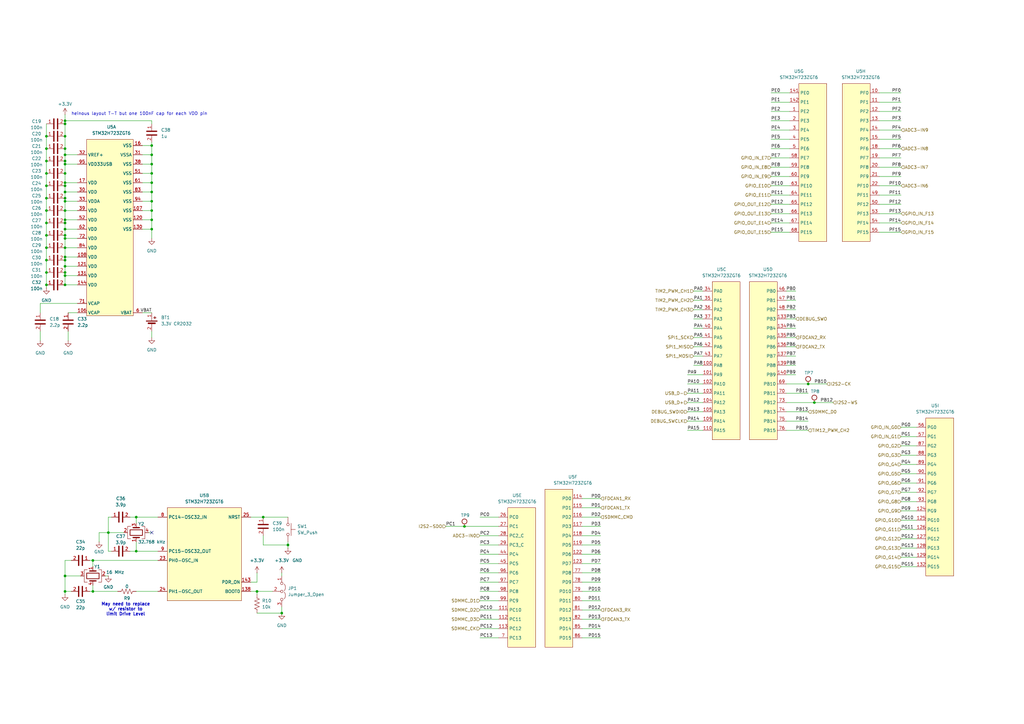
<source format=kicad_sch>
(kicad_sch (version 20250114) (generator "eeschema") (generator_version "9.0")
  (paper "A3")
  (lib_symbols
    (symbol ".Test-Point:RH-5015" (pin_numbers (hide yes)) (pin_names (hide yes))
      (property "Reference" "TP" (at 0 -15.24 0))
      (property "Value" "RH-5015" (at 0 -11.43 0))
      (symbol "RH-5015_1_1"
        (pin passive line (at 0 0 90) (length 0.9906) (name "1") (number "1"))
      )
    )
    (symbol "BFR Capacitors:0402CG220J500NT"
      (property "Reference" "C" (at 0 2.54 0))
      (property "Value" "22p" (at 1.27 2.54 0))
      (symbol "0402CG220J500NT_1_1"
        (pin passive line (at 0 3.81 270) (length 2.794) (name "~") (number "1"))
        (pin passive line (at 0 -3.81 90) (length 2.794) (name "~") (number "2"))
      )
    )
    (symbol "BFR Capacitors:06035A2R2JAT2A"
      (property "Reference" "C" (at 0 2.54 0))
      (property "Value" "2.2p" (at 1.27 2.54 0))
      (symbol "06035A2R2JAT2A_1_1"
        (pin passive line (at 0 3.81 270) (length 2.794) (name "~") (number "1"))
        (pin passive line (at 0 -3.81 90) (length 2.794) (name "~") (number "2"))
      )
    )
    (symbol "BFR Capacitors:06035A3R9CAT2A"
      (property "Reference" "C" (at 0 2.54 0))
      (property "Value" "3.9p" (at 1.27 2.54 0))
      (symbol "06035A3R9CAT2A_1_1"
        (pin passive line (at 0 3.81 270) (length 2.794) (name "~") (number "1"))
        (pin passive line (at 0 -3.81 90) (length 2.794) (name "~") (number "2"))
      )
    )
    (symbol "BFR Capacitors:06035C104KAT2A"
      (property "Reference" "C" (at 0 2.54 0))
      (property "Value" "100n" (at 1.27 2.54 0))
      (symbol "06035C104KAT2A_1_1"
        (pin passive line (at 0 3.81 270) (length 2.794) (name "~") (number "1"))
        (pin passive line (at 0 -3.81 90) (length 2.794) (name "~") (number "2"))
      )
    )
    (symbol "BFR Capacitors:CL10A105KB8NNNC"
      (property "Reference" "C" (at 0 2.54 0))
      (property "Value" "1u" (at 1.27 2.54 0))
      (symbol "CL10A105KB8NNNC_1_1"
        (pin passive line (at 0 3.81 270) (length 2.794) (name "~") (number "1"))
        (pin passive line (at 0 -3.81 90) (length 2.794) (name "~") (number "2"))
      )
    )
    (symbol "BFR Resistors:RMCF0603FT10K0" (pin_numbers (hide yes))
      (property "Reference" "R" (at 0 2.54 0))
      (property "Value" "10k" (at 1.27 2.54 0))
      (symbol "RMCF0603FT10K0_1_1"
        (pin passive line (at -3.81 0 0) (length 1.27) (name "~") (number "1"))
        (pin passive line (at 3.81 0 180) (length 1.27) (name "~") (number "2"))
      )
    )
    (symbol "BFR Resistors:RMCF0603FT10R0" (pin_numbers (hide yes))
      (property "Reference" "R" (at 0 2.54 0))
      (property "Value" "10" (at 1.27 2.54 0))
      (symbol "RMCF0603FT10R0_1_1"
        (pin passive line (at -3.81 0 0) (length 1.27) (name "~") (number "1"))
        (pin passive line (at 3.81 0 180) (length 1.27) (name "~") (number "2"))
      )
    )
    (symbol "Device:Battery_Cell" (pin_names (offset 0) (hide yes))
      (property "Reference" "BT" (at 2.54 2.54 0))
      (property "Value" "Battery_Cell" (at 2.54 0 0))
      (symbol "Battery_Cell_1_1"
        (pin passive line (at 0 5.08 270) (length 2.54) (name "+") (number "1"))
        (pin passive line (at 0 -2.54 90) (length 2.54) (name "-") (number "2"))
      )
    )
    (symbol "Device:Crystal_GND23" (pin_names (offset 1.016) (hide yes))
      (property "Reference" "Y" (at 3.175 5.08 0))
      (property "Value" "Crystal_GND23" (at 3.175 3.175 0))
      (symbol "Crystal_GND23_1_1"
        (pin passive line (at -3.81 0 0) (length 1.27) (name "1") (number "1"))
        (pin passive line (at 0 5.08 270) (length 1.27) (name "2") (number "2"))
        (pin passive line (at 0 -5.08 90) (length 1.27) (name "3") (number "3"))
        (pin passive line (at 3.81 0 180) (length 1.27) (name "4") (number "4"))
      )
    )
    (symbol "Device:Crystal_GND24" (pin_names (offset 1.016) (hide yes))
      (property "Reference" "Y" (at 3.175 5.08 0))
      (property "Value" "Crystal_GND24" (at 3.175 3.175 0))
      (symbol "Crystal_GND24_1_1"
        (pin passive line (at -3.81 0 0) (length 1.27) (name "1") (number "1"))
        (pin passive line (at 0 5.08 270) (length 1.27) (name "2") (number "2"))
        (pin passive line (at 0 -5.08 90) (length 1.27) (name "4") (number "4"))
        (pin passive line (at 3.81 0 180) (length 1.27) (name "3") (number "3"))
      )
    )
    (symbol "Jumper:Jumper_3_Open" (pin_names (offset 0) (hide yes)) (in_bom no)
      (property "Reference" "JP" (at -2.54 -2.54 0))
      (property "Value" "Jumper_3_Open" (at 0 2.794 0))
      (symbol "Jumper_3_Open_1_1"
        (pin passive line (at -6.35 0 0) (length 2.54) (name "A") (number "1"))
        (pin passive line (at 0 -3.81 90) (length 2.54) (name "C") (number "2"))
        (pin passive line (at 6.35 0 180) (length 2.54) (name "B") (number "3"))
      )
    )
    (symbol "STM32H723ZGT6-LQFP144_1"
      (property "Reference" "U3" (at 0 1.27 0))
      (property "Value" "STM32H723ZGT6" (at 0 -1.27 0))
      (symbol "STM32H723ZGT6-LQFP144_1_1_1"
        (pin output line (at -13.97 -6.35 0) (length 3.81) (name "VBAT") (number "6"))
        (pin output line (at -13.97 -10.16 0) (length 3.81) (name "VREF+") (number "32"))
        (pin output line (at -13.97 -13.97 0) (length 3.81) (name "VDD33USB") (number "95"))
        (pin output line (at -13.97 -21.59 0) (length 3.81) (name "VDD") (number "17"))
        (pin output line (at -13.97 -25.4 0) (length 3.81) (name "VDD") (number "30"))
        (pin output line (at -13.97 -29.21 0) (length 3.81) (name "VDDA") (number "33"))
        (pin output line (at -13.97 -33.02 0) (length 3.81) (name "VDD") (number "39"))
        (pin output line (at -13.97 -36.83 0) (length 3.81) (name "VDD") (number "52"))
        (pin output line (at -13.97 -40.64 0) (length 3.81) (name "VDD") (number "62"))
        (pin output line (at -13.97 -44.45 0) (length 3.81) (name "VDD") (number "72"))
        (pin output line (at -13.97 -48.26 0) (length 3.81) (name "VDD") (number "84"))
        (pin output line (at -13.97 -52.07 0) (length 3.81) (name "VDD") (number "108"))
        (pin output line (at -13.97 -55.88 0) (length 3.81) (name "VDD") (number "121"))
        (pin output line (at -13.97 -59.69 0) (length 3.81) (name "VDD") (number "131"))
        (pin output line (at -13.97 -63.5 0) (length 3.81) (name "VDD") (number "144"))
        (pin output line (at -13.97 -71.12 0) (length 3.81) (name "VCAP") (number "71"))
        (pin output line (at -13.97 -74.93 0) (length 3.81) (name "VCAP") (number "106"))
        (pin output line (at 12.7 -6.35 180) (length 3.81) (name "VSS") (number "16"))
        (pin output line (at 12.7 -10.16 180) (length 3.81) (name "VSSA") (number "31"))
        (pin output line (at 12.7 -13.97 180) (length 3.81) (name "VSS") (number "38"))
        (pin output line (at 12.7 -17.78 180) (length 3.81) (name "VSS") (number "51"))
        (pin output line (at 12.7 -21.59 180) (length 3.81) (name "VSS") (number "61"))
        (pin output line (at 12.7 -25.4 180) (length 3.81) (name "VSS") (number "83"))
        (pin output line (at 12.7 -29.21 180) (length 3.81) (name "VSS") (number "94"))
        (pin output line (at 12.7 -33.02 180) (length 3.81) (name "VSS") (number "107"))
        (pin output line (at 12.7 -36.83 180) (length 3.81) (name "VSS") (number "120"))
        (pin output line (at 12.7 -40.64 180) (length 3.81) (name "VSS") (number "130"))
      )
      (symbol "STM32H723ZGT6-LQFP144_1_2_1"
        (pin output line (at -19.05 -7.62 0) (length 3.81) (name "PC14-OSC32_IN") (number "8"))
        (pin output line (at -19.05 -21.59 0) (length 3.81) (name "PC15-OSC32_OUT") (number "9"))
        (pin output line (at -19.05 -25.4 0) (length 3.81) (name "PH0-OSC_IN") (number "23"))
        (pin output line (at -19.05 -38.1 0) (length 3.81) (name "PH1-OSC_OUT") (number "24"))
        (pin output line (at 19.05 -7.62 180) (length 3.81) (name "NRST") (number "25"))
        (pin output line (at 19.05 -34.29 180) (length 3.81) (name "PDR_ON") (number "143"))
        (pin output line (at 19.05 -38.1 180) (length 3.81) (name "BOOT0") (number "138"))
      )
      (symbol "STM32H723ZGT6-LQFP144_1_3_1"
        (pin output line (at -7.62 -7.62 0) (length 3.81) (name "PA0") (number "34"))
        (pin output line (at -7.62 -11.43 0) (length 3.81) (name "PA1") (number "35"))
        (pin output line (at -7.62 -15.24 0) (length 3.81) (name "PA2") (number "36"))
        (pin output line (at -7.62 -19.05 0) (length 3.81) (name "PA3") (number "37"))
        (pin output line (at -7.62 -22.86 0) (length 3.81) (name "PA4") (number "40"))
        (pin output line (at -7.62 -26.67 0) (length 3.81) (name "PA5") (number "41"))
        (pin output line (at -7.62 -30.48 0) (length 3.81) (name "PA6") (number "42"))
        (pin output line (at -7.62 -34.29 0) (length 3.81) (name "PA7") (number "43"))
        (pin output line (at -7.62 -38.1 0) (length 3.81) (name "PA8") (number "100"))
        (pin output line (at -7.62 -41.91 0) (length 3.81) (name "PA9") (number "101"))
        (pin output line (at -7.62 -45.72 0) (length 3.81) (name "PA10") (number "102"))
        (pin output line (at -7.62 -49.53 0) (length 3.81) (name "PA11") (number "103"))
        (pin output line (at -7.62 -53.34 0) (length 3.81) (name "PA12") (number "104"))
        (pin output line (at -7.62 -57.15 0) (length 3.81) (name "PA13") (number "105"))
        (pin output line (at -7.62 -60.96 0) (length 3.81) (name "PA14") (number "109"))
        (pin output line (at -7.62 -64.77 0) (length 3.81) (name "PA15") (number "110"))
      )
      (symbol "STM32H723ZGT6-LQFP144_1_4_1"
        (pin output line (at 7.62 -7.62 180) (length 3.81) (name "PB0") (number "46"))
        (pin output line (at 7.62 -11.43 180) (length 3.81) (name "PB1") (number "47"))
        (pin output line (at 7.62 -15.24 180) (length 3.81) (name "PB2") (number "48"))
        (pin output line (at 7.62 -19.05 180) (length 3.81) (name "PB3") (number "133"))
        (pin output line (at 7.62 -22.86 180) (length 3.81) (name "PB4") (number "134"))
        (pin output line (at 7.62 -26.67 180) (length 3.81) (name "PB5") (number "135"))
        (pin output line (at 7.62 -30.48 180) (length 3.81) (name "PB6") (number "136"))
        (pin output line (at 7.62 -34.29 180) (length 3.81) (name "PB7") (number "137"))
        (pin output line (at 7.62 -38.1 180) (length 3.81) (name "PB8") (number "139"))
        (pin output line (at 7.62 -41.91 180) (length 3.81) (name "PB9") (number "140"))
        (pin output line (at 7.62 -45.72 180) (length 3.81) (name "PB10") (number "69"))
        (pin output line (at 7.62 -49.53 180) (length 3.81) (name "PB11") (number "70"))
        (pin output line (at 7.62 -53.34 180) (length 3.81) (name "PB12") (number "73"))
        (pin output line (at 7.62 -57.15 180) (length 3.81) (name "PB13") (number "74"))
        (pin output line (at 7.62 -60.96 180) (length 3.81) (name "PB14") (number "75"))
        (pin output line (at 7.62 -64.77 180) (length 3.81) (name "PB15") (number "76"))
      )
      (symbol "STM32H723ZGT6-LQFP144_1_5_1"
        (pin output line (at -7.62 -7.62 0) (length 3.81) (name "PC0") (number "26"))
        (pin output line (at -7.62 -11.43 0) (length 3.81) (name "PC1") (number "27"))
        (pin output line (at -7.62 -15.24 0) (length 3.81) (name "PC2_C") (number "28"))
        (pin output line (at -7.62 -19.05 0) (length 3.81) (name "PC3_C") (number "29"))
        (pin output line (at -7.62 -22.86 0) (length 3.81) (name "PC4") (number "44"))
        (pin output line (at -7.62 -26.67 0) (length 3.81) (name "PC5") (number "45"))
        (pin output line (at -7.62 -30.48 0) (length 3.81) (name "PC6") (number "96"))
        (pin output line (at -7.62 -34.29 0) (length 3.81) (name "PC7") (number "97"))
        (pin output line (at -7.62 -38.1 0) (length 3.81) (name "PC8") (number "98"))
        (pin output line (at -7.62 -41.91 0) (length 3.81) (name "PC9") (number "99"))
        (pin output line (at -7.62 -45.72 0) (length 3.81) (name "PC10") (number "111"))
        (pin output line (at -7.62 -49.53 0) (length 3.81) (name "PC11") (number "112"))
        (pin output line (at -7.62 -53.34 0) (length 3.81) (name "PC12") (number "113"))
        (pin output line (at -7.62 -57.15 0) (length 3.81) (name "PC13") (number "7"))
      )
      (symbol "STM32H723ZGT6-LQFP144_1_6_1"
        (pin output line (at 3.81 -7.62 180) (length 3.81) (name "PD0") (number "114"))
        (pin output line (at 3.81 -11.43 180) (length 3.81) (name "PD1") (number "115"))
        (pin output line (at 3.81 -15.24 180) (length 3.81) (name "PD2") (number "116"))
        (pin output line (at 3.81 -19.05 180) (length 3.81) (name "PD3") (number "117"))
        (pin output line (at 3.81 -22.86 180) (length 3.81) (name "PD4") (number "118"))
        (pin output line (at 3.81 -26.67 180) (length 3.81) (name "PD5") (number "119"))
        (pin output line (at 3.81 -30.48 180) (length 3.81) (name "PD6") (number "122"))
        (pin output line (at 3.81 -34.29 180) (length 3.81) (name "PD7") (number "123"))
        (pin output line (at 3.81 -38.1 180) (length 3.81) (name "PD8") (number "77"))
        (pin output line (at 3.81 -41.91 180) (length 3.81) (name "PD9") (number "78"))
        (pin output line (at 3.81 -45.72 180) (length 3.81) (name "PD10") (number "79"))
        (pin output line (at 3.81 -49.53 180) (length 3.81) (name "PD11") (number "80"))
        (pin output line (at 3.81 -53.34 180) (length 3.81) (name "PD12") (number "81"))
        (pin output line (at 3.81 -57.15 180) (length 3.81) (name "PD13") (number "82"))
        (pin output line (at 3.81 -60.96 180) (length 3.81) (name "PD14") (number "85"))
        (pin output line (at 3.81 -64.77 180) (length 3.81) (name "PD15") (number "86"))
      )
      (symbol "STM32H723ZGT6-LQFP144_1_7_1"
        (pin output line (at -3.81 -7.62 0) (length 3.81) (name "PE0") (number "141"))
        (pin output line (at -3.81 -11.43 0) (length 3.81) (name "PE1") (number "142"))
        (pin output line (at -3.81 -15.24 0) (length 3.81) (name "PE2") (number "1"))
        (pin output line (at -3.81 -19.05 0) (length 3.81) (name "PE3") (number "2"))
        (pin output line (at -3.81 -22.86 0) (length 3.81) (name "PE4") (number "3"))
        (pin output line (at -3.81 -26.67 0) (length 3.81) (name "PE5") (number "4"))
        (pin output line (at -3.81 -30.48 0) (length 3.81) (name "PE6") (number "5"))
        (pin output line (at -3.81 -34.29 0) (length 3.81) (name "PE7") (number "58"))
        (pin output line (at -3.81 -38.1 0) (length 3.81) (name "PE8") (number "59"))
        (pin output line (at -3.81 -41.91 0) (length 3.81) (name "PE9") (number "60"))
        (pin output line (at -3.81 -45.72 0) (length 3.81) (name "PE10") (number "63"))
        (pin output line (at -3.81 -49.53 0) (length 3.81) (name "PE11") (number "64"))
        (pin output line (at -3.81 -53.34 0) (length 3.81) (name "PE12") (number "65"))
        (pin output line (at -3.81 -57.15 0) (length 3.81) (name "PE13") (number "66"))
        (pin output line (at -3.81 -60.96 0) (length 3.81) (name "PE14") (number "67"))
        (pin output line (at -3.81 -64.77 0) (length 3.81) (name "PE15") (number "68"))
      )
      (symbol "STM32H723ZGT6-LQFP144_1_8_1"
        (pin output line (at 7.62 -7.62 180) (length 3.81) (name "PF0") (number "10"))
        (pin output line (at 7.62 -11.43 180) (length 3.81) (name "PF1") (number "11"))
        (pin output line (at 7.62 -15.24 180) (length 3.81) (name "PF2") (number "12"))
        (pin output line (at 7.62 -19.05 180) (length 3.81) (name "PF3") (number "13"))
        (pin output line (at 7.62 -22.86 180) (length 3.81) (name "PF4") (number "14"))
        (pin output line (at 7.62 -26.67 180) (length 3.81) (name "PF5") (number "15"))
        (pin output line (at 7.62 -30.48 180) (length 3.81) (name "PF6") (number "18"))
        (pin output line (at 7.62 -34.29 180) (length 3.81) (name "PF7") (number "19"))
        (pin output line (at 7.62 -38.1 180) (length 3.81) (name "PF8") (number "20"))
        (pin output line (at 7.62 -41.91 180) (length 3.81) (name "PF9") (number "21"))
        (pin output line (at 7.62 -45.72 180) (length 3.81) (name "PF10") (number "22"))
        (pin output line (at 7.62 -49.53 180) (length 3.81) (name "PF11") (number "49"))
        (pin output line (at 7.62 -53.34 180) (length 3.81) (name "PF12") (number "50"))
        (pin output line (at 7.62 -57.15 180) (length 3.81) (name "PF13") (number "53"))
        (pin output line (at 7.62 -60.96 180) (length 3.81) (name "PF14") (number "54"))
        (pin output line (at 7.62 -64.77 180) (length 3.81) (name "PF15") (number "55"))
      )
      (symbol "STM32H723ZGT6-LQFP144_1_9_1"
        (pin output line (at -7.62 -7.62 0) (length 3.81) (name "PG0") (number "56"))
        (pin output line (at -7.62 -11.43 0) (length 3.81) (name "PG1") (number "57"))
        (pin output line (at -7.62 -15.24 0) (length 3.81) (name "PG2") (number "87"))
        (pin output line (at -7.62 -19.05 0) (length 3.81) (name "PG3") (number "88"))
        (pin output line (at -7.62 -22.86 0) (length 3.81) (name "PG4") (number "89"))
        (pin output line (at -7.62 -26.67 0) (length 3.81) (name "PG5") (number "90"))
        (pin output line (at -7.62 -30.48 0) (length 3.81) (name "PG6") (number "91"))
        (pin output line (at -7.62 -34.29 0) (length 3.81) (name "PG7") (number "92"))
        (pin output line (at -7.62 -38.1 0) (length 3.81) (name "PG8") (number "93"))
        (pin output line (at -7.62 -41.91 0) (length 3.81) (name "PG9") (number "124"))
        (pin output line (at -7.62 -45.72 0) (length 3.81) (name "PG10") (number "125"))
        (pin output line (at -7.62 -49.53 0) (length 3.81) (name "PG11") (number "126"))
        (pin output line (at -7.62 -53.34 0) (length 3.81) (name "PG12") (number "127"))
        (pin output line (at -7.62 -57.15 0) (length 3.81) (name "PG13") (number "128"))
        (pin output line (at -7.62 -60.96 0) (length 3.81) (name "PG14") (number "129"))
        (pin output line (at -7.62 -64.77 0) (length 3.81) (name "PG15") (number "132"))
      )
    )
    (symbol "STM32H723ZGT6-LQFP144_2"
      (property "Reference" "U3" (at 0 1.27 0))
      (property "Value" "STM32H723ZGT6" (at 0 -1.27 0))
      (symbol "STM32H723ZGT6-LQFP144_2_1_1"
        (pin output line (at -13.97 -6.35 0) (length 3.81) (name "VBAT") (number "6"))
        (pin output line (at -13.97 -10.16 0) (length 3.81) (name "VREF+") (number "32"))
        (pin output line (at -13.97 -13.97 0) (length 3.81) (name "VDD33USB") (number "95"))
        (pin output line (at -13.97 -21.59 0) (length 3.81) (name "VDD") (number "17"))
        (pin output line (at -13.97 -25.4 0) (length 3.81) (name "VDD") (number "30"))
        (pin output line (at -13.97 -29.21 0) (length 3.81) (name "VDDA") (number "33"))
        (pin output line (at -13.97 -33.02 0) (length 3.81) (name "VDD") (number "39"))
        (pin output line (at -13.97 -36.83 0) (length 3.81) (name "VDD") (number "52"))
        (pin output line (at -13.97 -40.64 0) (length 3.81) (name "VDD") (number "62"))
        (pin output line (at -13.97 -44.45 0) (length 3.81) (name "VDD") (number "72"))
        (pin output line (at -13.97 -48.26 0) (length 3.81) (name "VDD") (number "84"))
        (pin output line (at -13.97 -52.07 0) (length 3.81) (name "VDD") (number "108"))
        (pin output line (at -13.97 -55.88 0) (length 3.81) (name "VDD") (number "121"))
        (pin output line (at -13.97 -59.69 0) (length 3.81) (name "VDD") (number "131"))
        (pin output line (at -13.97 -63.5 0) (length 3.81) (name "VDD") (number "144"))
        (pin output line (at -13.97 -71.12 0) (length 3.81) (name "VCAP") (number "71"))
        (pin output line (at -13.97 -74.93 0) (length 3.81) (name "VCAP") (number "106"))
        (pin output line (at 12.7 -6.35 180) (length 3.81) (name "VSS") (number "16"))
        (pin output line (at 12.7 -10.16 180) (length 3.81) (name "VSSA") (number "31"))
        (pin output line (at 12.7 -13.97 180) (length 3.81) (name "VSS") (number "38"))
        (pin output line (at 12.7 -17.78 180) (length 3.81) (name "VSS") (number "51"))
        (pin output line (at 12.7 -21.59 180) (length 3.81) (name "VSS") (number "61"))
        (pin output line (at 12.7 -25.4 180) (length 3.81) (name "VSS") (number "83"))
        (pin output line (at 12.7 -29.21 180) (length 3.81) (name "VSS") (number "94"))
        (pin output line (at 12.7 -33.02 180) (length 3.81) (name "VSS") (number "107"))
        (pin output line (at 12.7 -36.83 180) (length 3.81) (name "VSS") (number "120"))
        (pin output line (at 12.7 -40.64 180) (length 3.81) (name "VSS") (number "130"))
      )
      (symbol "STM32H723ZGT6-LQFP144_2_2_1"
        (pin output line (at -19.05 -7.62 0) (length 3.81) (name "PC14-OSC32_IN") (number "8"))
        (pin output line (at -19.05 -21.59 0) (length 3.81) (name "PC15-OSC32_OUT") (number "9"))
        (pin output line (at -19.05 -25.4 0) (length 3.81) (name "PH0-OSC_IN") (number "23"))
        (pin output line (at -19.05 -38.1 0) (length 3.81) (name "PH1-OSC_OUT") (number "24"))
        (pin output line (at 19.05 -7.62 180) (length 3.81) (name "NRST") (number "25"))
        (pin output line (at 19.05 -34.29 180) (length 3.81) (name "PDR_ON") (number "143"))
        (pin output line (at 19.05 -38.1 180) (length 3.81) (name "BOOT0") (number "138"))
      )
      (symbol "STM32H723ZGT6-LQFP144_2_3_1"
        (pin output line (at -7.62 -7.62 0) (length 3.81) (name "PA0") (number "34"))
        (pin output line (at -7.62 -11.43 0) (length 3.81) (name "PA1") (number "35"))
        (pin output line (at -7.62 -15.24 0) (length 3.81) (name "PA2") (number "36"))
        (pin output line (at -7.62 -19.05 0) (length 3.81) (name "PA3") (number "37"))
        (pin output line (at -7.62 -22.86 0) (length 3.81) (name "PA4") (number "40"))
        (pin output line (at -7.62 -26.67 0) (length 3.81) (name "PA5") (number "41"))
        (pin output line (at -7.62 -30.48 0) (length 3.81) (name "PA6") (number "42"))
        (pin output line (at -7.62 -34.29 0) (length 3.81) (name "PA7") (number "43"))
        (pin output line (at -7.62 -38.1 0) (length 3.81) (name "PA8") (number "100"))
        (pin output line (at -7.62 -41.91 0) (length 3.81) (name "PA9") (number "101"))
        (pin output line (at -7.62 -45.72 0) (length 3.81) (name "PA10") (number "102"))
        (pin output line (at -7.62 -49.53 0) (length 3.81) (name "PA11") (number "103"))
        (pin output line (at -7.62 -53.34 0) (length 3.81) (name "PA12") (number "104"))
        (pin output line (at -7.62 -57.15 0) (length 3.81) (name "PA13") (number "105"))
        (pin output line (at -7.62 -60.96 0) (length 3.81) (name "PA14") (number "109"))
        (pin output line (at -7.62 -64.77 0) (length 3.81) (name "PA15") (number "110"))
      )
      (symbol "STM32H723ZGT6-LQFP144_2_4_1"
        (pin output line (at 7.62 -7.62 180) (length 3.81) (name "PB0") (number "46"))
        (pin output line (at 7.62 -11.43 180) (length 3.81) (name "PB1") (number "47"))
        (pin output line (at 7.62 -15.24 180) (length 3.81) (name "PB2") (number "48"))
        (pin output line (at 7.62 -19.05 180) (length 3.81) (name "PB3") (number "133"))
        (pin output line (at 7.62 -22.86 180) (length 3.81) (name "PB4") (number "134"))
        (pin output line (at 7.62 -26.67 180) (length 3.81) (name "PB5") (number "135"))
        (pin output line (at 7.62 -30.48 180) (length 3.81) (name "PB6") (number "136"))
        (pin output line (at 7.62 -34.29 180) (length 3.81) (name "PB7") (number "137"))
        (pin output line (at 7.62 -38.1 180) (length 3.81) (name "PB8") (number "139"))
        (pin output line (at 7.62 -41.91 180) (length 3.81) (name "PB9") (number "140"))
        (pin output line (at 7.62 -45.72 180) (length 3.81) (name "PB10") (number "69"))
        (pin output line (at 7.62 -49.53 180) (length 3.81) (name "PB11") (number "70"))
        (pin output line (at 7.62 -53.34 180) (length 3.81) (name "PB12") (number "73"))
        (pin output line (at 7.62 -57.15 180) (length 3.81) (name "PB13") (number "74"))
        (pin output line (at 7.62 -60.96 180) (length 3.81) (name "PB14") (number "75"))
        (pin output line (at 7.62 -64.77 180) (length 3.81) (name "PB15") (number "76"))
      )
      (symbol "STM32H723ZGT6-LQFP144_2_5_1"
        (pin output line (at -7.62 -7.62 0) (length 3.81) (name "PC0") (number "26"))
        (pin output line (at -7.62 -11.43 0) (length 3.81) (name "PC1") (number "27"))
        (pin output line (at -7.62 -15.24 0) (length 3.81) (name "PC2_C") (number "28"))
        (pin output line (at -7.62 -19.05 0) (length 3.81) (name "PC3_C") (number "29"))
        (pin output line (at -7.62 -22.86 0) (length 3.81) (name "PC4") (number "44"))
        (pin output line (at -7.62 -26.67 0) (length 3.81) (name "PC5") (number "45"))
        (pin output line (at -7.62 -30.48 0) (length 3.81) (name "PC6") (number "96"))
        (pin output line (at -7.62 -34.29 0) (length 3.81) (name "PC7") (number "97"))
        (pin output line (at -7.62 -38.1 0) (length 3.81) (name "PC8") (number "98"))
        (pin output line (at -7.62 -41.91 0) (length 3.81) (name "PC9") (number "99"))
        (pin output line (at -7.62 -45.72 0) (length 3.81) (name "PC10") (number "111"))
        (pin output line (at -7.62 -49.53 0) (length 3.81) (name "PC11") (number "112"))
        (pin output line (at -7.62 -53.34 0) (length 3.81) (name "PC12") (number "113"))
        (pin output line (at -7.62 -57.15 0) (length 3.81) (name "PC13") (number "7"))
      )
      (symbol "STM32H723ZGT6-LQFP144_2_6_1"
        (pin output line (at 3.81 -7.62 180) (length 3.81) (name "PD0") (number "114"))
        (pin output line (at 3.81 -11.43 180) (length 3.81) (name "PD1") (number "115"))
        (pin output line (at 3.81 -15.24 180) (length 3.81) (name "PD2") (number "116"))
        (pin output line (at 3.81 -19.05 180) (length 3.81) (name "PD3") (number "117"))
        (pin output line (at 3.81 -22.86 180) (length 3.81) (name "PD4") (number "118"))
        (pin output line (at 3.81 -26.67 180) (length 3.81) (name "PD5") (number "119"))
        (pin output line (at 3.81 -30.48 180) (length 3.81) (name "PD6") (number "122"))
        (pin output line (at 3.81 -34.29 180) (length 3.81) (name "PD7") (number "123"))
        (pin output line (at 3.81 -38.1 180) (length 3.81) (name "PD8") (number "77"))
        (pin output line (at 3.81 -41.91 180) (length 3.81) (name "PD9") (number "78"))
        (pin output line (at 3.81 -45.72 180) (length 3.81) (name "PD10") (number "79"))
        (pin output line (at 3.81 -49.53 180) (length 3.81) (name "PD11") (number "80"))
        (pin output line (at 3.81 -53.34 180) (length 3.81) (name "PD12") (number "81"))
        (pin output line (at 3.81 -57.15 180) (length 3.81) (name "PD13") (number "82"))
        (pin output line (at 3.81 -60.96 180) (length 3.81) (name "PD14") (number "85"))
        (pin output line (at 3.81 -64.77 180) (length 3.81) (name "PD15") (number "86"))
      )
      (symbol "STM32H723ZGT6-LQFP144_2_7_1"
        (pin output line (at -3.81 -7.62 0) (length 3.81) (name "PE0") (number "141"))
        (pin output line (at -3.81 -11.43 0) (length 3.81) (name "PE1") (number "142"))
        (pin output line (at -3.81 -15.24 0) (length 3.81) (name "PE2") (number "1"))
        (pin output line (at -3.81 -19.05 0) (length 3.81) (name "PE3") (number "2"))
        (pin output line (at -3.81 -22.86 0) (length 3.81) (name "PE4") (number "3"))
        (pin output line (at -3.81 -26.67 0) (length 3.81) (name "PE5") (number "4"))
        (pin output line (at -3.81 -30.48 0) (length 3.81) (name "PE6") (number "5"))
        (pin output line (at -3.81 -34.29 0) (length 3.81) (name "PE7") (number "58"))
        (pin output line (at -3.81 -38.1 0) (length 3.81) (name "PE8") (number "59"))
        (pin output line (at -3.81 -41.91 0) (length 3.81) (name "PE9") (number "60"))
        (pin output line (at -3.81 -45.72 0) (length 3.81) (name "PE10") (number "63"))
        (pin output line (at -3.81 -49.53 0) (length 3.81) (name "PE11") (number "64"))
        (pin output line (at -3.81 -53.34 0) (length 3.81) (name "PE12") (number "65"))
        (pin output line (at -3.81 -57.15 0) (length 3.81) (name "PE13") (number "66"))
        (pin output line (at -3.81 -60.96 0) (length 3.81) (name "PE14") (number "67"))
        (pin output line (at -3.81 -64.77 0) (length 3.81) (name "PE15") (number "68"))
      )
      (symbol "STM32H723ZGT6-LQFP144_2_8_1"
        (pin output line (at 7.62 -7.62 180) (length 3.81) (name "PF0") (number "10"))
        (pin output line (at 7.62 -11.43 180) (length 3.81) (name "PF1") (number "11"))
        (pin output line (at 7.62 -15.24 180) (length 3.81) (name "PF2") (number "12"))
        (pin output line (at 7.62 -19.05 180) (length 3.81) (name "PF3") (number "13"))
        (pin output line (at 7.62 -22.86 180) (length 3.81) (name "PF4") (number "14"))
        (pin output line (at 7.62 -26.67 180) (length 3.81) (name "PF5") (number "15"))
        (pin output line (at 7.62 -30.48 180) (length 3.81) (name "PF6") (number "18"))
        (pin output line (at 7.62 -34.29 180) (length 3.81) (name "PF7") (number "19"))
        (pin output line (at 7.62 -38.1 180) (length 3.81) (name "PF8") (number "20"))
        (pin output line (at 7.62 -41.91 180) (length 3.81) (name "PF9") (number "21"))
        (pin output line (at 7.62 -45.72 180) (length 3.81) (name "PF10") (number "22"))
        (pin output line (at 7.62 -49.53 180) (length 3.81) (name "PF11") (number "49"))
        (pin output line (at 7.62 -53.34 180) (length 3.81) (name "PF12") (number "50"))
        (pin output line (at 7.62 -57.15 180) (length 3.81) (name "PF13") (number "53"))
        (pin output line (at 7.62 -60.96 180) (length 3.81) (name "PF14") (number "54"))
        (pin output line (at 7.62 -64.77 180) (length 3.81) (name "PF15") (number "55"))
      )
      (symbol "STM32H723ZGT6-LQFP144_2_9_1"
        (pin output line (at -7.62 -7.62 0) (length 3.81) (name "PG0") (number "56"))
        (pin output line (at -7.62 -11.43 0) (length 3.81) (name "PG1") (number "57"))
        (pin output line (at -7.62 -15.24 0) (length 3.81) (name "PG2") (number "87"))
        (pin output line (at -7.62 -19.05 0) (length 3.81) (name "PG3") (number "88"))
        (pin output line (at -7.62 -22.86 0) (length 3.81) (name "PG4") (number "89"))
        (pin output line (at -7.62 -26.67 0) (length 3.81) (name "PG5") (number "90"))
        (pin output line (at -7.62 -30.48 0) (length 3.81) (name "PG6") (number "91"))
        (pin output line (at -7.62 -34.29 0) (length 3.81) (name "PG7") (number "92"))
        (pin output line (at -7.62 -38.1 0) (length 3.81) (name "PG8") (number "93"))
        (pin output line (at -7.62 -41.91 0) (length 3.81) (name "PG9") (number "124"))
        (pin output line (at -7.62 -45.72 0) (length 3.81) (name "PG10") (number "125"))
        (pin output line (at -7.62 -49.53 0) (length 3.81) (name "PG11") (number "126"))
        (pin output line (at -7.62 -53.34 0) (length 3.81) (name "PG12") (number "127"))
        (pin output line (at -7.62 -57.15 0) (length 3.81) (name "PG13") (number "128"))
        (pin output line (at -7.62 -60.96 0) (length 3.81) (name "PG14") (number "129"))
        (pin output line (at -7.62 -64.77 0) (length 3.81) (name "PG15") (number "132"))
      )
    )
    (symbol "STM32H723ZGT6-LQFP144_3"
      (property "Reference" "U3" (at 0 1.27 0))
      (property "Value" "STM32H723ZGT6" (at 0 -1.27 0))
      (symbol "STM32H723ZGT6-LQFP144_3_1_1"
        (pin output line (at -13.97 -6.35 0) (length 3.81) (name "VBAT") (number "6"))
        (pin output line (at -13.97 -10.16 0) (length 3.81) (name "VREF+") (number "32"))
        (pin output line (at -13.97 -13.97 0) (length 3.81) (name "VDD33USB") (number "95"))
        (pin output line (at -13.97 -21.59 0) (length 3.81) (name "VDD") (number "17"))
        (pin output line (at -13.97 -25.4 0) (length 3.81) (name "VDD") (number "30"))
        (pin output line (at -13.97 -29.21 0) (length 3.81) (name "VDDA") (number "33"))
        (pin output line (at -13.97 -33.02 0) (length 3.81) (name "VDD") (number "39"))
        (pin output line (at -13.97 -36.83 0) (length 3.81) (name "VDD") (number "52"))
        (pin output line (at -13.97 -40.64 0) (length 3.81) (name "VDD") (number "62"))
        (pin output line (at -13.97 -44.45 0) (length 3.81) (name "VDD") (number "72"))
        (pin output line (at -13.97 -48.26 0) (length 3.81) (name "VDD") (number "84"))
        (pin output line (at -13.97 -52.07 0) (length 3.81) (name "VDD") (number "108"))
        (pin output line (at -13.97 -55.88 0) (length 3.81) (name "VDD") (number "121"))
        (pin output line (at -13.97 -59.69 0) (length 3.81) (name "VDD") (number "131"))
        (pin output line (at -13.97 -63.5 0) (length 3.81) (name "VDD") (number "144"))
        (pin output line (at -13.97 -71.12 0) (length 3.81) (name "VCAP") (number "71"))
        (pin output line (at -13.97 -74.93 0) (length 3.81) (name "VCAP") (number "106"))
        (pin output line (at 12.7 -6.35 180) (length 3.81) (name "VSS") (number "16"))
        (pin output line (at 12.7 -10.16 180) (length 3.81) (name "VSSA") (number "31"))
        (pin output line (at 12.7 -13.97 180) (length 3.81) (name "VSS") (number "38"))
        (pin output line (at 12.7 -17.78 180) (length 3.81) (name "VSS") (number "51"))
        (pin output line (at 12.7 -21.59 180) (length 3.81) (name "VSS") (number "61"))
        (pin output line (at 12.7 -25.4 180) (length 3.81) (name "VSS") (number "83"))
        (pin output line (at 12.7 -29.21 180) (length 3.81) (name "VSS") (number "94"))
        (pin output line (at 12.7 -33.02 180) (length 3.81) (name "VSS") (number "107"))
        (pin output line (at 12.7 -36.83 180) (length 3.81) (name "VSS") (number "120"))
        (pin output line (at 12.7 -40.64 180) (length 3.81) (name "VSS") (number "130"))
      )
      (symbol "STM32H723ZGT6-LQFP144_3_2_1"
        (pin output line (at -19.05 -7.62 0) (length 3.81) (name "PC14-OSC32_IN") (number "8"))
        (pin output line (at -19.05 -21.59 0) (length 3.81) (name "PC15-OSC32_OUT") (number "9"))
        (pin output line (at -19.05 -25.4 0) (length 3.81) (name "PH0-OSC_IN") (number "23"))
        (pin output line (at -19.05 -38.1 0) (length 3.81) (name "PH1-OSC_OUT") (number "24"))
        (pin output line (at 19.05 -7.62 180) (length 3.81) (name "NRST") (number "25"))
        (pin output line (at 19.05 -34.29 180) (length 3.81) (name "PDR_ON") (number "143"))
        (pin output line (at 19.05 -38.1 180) (length 3.81) (name "BOOT0") (number "138"))
      )
      (symbol "STM32H723ZGT6-LQFP144_3_3_1"
        (pin output line (at -7.62 -7.62 0) (length 3.81) (name "PA0") (number "34"))
        (pin output line (at -7.62 -11.43 0) (length 3.81) (name "PA1") (number "35"))
        (pin output line (at -7.62 -15.24 0) (length 3.81) (name "PA2") (number "36"))
        (pin output line (at -7.62 -19.05 0) (length 3.81) (name "PA3") (number "37"))
        (pin output line (at -7.62 -22.86 0) (length 3.81) (name "PA4") (number "40"))
        (pin output line (at -7.62 -26.67 0) (length 3.81) (name "PA5") (number "41"))
        (pin output line (at -7.62 -30.48 0) (length 3.81) (name "PA6") (number "42"))
        (pin output line (at -7.62 -34.29 0) (length 3.81) (name "PA7") (number "43"))
        (pin output line (at -7.62 -38.1 0) (length 3.81) (name "PA8") (number "100"))
        (pin output line (at -7.62 -41.91 0) (length 3.81) (name "PA9") (number "101"))
        (pin output line (at -7.62 -45.72 0) (length 3.81) (name "PA10") (number "102"))
        (pin output line (at -7.62 -49.53 0) (length 3.81) (name "PA11") (number "103"))
        (pin output line (at -7.62 -53.34 0) (length 3.81) (name "PA12") (number "104"))
        (pin output line (at -7.62 -57.15 0) (length 3.81) (name "PA13") (number "105"))
        (pin output line (at -7.62 -60.96 0) (length 3.81) (name "PA14") (number "109"))
        (pin output line (at -7.62 -64.77 0) (length 3.81) (name "PA15") (number "110"))
      )
      (symbol "STM32H723ZGT6-LQFP144_3_4_1"
        (pin output line (at 7.62 -7.62 180) (length 3.81) (name "PB0") (number "46"))
        (pin output line (at 7.62 -11.43 180) (length 3.81) (name "PB1") (number "47"))
        (pin output line (at 7.62 -15.24 180) (length 3.81) (name "PB2") (number "48"))
        (pin output line (at 7.62 -19.05 180) (length 3.81) (name "PB3") (number "133"))
        (pin output line (at 7.62 -22.86 180) (length 3.81) (name "PB4") (number "134"))
        (pin output line (at 7.62 -26.67 180) (length 3.81) (name "PB5") (number "135"))
        (pin output line (at 7.62 -30.48 180) (length 3.81) (name "PB6") (number "136"))
        (pin output line (at 7.62 -34.29 180) (length 3.81) (name "PB7") (number "137"))
        (pin output line (at 7.62 -38.1 180) (length 3.81) (name "PB8") (number "139"))
        (pin output line (at 7.62 -41.91 180) (length 3.81) (name "PB9") (number "140"))
        (pin output line (at 7.62 -45.72 180) (length 3.81) (name "PB10") (number "69"))
        (pin output line (at 7.62 -49.53 180) (length 3.81) (name "PB11") (number "70"))
        (pin output line (at 7.62 -53.34 180) (length 3.81) (name "PB12") (number "73"))
        (pin output line (at 7.62 -57.15 180) (length 3.81) (name "PB13") (number "74"))
        (pin output line (at 7.62 -60.96 180) (length 3.81) (name "PB14") (number "75"))
        (pin output line (at 7.62 -64.77 180) (length 3.81) (name "PB15") (number "76"))
      )
      (symbol "STM32H723ZGT6-LQFP144_3_5_1"
        (pin output line (at -7.62 -7.62 0) (length 3.81) (name "PC0") (number "26"))
        (pin output line (at -7.62 -11.43 0) (length 3.81) (name "PC1") (number "27"))
        (pin output line (at -7.62 -15.24 0) (length 3.81) (name "PC2_C") (number "28"))
        (pin output line (at -7.62 -19.05 0) (length 3.81) (name "PC3_C") (number "29"))
        (pin output line (at -7.62 -22.86 0) (length 3.81) (name "PC4") (number "44"))
        (pin output line (at -7.62 -26.67 0) (length 3.81) (name "PC5") (number "45"))
        (pin output line (at -7.62 -30.48 0) (length 3.81) (name "PC6") (number "96"))
        (pin output line (at -7.62 -34.29 0) (length 3.81) (name "PC7") (number "97"))
        (pin output line (at -7.62 -38.1 0) (length 3.81) (name "PC8") (number "98"))
        (pin output line (at -7.62 -41.91 0) (length 3.81) (name "PC9") (number "99"))
        (pin output line (at -7.62 -45.72 0) (length 3.81) (name "PC10") (number "111"))
        (pin output line (at -7.62 -49.53 0) (length 3.81) (name "PC11") (number "112"))
        (pin output line (at -7.62 -53.34 0) (length 3.81) (name "PC12") (number "113"))
        (pin output line (at -7.62 -57.15 0) (length 3.81) (name "PC13") (number "7"))
      )
      (symbol "STM32H723ZGT6-LQFP144_3_6_1"
        (pin output line (at 3.81 -7.62 180) (length 3.81) (name "PD0") (number "114"))
        (pin output line (at 3.81 -11.43 180) (length 3.81) (name "PD1") (number "115"))
        (pin output line (at 3.81 -15.24 180) (length 3.81) (name "PD2") (number "116"))
        (pin output line (at 3.81 -19.05 180) (length 3.81) (name "PD3") (number "117"))
        (pin output line (at 3.81 -22.86 180) (length 3.81) (name "PD4") (number "118"))
        (pin output line (at 3.81 -26.67 180) (length 3.81) (name "PD5") (number "119"))
        (pin output line (at 3.81 -30.48 180) (length 3.81) (name "PD6") (number "122"))
        (pin output line (at 3.81 -34.29 180) (length 3.81) (name "PD7") (number "123"))
        (pin output line (at 3.81 -38.1 180) (length 3.81) (name "PD8") (number "77"))
        (pin output line (at 3.81 -41.91 180) (length 3.81) (name "PD9") (number "78"))
        (pin output line (at 3.81 -45.72 180) (length 3.81) (name "PD10") (number "79"))
        (pin output line (at 3.81 -49.53 180) (length 3.81) (name "PD11") (number "80"))
        (pin output line (at 3.81 -53.34 180) (length 3.81) (name "PD12") (number "81"))
        (pin output line (at 3.81 -57.15 180) (length 3.81) (name "PD13") (number "82"))
        (pin output line (at 3.81 -60.96 180) (length 3.81) (name "PD14") (number "85"))
        (pin output line (at 3.81 -64.77 180) (length 3.81) (name "PD15") (number "86"))
      )
      (symbol "STM32H723ZGT6-LQFP144_3_7_1"
        (pin output line (at -3.81 -7.62 0) (length 3.81) (name "PE0") (number "141"))
        (pin output line (at -3.81 -11.43 0) (length 3.81) (name "PE1") (number "142"))
        (pin output line (at -3.81 -15.24 0) (length 3.81) (name "PE2") (number "1"))
        (pin output line (at -3.81 -19.05 0) (length 3.81) (name "PE3") (number "2"))
        (pin output line (at -3.81 -22.86 0) (length 3.81) (name "PE4") (number "3"))
        (pin output line (at -3.81 -26.67 0) (length 3.81) (name "PE5") (number "4"))
        (pin output line (at -3.81 -30.48 0) (length 3.81) (name "PE6") (number "5"))
        (pin output line (at -3.81 -34.29 0) (length 3.81) (name "PE7") (number "58"))
        (pin output line (at -3.81 -38.1 0) (length 3.81) (name "PE8") (number "59"))
        (pin output line (at -3.81 -41.91 0) (length 3.81) (name "PE9") (number "60"))
        (pin output line (at -3.81 -45.72 0) (length 3.81) (name "PE10") (number "63"))
        (pin output line (at -3.81 -49.53 0) (length 3.81) (name "PE11") (number "64"))
        (pin output line (at -3.81 -53.34 0) (length 3.81) (name "PE12") (number "65"))
        (pin output line (at -3.81 -57.15 0) (length 3.81) (name "PE13") (number "66"))
        (pin output line (at -3.81 -60.96 0) (length 3.81) (name "PE14") (number "67"))
        (pin output line (at -3.81 -64.77 0) (length 3.81) (name "PE15") (number "68"))
      )
      (symbol "STM32H723ZGT6-LQFP144_3_8_1"
        (pin output line (at 7.62 -7.62 180) (length 3.81) (name "PF0") (number "10"))
        (pin output line (at 7.62 -11.43 180) (length 3.81) (name "PF1") (number "11"))
        (pin output line (at 7.62 -15.24 180) (length 3.81) (name "PF2") (number "12"))
        (pin output line (at 7.62 -19.05 180) (length 3.81) (name "PF3") (number "13"))
        (pin output line (at 7.62 -22.86 180) (length 3.81) (name "PF4") (number "14"))
        (pin output line (at 7.62 -26.67 180) (length 3.81) (name "PF5") (number "15"))
        (pin output line (at 7.62 -30.48 180) (length 3.81) (name "PF6") (number "18"))
        (pin output line (at 7.62 -34.29 180) (length 3.81) (name "PF7") (number "19"))
        (pin output line (at 7.62 -38.1 180) (length 3.81) (name "PF8") (number "20"))
        (pin output line (at 7.62 -41.91 180) (length 3.81) (name "PF9") (number "21"))
        (pin output line (at 7.62 -45.72 180) (length 3.81) (name "PF10") (number "22"))
        (pin output line (at 7.62 -49.53 180) (length 3.81) (name "PF11") (number "49"))
        (pin output line (at 7.62 -53.34 180) (length 3.81) (name "PF12") (number "50"))
        (pin output line (at 7.62 -57.15 180) (length 3.81) (name "PF13") (number "53"))
        (pin output line (at 7.62 -60.96 180) (length 3.81) (name "PF14") (number "54"))
        (pin output line (at 7.62 -64.77 180) (length 3.81) (name "PF15") (number "55"))
      )
      (symbol "STM32H723ZGT6-LQFP144_3_9_1"
        (pin output line (at -7.62 -7.62 0) (length 3.81) (name "PG0") (number "56"))
        (pin output line (at -7.62 -11.43 0) (length 3.81) (name "PG1") (number "57"))
        (pin output line (at -7.62 -15.24 0) (length 3.81) (name "PG2") (number "87"))
        (pin output line (at -7.62 -19.05 0) (length 3.81) (name "PG3") (number "88"))
        (pin output line (at -7.62 -22.86 0) (length 3.81) (name "PG4") (number "89"))
        (pin output line (at -7.62 -26.67 0) (length 3.81) (name "PG5") (number "90"))
        (pin output line (at -7.62 -30.48 0) (length 3.81) (name "PG6") (number "91"))
        (pin output line (at -7.62 -34.29 0) (length 3.81) (name "PG7") (number "92"))
        (pin output line (at -7.62 -38.1 0) (length 3.81) (name "PG8") (number "93"))
        (pin output line (at -7.62 -41.91 0) (length 3.81) (name "PG9") (number "124"))
        (pin output line (at -7.62 -45.72 0) (length 3.81) (name "PG10") (number "125"))
        (pin output line (at -7.62 -49.53 0) (length 3.81) (name "PG11") (number "126"))
        (pin output line (at -7.62 -53.34 0) (length 3.81) (name "PG12") (number "127"))
        (pin output line (at -7.62 -57.15 0) (length 3.81) (name "PG13") (number "128"))
        (pin output line (at -7.62 -60.96 0) (length 3.81) (name "PG14") (number "129"))
        (pin output line (at -7.62 -64.77 0) (length 3.81) (name "PG15") (number "132"))
      )
    )
    (symbol "STM32H723ZGT6-LQFP144_4"
      (property "Reference" "U3" (at 0 1.27 0))
      (property "Value" "STM32H723ZGT6" (at 0 -1.27 0))
      (symbol "STM32H723ZGT6-LQFP144_4_1_1"
        (pin output line (at -13.97 -6.35 0) (length 3.81) (name "VBAT") (number "6"))
        (pin output line (at -13.97 -10.16 0) (length 3.81) (name "VREF+") (number "32"))
        (pin output line (at -13.97 -13.97 0) (length 3.81) (name "VDD33USB") (number "95"))
        (pin output line (at -13.97 -21.59 0) (length 3.81) (name "VDD") (number "17"))
        (pin output line (at -13.97 -25.4 0) (length 3.81) (name "VDD") (number "30"))
        (pin output line (at -13.97 -29.21 0) (length 3.81) (name "VDDA") (number "33"))
        (pin output line (at -13.97 -33.02 0) (length 3.81) (name "VDD") (number "39"))
        (pin output line (at -13.97 -36.83 0) (length 3.81) (name "VDD") (number "52"))
        (pin output line (at -13.97 -40.64 0) (length 3.81) (name "VDD") (number "62"))
        (pin output line (at -13.97 -44.45 0) (length 3.81) (name "VDD") (number "72"))
        (pin output line (at -13.97 -48.26 0) (length 3.81) (name "VDD") (number "84"))
        (pin output line (at -13.97 -52.07 0) (length 3.81) (name "VDD") (number "108"))
        (pin output line (at -13.97 -55.88 0) (length 3.81) (name "VDD") (number "121"))
        (pin output line (at -13.97 -59.69 0) (length 3.81) (name "VDD") (number "131"))
        (pin output line (at -13.97 -63.5 0) (length 3.81) (name "VDD") (number "144"))
        (pin output line (at -13.97 -71.12 0) (length 3.81) (name "VCAP") (number "71"))
        (pin output line (at -13.97 -74.93 0) (length 3.81) (name "VCAP") (number "106"))
        (pin output line (at 12.7 -6.35 180) (length 3.81) (name "VSS") (number "16"))
        (pin output line (at 12.7 -10.16 180) (length 3.81) (name "VSSA") (number "31"))
        (pin output line (at 12.7 -13.97 180) (length 3.81) (name "VSS") (number "38"))
        (pin output line (at 12.7 -17.78 180) (length 3.81) (name "VSS") (number "51"))
        (pin output line (at 12.7 -21.59 180) (length 3.81) (name "VSS") (number "61"))
        (pin output line (at 12.7 -25.4 180) (length 3.81) (name "VSS") (number "83"))
        (pin output line (at 12.7 -29.21 180) (length 3.81) (name "VSS") (number "94"))
        (pin output line (at 12.7 -33.02 180) (length 3.81) (name "VSS") (number "107"))
        (pin output line (at 12.7 -36.83 180) (length 3.81) (name "VSS") (number "120"))
        (pin output line (at 12.7 -40.64 180) (length 3.81) (name "VSS") (number "130"))
      )
      (symbol "STM32H723ZGT6-LQFP144_4_2_1"
        (pin output line (at -19.05 -7.62 0) (length 3.81) (name "PC14-OSC32_IN") (number "8"))
        (pin output line (at -19.05 -21.59 0) (length 3.81) (name "PC15-OSC32_OUT") (number "9"))
        (pin output line (at -19.05 -25.4 0) (length 3.81) (name "PH0-OSC_IN") (number "23"))
        (pin output line (at -19.05 -38.1 0) (length 3.81) (name "PH1-OSC_OUT") (number "24"))
        (pin output line (at 19.05 -7.62 180) (length 3.81) (name "NRST") (number "25"))
        (pin output line (at 19.05 -34.29 180) (length 3.81) (name "PDR_ON") (number "143"))
        (pin output line (at 19.05 -38.1 180) (length 3.81) (name "BOOT0") (number "138"))
      )
      (symbol "STM32H723ZGT6-LQFP144_4_3_1"
        (pin output line (at -7.62 -7.62 0) (length 3.81) (name "PA0") (number "34"))
        (pin output line (at -7.62 -11.43 0) (length 3.81) (name "PA1") (number "35"))
        (pin output line (at -7.62 -15.24 0) (length 3.81) (name "PA2") (number "36"))
        (pin output line (at -7.62 -19.05 0) (length 3.81) (name "PA3") (number "37"))
        (pin output line (at -7.62 -22.86 0) (length 3.81) (name "PA4") (number "40"))
        (pin output line (at -7.62 -26.67 0) (length 3.81) (name "PA5") (number "41"))
        (pin output line (at -7.62 -30.48 0) (length 3.81) (name "PA6") (number "42"))
        (pin output line (at -7.62 -34.29 0) (length 3.81) (name "PA7") (number "43"))
        (pin output line (at -7.62 -38.1 0) (length 3.81) (name "PA8") (number "100"))
        (pin output line (at -7.62 -41.91 0) (length 3.81) (name "PA9") (number "101"))
        (pin output line (at -7.62 -45.72 0) (length 3.81) (name "PA10") (number "102"))
        (pin output line (at -7.62 -49.53 0) (length 3.81) (name "PA11") (number "103"))
        (pin output line (at -7.62 -53.34 0) (length 3.81) (name "PA12") (number "104"))
        (pin output line (at -7.62 -57.15 0) (length 3.81) (name "PA13") (number "105"))
        (pin output line (at -7.62 -60.96 0) (length 3.81) (name "PA14") (number "109"))
        (pin output line (at -7.62 -64.77 0) (length 3.81) (name "PA15") (number "110"))
      )
      (symbol "STM32H723ZGT6-LQFP144_4_4_1"
        (pin output line (at 7.62 -7.62 180) (length 3.81) (name "PB0") (number "46"))
        (pin output line (at 7.62 -11.43 180) (length 3.81) (name "PB1") (number "47"))
        (pin output line (at 7.62 -15.24 180) (length 3.81) (name "PB2") (number "48"))
        (pin output line (at 7.62 -19.05 180) (length 3.81) (name "PB3") (number "133"))
        (pin output line (at 7.62 -22.86 180) (length 3.81) (name "PB4") (number "134"))
        (pin output line (at 7.62 -26.67 180) (length 3.81) (name "PB5") (number "135"))
        (pin output line (at 7.62 -30.48 180) (length 3.81) (name "PB6") (number "136"))
        (pin output line (at 7.62 -34.29 180) (length 3.81) (name "PB7") (number "137"))
        (pin output line (at 7.62 -38.1 180) (length 3.81) (name "PB8") (number "139"))
        (pin output line (at 7.62 -41.91 180) (length 3.81) (name "PB9") (number "140"))
        (pin output line (at 7.62 -45.72 180) (length 3.81) (name "PB10") (number "69"))
        (pin output line (at 7.62 -49.53 180) (length 3.81) (name "PB11") (number "70"))
        (pin output line (at 7.62 -53.34 180) (length 3.81) (name "PB12") (number "73"))
        (pin output line (at 7.62 -57.15 180) (length 3.81) (name "PB13") (number "74"))
        (pin output line (at 7.62 -60.96 180) (length 3.81) (name "PB14") (number "75"))
        (pin output line (at 7.62 -64.77 180) (length 3.81) (name "PB15") (number "76"))
      )
      (symbol "STM32H723ZGT6-LQFP144_4_5_1"
        (pin output line (at -7.62 -7.62 0) (length 3.81) (name "PC0") (number "26"))
        (pin output line (at -7.62 -11.43 0) (length 3.81) (name "PC1") (number "27"))
        (pin output line (at -7.62 -15.24 0) (length 3.81) (name "PC2_C") (number "28"))
        (pin output line (at -7.62 -19.05 0) (length 3.81) (name "PC3_C") (number "29"))
        (pin output line (at -7.62 -22.86 0) (length 3.81) (name "PC4") (number "44"))
        (pin output line (at -7.62 -26.67 0) (length 3.81) (name "PC5") (number "45"))
        (pin output line (at -7.62 -30.48 0) (length 3.81) (name "PC6") (number "96"))
        (pin output line (at -7.62 -34.29 0) (length 3.81) (name "PC7") (number "97"))
        (pin output line (at -7.62 -38.1 0) (length 3.81) (name "PC8") (number "98"))
        (pin output line (at -7.62 -41.91 0) (length 3.81) (name "PC9") (number "99"))
        (pin output line (at -7.62 -45.72 0) (length 3.81) (name "PC10") (number "111"))
        (pin output line (at -7.62 -49.53 0) (length 3.81) (name "PC11") (number "112"))
        (pin output line (at -7.62 -53.34 0) (length 3.81) (name "PC12") (number "113"))
        (pin output line (at -7.62 -57.15 0) (length 3.81) (name "PC13") (number "7"))
      )
      (symbol "STM32H723ZGT6-LQFP144_4_6_1"
        (pin output line (at 3.81 -7.62 180) (length 3.81) (name "PD0") (number "114"))
        (pin output line (at 3.81 -11.43 180) (length 3.81) (name "PD1") (number "115"))
        (pin output line (at 3.81 -15.24 180) (length 3.81) (name "PD2") (number "116"))
        (pin output line (at 3.81 -19.05 180) (length 3.81) (name "PD3") (number "117"))
        (pin output line (at 3.81 -22.86 180) (length 3.81) (name "PD4") (number "118"))
        (pin output line (at 3.81 -26.67 180) (length 3.81) (name "PD5") (number "119"))
        (pin output line (at 3.81 -30.48 180) (length 3.81) (name "PD6") (number "122"))
        (pin output line (at 3.81 -34.29 180) (length 3.81) (name "PD7") (number "123"))
        (pin output line (at 3.81 -38.1 180) (length 3.81) (name "PD8") (number "77"))
        (pin output line (at 3.81 -41.91 180) (length 3.81) (name "PD9") (number "78"))
        (pin output line (at 3.81 -45.72 180) (length 3.81) (name "PD10") (number "79"))
        (pin output line (at 3.81 -49.53 180) (length 3.81) (name "PD11") (number "80"))
        (pin output line (at 3.81 -53.34 180) (length 3.81) (name "PD12") (number "81"))
        (pin output line (at 3.81 -57.15 180) (length 3.81) (name "PD13") (number "82"))
        (pin output line (at 3.81 -60.96 180) (length 3.81) (name "PD14") (number "85"))
        (pin output line (at 3.81 -64.77 180) (length 3.81) (name "PD15") (number "86"))
      )
      (symbol "STM32H723ZGT6-LQFP144_4_7_1"
        (pin output line (at -3.81 -7.62 0) (length 3.81) (name "PE0") (number "141"))
        (pin output line (at -3.81 -11.43 0) (length 3.81) (name "PE1") (number "142"))
        (pin output line (at -3.81 -15.24 0) (length 3.81) (name "PE2") (number "1"))
        (pin output line (at -3.81 -19.05 0) (length 3.81) (name "PE3") (number "2"))
        (pin output line (at -3.81 -22.86 0) (length 3.81) (name "PE4") (number "3"))
        (pin output line (at -3.81 -26.67 0) (length 3.81) (name "PE5") (number "4"))
        (pin output line (at -3.81 -30.48 0) (length 3.81) (name "PE6") (number "5"))
        (pin output line (at -3.81 -34.29 0) (length 3.81) (name "PE7") (number "58"))
        (pin output line (at -3.81 -38.1 0) (length 3.81) (name "PE8") (number "59"))
        (pin output line (at -3.81 -41.91 0) (length 3.81) (name "PE9") (number "60"))
        (pin output line (at -3.81 -45.72 0) (length 3.81) (name "PE10") (number "63"))
        (pin output line (at -3.81 -49.53 0) (length 3.81) (name "PE11") (number "64"))
        (pin output line (at -3.81 -53.34 0) (length 3.81) (name "PE12") (number "65"))
        (pin output line (at -3.81 -57.15 0) (length 3.81) (name "PE13") (number "66"))
        (pin output line (at -3.81 -60.96 0) (length 3.81) (name "PE14") (number "67"))
        (pin output line (at -3.81 -64.77 0) (length 3.81) (name "PE15") (number "68"))
      )
      (symbol "STM32H723ZGT6-LQFP144_4_8_1"
        (pin output line (at 7.62 -7.62 180) (length 3.81) (name "PF0") (number "10"))
        (pin output line (at 7.62 -11.43 180) (length 3.81) (name "PF1") (number "11"))
        (pin output line (at 7.62 -15.24 180) (length 3.81) (name "PF2") (number "12"))
        (pin output line (at 7.62 -19.05 180) (length 3.81) (name "PF3") (number "13"))
        (pin output line (at 7.62 -22.86 180) (length 3.81) (name "PF4") (number "14"))
        (pin output line (at 7.62 -26.67 180) (length 3.81) (name "PF5") (number "15"))
        (pin output line (at 7.62 -30.48 180) (length 3.81) (name "PF6") (number "18"))
        (pin output line (at 7.62 -34.29 180) (length 3.81) (name "PF7") (number "19"))
        (pin output line (at 7.62 -38.1 180) (length 3.81) (name "PF8") (number "20"))
        (pin output line (at 7.62 -41.91 180) (length 3.81) (name "PF9") (number "21"))
        (pin output line (at 7.62 -45.72 180) (length 3.81) (name "PF10") (number "22"))
        (pin output line (at 7.62 -49.53 180) (length 3.81) (name "PF11") (number "49"))
        (pin output line (at 7.62 -53.34 180) (length 3.81) (name "PF12") (number "50"))
        (pin output line (at 7.62 -57.15 180) (length 3.81) (name "PF13") (number "53"))
        (pin output line (at 7.62 -60.96 180) (length 3.81) (name "PF14") (number "54"))
        (pin output line (at 7.62 -64.77 180) (length 3.81) (name "PF15") (number "55"))
      )
      (symbol "STM32H723ZGT6-LQFP144_4_9_1"
        (pin output line (at -7.62 -7.62 0) (length 3.81) (name "PG0") (number "56"))
        (pin output line (at -7.62 -11.43 0) (length 3.81) (name "PG1") (number "57"))
        (pin output line (at -7.62 -15.24 0) (length 3.81) (name "PG2") (number "87"))
        (pin output line (at -7.62 -19.05 0) (length 3.81) (name "PG3") (number "88"))
        (pin output line (at -7.62 -22.86 0) (length 3.81) (name "PG4") (number "89"))
        (pin output line (at -7.62 -26.67 0) (length 3.81) (name "PG5") (number "90"))
        (pin output line (at -7.62 -30.48 0) (length 3.81) (name "PG6") (number "91"))
        (pin output line (at -7.62 -34.29 0) (length 3.81) (name "PG7") (number "92"))
        (pin output line (at -7.62 -38.1 0) (length 3.81) (name "PG8") (number "93"))
        (pin output line (at -7.62 -41.91 0) (length 3.81) (name "PG9") (number "124"))
        (pin output line (at -7.62 -45.72 0) (length 3.81) (name "PG10") (number "125"))
        (pin output line (at -7.62 -49.53 0) (length 3.81) (name "PG11") (number "126"))
        (pin output line (at -7.62 -53.34 0) (length 3.81) (name "PG12") (number "127"))
        (pin output line (at -7.62 -57.15 0) (length 3.81) (name "PG13") (number "128"))
        (pin output line (at -7.62 -60.96 0) (length 3.81) (name "PG14") (number "129"))
        (pin output line (at -7.62 -64.77 0) (length 3.81) (name "PG15") (number "132"))
      )
    )
    (symbol "STM32H723ZGT6-LQFP144_5"
      (property "Reference" "U3" (at 0 1.27 0))
      (property "Value" "STM32H723ZGT6" (at 0 -1.27 0))
      (symbol "STM32H723ZGT6-LQFP144_5_1_1"
        (pin output line (at -13.97 -6.35 0) (length 3.81) (name "VBAT") (number "6"))
        (pin output line (at -13.97 -10.16 0) (length 3.81) (name "VREF+") (number "32"))
        (pin output line (at -13.97 -13.97 0) (length 3.81) (name "VDD33USB") (number "95"))
        (pin output line (at -13.97 -21.59 0) (length 3.81) (name "VDD") (number "17"))
        (pin output line (at -13.97 -25.4 0) (length 3.81) (name "VDD") (number "30"))
        (pin output line (at -13.97 -29.21 0) (length 3.81) (name "VDDA") (number "33"))
        (pin output line (at -13.97 -33.02 0) (length 3.81) (name "VDD") (number "39"))
        (pin output line (at -13.97 -36.83 0) (length 3.81) (name "VDD") (number "52"))
        (pin output line (at -13.97 -40.64 0) (length 3.81) (name "VDD") (number "62"))
        (pin output line (at -13.97 -44.45 0) (length 3.81) (name "VDD") (number "72"))
        (pin output line (at -13.97 -48.26 0) (length 3.81) (name "VDD") (number "84"))
        (pin output line (at -13.97 -52.07 0) (length 3.81) (name "VDD") (number "108"))
        (pin output line (at -13.97 -55.88 0) (length 3.81) (name "VDD") (number "121"))
        (pin output line (at -13.97 -59.69 0) (length 3.81) (name "VDD") (number "131"))
        (pin output line (at -13.97 -63.5 0) (length 3.81) (name "VDD") (number "144"))
        (pin output line (at -13.97 -71.12 0) (length 3.81) (name "VCAP") (number "71"))
        (pin output line (at -13.97 -74.93 0) (length 3.81) (name "VCAP") (number "106"))
        (pin output line (at 12.7 -6.35 180) (length 3.81) (name "VSS") (number "16"))
        (pin output line (at 12.7 -10.16 180) (length 3.81) (name "VSSA") (number "31"))
        (pin output line (at 12.7 -13.97 180) (length 3.81) (name "VSS") (number "38"))
        (pin output line (at 12.7 -17.78 180) (length 3.81) (name "VSS") (number "51"))
        (pin output line (at 12.7 -21.59 180) (length 3.81) (name "VSS") (number "61"))
        (pin output line (at 12.7 -25.4 180) (length 3.81) (name "VSS") (number "83"))
        (pin output line (at 12.7 -29.21 180) (length 3.81) (name "VSS") (number "94"))
        (pin output line (at 12.7 -33.02 180) (length 3.81) (name "VSS") (number "107"))
        (pin output line (at 12.7 -36.83 180) (length 3.81) (name "VSS") (number "120"))
        (pin output line (at 12.7 -40.64 180) (length 3.81) (name "VSS") (number "130"))
      )
      (symbol "STM32H723ZGT6-LQFP144_5_2_1"
        (pin output line (at -19.05 -7.62 0) (length 3.81) (name "PC14-OSC32_IN") (number "8"))
        (pin output line (at -19.05 -21.59 0) (length 3.81) (name "PC15-OSC32_OUT") (number "9"))
        (pin output line (at -19.05 -25.4 0) (length 3.81) (name "PH0-OSC_IN") (number "23"))
        (pin output line (at -19.05 -38.1 0) (length 3.81) (name "PH1-OSC_OUT") (number "24"))
        (pin output line (at 19.05 -7.62 180) (length 3.81) (name "NRST") (number "25"))
        (pin output line (at 19.05 -34.29 180) (length 3.81) (name "PDR_ON") (number "143"))
        (pin output line (at 19.05 -38.1 180) (length 3.81) (name "BOOT0") (number "138"))
      )
      (symbol "STM32H723ZGT6-LQFP144_5_3_1"
        (pin output line (at -7.62 -7.62 0) (length 3.81) (name "PA0") (number "34"))
        (pin output line (at -7.62 -11.43 0) (length 3.81) (name "PA1") (number "35"))
        (pin output line (at -7.62 -15.24 0) (length 3.81) (name "PA2") (number "36"))
        (pin output line (at -7.62 -19.05 0) (length 3.81) (name "PA3") (number "37"))
        (pin output line (at -7.62 -22.86 0) (length 3.81) (name "PA4") (number "40"))
        (pin output line (at -7.62 -26.67 0) (length 3.81) (name "PA5") (number "41"))
        (pin output line (at -7.62 -30.48 0) (length 3.81) (name "PA6") (number "42"))
        (pin output line (at -7.62 -34.29 0) (length 3.81) (name "PA7") (number "43"))
        (pin output line (at -7.62 -38.1 0) (length 3.81) (name "PA8") (number "100"))
        (pin output line (at -7.62 -41.91 0) (length 3.81) (name "PA9") (number "101"))
        (pin output line (at -7.62 -45.72 0) (length 3.81) (name "PA10") (number "102"))
        (pin output line (at -7.62 -49.53 0) (length 3.81) (name "PA11") (number "103"))
        (pin output line (at -7.62 -53.34 0) (length 3.81) (name "PA12") (number "104"))
        (pin output line (at -7.62 -57.15 0) (length 3.81) (name "PA13") (number "105"))
        (pin output line (at -7.62 -60.96 0) (length 3.81) (name "PA14") (number "109"))
        (pin output line (at -7.62 -64.77 0) (length 3.81) (name "PA15") (number "110"))
      )
      (symbol "STM32H723ZGT6-LQFP144_5_4_1"
        (pin output line (at 7.62 -7.62 180) (length 3.81) (name "PB0") (number "46"))
        (pin output line (at 7.62 -11.43 180) (length 3.81) (name "PB1") (number "47"))
        (pin output line (at 7.62 -15.24 180) (length 3.81) (name "PB2") (number "48"))
        (pin output line (at 7.62 -19.05 180) (length 3.81) (name "PB3") (number "133"))
        (pin output line (at 7.62 -22.86 180) (length 3.81) (name "PB4") (number "134"))
        (pin output line (at 7.62 -26.67 180) (length 3.81) (name "PB5") (number "135"))
        (pin output line (at 7.62 -30.48 180) (length 3.81) (name "PB6") (number "136"))
        (pin output line (at 7.62 -34.29 180) (length 3.81) (name "PB7") (number "137"))
        (pin output line (at 7.62 -38.1 180) (length 3.81) (name "PB8") (number "139"))
        (pin output line (at 7.62 -41.91 180) (length 3.81) (name "PB9") (number "140"))
        (pin output line (at 7.62 -45.72 180) (length 3.81) (name "PB10") (number "69"))
        (pin output line (at 7.62 -49.53 180) (length 3.81) (name "PB11") (number "70"))
        (pin output line (at 7.62 -53.34 180) (length 3.81) (name "PB12") (number "73"))
        (pin output line (at 7.62 -57.15 180) (length 3.81) (name "PB13") (number "74"))
        (pin output line (at 7.62 -60.96 180) (length 3.81) (name "PB14") (number "75"))
        (pin output line (at 7.62 -64.77 180) (length 3.81) (name "PB15") (number "76"))
      )
      (symbol "STM32H723ZGT6-LQFP144_5_5_1"
        (pin output line (at -7.62 -7.62 0) (length 3.81) (name "PC0") (number "26"))
        (pin output line (at -7.62 -11.43 0) (length 3.81) (name "PC1") (number "27"))
        (pin output line (at -7.62 -15.24 0) (length 3.81) (name "PC2_C") (number "28"))
        (pin output line (at -7.62 -19.05 0) (length 3.81) (name "PC3_C") (number "29"))
        (pin output line (at -7.62 -22.86 0) (length 3.81) (name "PC4") (number "44"))
        (pin output line (at -7.62 -26.67 0) (length 3.81) (name "PC5") (number "45"))
        (pin output line (at -7.62 -30.48 0) (length 3.81) (name "PC6") (number "96"))
        (pin output line (at -7.62 -34.29 0) (length 3.81) (name "PC7") (number "97"))
        (pin output line (at -7.62 -38.1 0) (length 3.81) (name "PC8") (number "98"))
        (pin output line (at -7.62 -41.91 0) (length 3.81) (name "PC9") (number "99"))
        (pin output line (at -7.62 -45.72 0) (length 3.81) (name "PC10") (number "111"))
        (pin output line (at -7.62 -49.53 0) (length 3.81) (name "PC11") (number "112"))
        (pin output line (at -7.62 -53.34 0) (length 3.81) (name "PC12") (number "113"))
        (pin output line (at -7.62 -57.15 0) (length 3.81) (name "PC13") (number "7"))
      )
      (symbol "STM32H723ZGT6-LQFP144_5_6_1"
        (pin output line (at 3.81 -7.62 180) (length 3.81) (name "PD0") (number "114"))
        (pin output line (at 3.81 -11.43 180) (length 3.81) (name "PD1") (number "115"))
        (pin output line (at 3.81 -15.24 180) (length 3.81) (name "PD2") (number "116"))
        (pin output line (at 3.81 -19.05 180) (length 3.81) (name "PD3") (number "117"))
        (pin output line (at 3.81 -22.86 180) (length 3.81) (name "PD4") (number "118"))
        (pin output line (at 3.81 -26.67 180) (length 3.81) (name "PD5") (number "119"))
        (pin output line (at 3.81 -30.48 180) (length 3.81) (name "PD6") (number "122"))
        (pin output line (at 3.81 -34.29 180) (length 3.81) (name "PD7") (number "123"))
        (pin output line (at 3.81 -38.1 180) (length 3.81) (name "PD8") (number "77"))
        (pin output line (at 3.81 -41.91 180) (length 3.81) (name "PD9") (number "78"))
        (pin output line (at 3.81 -45.72 180) (length 3.81) (name "PD10") (number "79"))
        (pin output line (at 3.81 -49.53 180) (length 3.81) (name "PD11") (number "80"))
        (pin output line (at 3.81 -53.34 180) (length 3.81) (name "PD12") (number "81"))
        (pin output line (at 3.81 -57.15 180) (length 3.81) (name "PD13") (number "82"))
        (pin output line (at 3.81 -60.96 180) (length 3.81) (name "PD14") (number "85"))
        (pin output line (at 3.81 -64.77 180) (length 3.81) (name "PD15") (number "86"))
      )
      (symbol "STM32H723ZGT6-LQFP144_5_7_1"
        (pin output line (at -3.81 -7.62 0) (length 3.81) (name "PE0") (number "141"))
        (pin output line (at -3.81 -11.43 0) (length 3.81) (name "PE1") (number "142"))
        (pin output line (at -3.81 -15.24 0) (length 3.81) (name "PE2") (number "1"))
        (pin output line (at -3.81 -19.05 0) (length 3.81) (name "PE3") (number "2"))
        (pin output line (at -3.81 -22.86 0) (length 3.81) (name "PE4") (number "3"))
        (pin output line (at -3.81 -26.67 0) (length 3.81) (name "PE5") (number "4"))
        (pin output line (at -3.81 -30.48 0) (length 3.81) (name "PE6") (number "5"))
        (pin output line (at -3.81 -34.29 0) (length 3.81) (name "PE7") (number "58"))
        (pin output line (at -3.81 -38.1 0) (length 3.81) (name "PE8") (number "59"))
        (pin output line (at -3.81 -41.91 0) (length 3.81) (name "PE9") (number "60"))
        (pin output line (at -3.81 -45.72 0) (length 3.81) (name "PE10") (number "63"))
        (pin output line (at -3.81 -49.53 0) (length 3.81) (name "PE11") (number "64"))
        (pin output line (at -3.81 -53.34 0) (length 3.81) (name "PE12") (number "65"))
        (pin output line (at -3.81 -57.15 0) (length 3.81) (name "PE13") (number "66"))
        (pin output line (at -3.81 -60.96 0) (length 3.81) (name "PE14") (number "67"))
        (pin output line (at -3.81 -64.77 0) (length 3.81) (name "PE15") (number "68"))
      )
      (symbol "STM32H723ZGT6-LQFP144_5_8_1"
        (pin output line (at 7.62 -7.62 180) (length 3.81) (name "PF0") (number "10"))
        (pin output line (at 7.62 -11.43 180) (length 3.81) (name "PF1") (number "11"))
        (pin output line (at 7.62 -15.24 180) (length 3.81) (name "PF2") (number "12"))
        (pin output line (at 7.62 -19.05 180) (length 3.81) (name "PF3") (number "13"))
        (pin output line (at 7.62 -22.86 180) (length 3.81) (name "PF4") (number "14"))
        (pin output line (at 7.62 -26.67 180) (length 3.81) (name "PF5") (number "15"))
        (pin output line (at 7.62 -30.48 180) (length 3.81) (name "PF6") (number "18"))
        (pin output line (at 7.62 -34.29 180) (length 3.81) (name "PF7") (number "19"))
        (pin output line (at 7.62 -38.1 180) (length 3.81) (name "PF8") (number "20"))
        (pin output line (at 7.62 -41.91 180) (length 3.81) (name "PF9") (number "21"))
        (pin output line (at 7.62 -45.72 180) (length 3.81) (name "PF10") (number "22"))
        (pin output line (at 7.62 -49.53 180) (length 3.81) (name "PF11") (number "49"))
        (pin output line (at 7.62 -53.34 180) (length 3.81) (name "PF12") (number "50"))
        (pin output line (at 7.62 -57.15 180) (length 3.81) (name "PF13") (number "53"))
        (pin output line (at 7.62 -60.96 180) (length 3.81) (name "PF14") (number "54"))
        (pin output line (at 7.62 -64.77 180) (length 3.81) (name "PF15") (number "55"))
      )
      (symbol "STM32H723ZGT6-LQFP144_5_9_1"
        (pin output line (at -7.62 -7.62 0) (length 3.81) (name "PG0") (number "56"))
        (pin output line (at -7.62 -11.43 0) (length 3.81) (name "PG1") (number "57"))
        (pin output line (at -7.62 -15.24 0) (length 3.81) (name "PG2") (number "87"))
        (pin output line (at -7.62 -19.05 0) (length 3.81) (name "PG3") (number "88"))
        (pin output line (at -7.62 -22.86 0) (length 3.81) (name "PG4") (number "89"))
        (pin output line (at -7.62 -26.67 0) (length 3.81) (name "PG5") (number "90"))
        (pin output line (at -7.62 -30.48 0) (length 3.81) (name "PG6") (number "91"))
        (pin output line (at -7.62 -34.29 0) (length 3.81) (name "PG7") (number "92"))
        (pin output line (at -7.62 -38.1 0) (length 3.81) (name "PG8") (number "93"))
        (pin output line (at -7.62 -41.91 0) (length 3.81) (name "PG9") (number "124"))
        (pin output line (at -7.62 -45.72 0) (length 3.81) (name "PG10") (number "125"))
        (pin output line (at -7.62 -49.53 0) (length 3.81) (name "PG11") (number "126"))
        (pin output line (at -7.62 -53.34 0) (length 3.81) (name "PG12") (number "127"))
        (pin output line (at -7.62 -57.15 0) (length 3.81) (name "PG13") (number "128"))
        (pin output line (at -7.62 -60.96 0) (length 3.81) (name "PG14") (number "129"))
        (pin output line (at -7.62 -64.77 0) (length 3.81) (name "PG15") (number "132"))
      )
    )
    (symbol "STM32H723ZGT6-LQFP144_6"
      (property "Reference" "U3" (at 0 1.27 0))
      (property "Value" "STM32H723ZGT6" (at 0 -1.27 0))
      (symbol "STM32H723ZGT6-LQFP144_6_1_1"
        (pin output line (at -13.97 -6.35 0) (length 3.81) (name "VBAT") (number "6"))
        (pin output line (at -13.97 -10.16 0) (length 3.81) (name "VREF+") (number "32"))
        (pin output line (at -13.97 -13.97 0) (length 3.81) (name "VDD33USB") (number "95"))
        (pin output line (at -13.97 -21.59 0) (length 3.81) (name "VDD") (number "17"))
        (pin output line (at -13.97 -25.4 0) (length 3.81) (name "VDD") (number "30"))
        (pin output line (at -13.97 -29.21 0) (length 3.81) (name "VDDA") (number "33"))
        (pin output line (at -13.97 -33.02 0) (length 3.81) (name "VDD") (number "39"))
        (pin output line (at -13.97 -36.83 0) (length 3.81) (name "VDD") (number "52"))
        (pin output line (at -13.97 -40.64 0) (length 3.81) (name "VDD") (number "62"))
        (pin output line (at -13.97 -44.45 0) (length 3.81) (name "VDD") (number "72"))
        (pin output line (at -13.97 -48.26 0) (length 3.81) (name "VDD") (number "84"))
        (pin output line (at -13.97 -52.07 0) (length 3.81) (name "VDD") (number "108"))
        (pin output line (at -13.97 -55.88 0) (length 3.81) (name "VDD") (number "121"))
        (pin output line (at -13.97 -59.69 0) (length 3.81) (name "VDD") (number "131"))
        (pin output line (at -13.97 -63.5 0) (length 3.81) (name "VDD") (number "144"))
        (pin output line (at -13.97 -71.12 0) (length 3.81) (name "VCAP") (number "71"))
        (pin output line (at -13.97 -74.93 0) (length 3.81) (name "VCAP") (number "106"))
        (pin output line (at 12.7 -6.35 180) (length 3.81) (name "VSS") (number "16"))
        (pin output line (at 12.7 -10.16 180) (length 3.81) (name "VSSA") (number "31"))
        (pin output line (at 12.7 -13.97 180) (length 3.81) (name "VSS") (number "38"))
        (pin output line (at 12.7 -17.78 180) (length 3.81) (name "VSS") (number "51"))
        (pin output line (at 12.7 -21.59 180) (length 3.81) (name "VSS") (number "61"))
        (pin output line (at 12.7 -25.4 180) (length 3.81) (name "VSS") (number "83"))
        (pin output line (at 12.7 -29.21 180) (length 3.81) (name "VSS") (number "94"))
        (pin output line (at 12.7 -33.02 180) (length 3.81) (name "VSS") (number "107"))
        (pin output line (at 12.7 -36.83 180) (length 3.81) (name "VSS") (number "120"))
        (pin output line (at 12.7 -40.64 180) (length 3.81) (name "VSS") (number "130"))
      )
      (symbol "STM32H723ZGT6-LQFP144_6_2_1"
        (pin output line (at -19.05 -7.62 0) (length 3.81) (name "PC14-OSC32_IN") (number "8"))
        (pin output line (at -19.05 -21.59 0) (length 3.81) (name "PC15-OSC32_OUT") (number "9"))
        (pin output line (at -19.05 -25.4 0) (length 3.81) (name "PH0-OSC_IN") (number "23"))
        (pin output line (at -19.05 -38.1 0) (length 3.81) (name "PH1-OSC_OUT") (number "24"))
        (pin output line (at 19.05 -7.62 180) (length 3.81) (name "NRST") (number "25"))
        (pin output line (at 19.05 -34.29 180) (length 3.81) (name "PDR_ON") (number "143"))
        (pin output line (at 19.05 -38.1 180) (length 3.81) (name "BOOT0") (number "138"))
      )
      (symbol "STM32H723ZGT6-LQFP144_6_3_1"
        (pin output line (at -7.62 -7.62 0) (length 3.81) (name "PA0") (number "34"))
        (pin output line (at -7.62 -11.43 0) (length 3.81) (name "PA1") (number "35"))
        (pin output line (at -7.62 -15.24 0) (length 3.81) (name "PA2") (number "36"))
        (pin output line (at -7.62 -19.05 0) (length 3.81) (name "PA3") (number "37"))
        (pin output line (at -7.62 -22.86 0) (length 3.81) (name "PA4") (number "40"))
        (pin output line (at -7.62 -26.67 0) (length 3.81) (name "PA5") (number "41"))
        (pin output line (at -7.62 -30.48 0) (length 3.81) (name "PA6") (number "42"))
        (pin output line (at -7.62 -34.29 0) (length 3.81) (name "PA7") (number "43"))
        (pin output line (at -7.62 -38.1 0) (length 3.81) (name "PA8") (number "100"))
        (pin output line (at -7.62 -41.91 0) (length 3.81) (name "PA9") (number "101"))
        (pin output line (at -7.62 -45.72 0) (length 3.81) (name "PA10") (number "102"))
        (pin output line (at -7.62 -49.53 0) (length 3.81) (name "PA11") (number "103"))
        (pin output line (at -7.62 -53.34 0) (length 3.81) (name "PA12") (number "104"))
        (pin output line (at -7.62 -57.15 0) (length 3.81) (name "PA13") (number "105"))
        (pin output line (at -7.62 -60.96 0) (length 3.81) (name "PA14") (number "109"))
        (pin output line (at -7.62 -64.77 0) (length 3.81) (name "PA15") (number "110"))
      )
      (symbol "STM32H723ZGT6-LQFP144_6_4_1"
        (pin output line (at 7.62 -7.62 180) (length 3.81) (name "PB0") (number "46"))
        (pin output line (at 7.62 -11.43 180) (length 3.81) (name "PB1") (number "47"))
        (pin output line (at 7.62 -15.24 180) (length 3.81) (name "PB2") (number "48"))
        (pin output line (at 7.62 -19.05 180) (length 3.81) (name "PB3") (number "133"))
        (pin output line (at 7.62 -22.86 180) (length 3.81) (name "PB4") (number "134"))
        (pin output line (at 7.62 -26.67 180) (length 3.81) (name "PB5") (number "135"))
        (pin output line (at 7.62 -30.48 180) (length 3.81) (name "PB6") (number "136"))
        (pin output line (at 7.62 -34.29 180) (length 3.81) (name "PB7") (number "137"))
        (pin output line (at 7.62 -38.1 180) (length 3.81) (name "PB8") (number "139"))
        (pin output line (at 7.62 -41.91 180) (length 3.81) (name "PB9") (number "140"))
        (pin output line (at 7.62 -45.72 180) (length 3.81) (name "PB10") (number "69"))
        (pin output line (at 7.62 -49.53 180) (length 3.81) (name "PB11") (number "70"))
        (pin output line (at 7.62 -53.34 180) (length 3.81) (name "PB12") (number "73"))
        (pin output line (at 7.62 -57.15 180) (length 3.81) (name "PB13") (number "74"))
        (pin output line (at 7.62 -60.96 180) (length 3.81) (name "PB14") (number "75"))
        (pin output line (at 7.62 -64.77 180) (length 3.81) (name "PB15") (number "76"))
      )
      (symbol "STM32H723ZGT6-LQFP144_6_5_1"
        (pin output line (at -7.62 -7.62 0) (length 3.81) (name "PC0") (number "26"))
        (pin output line (at -7.62 -11.43 0) (length 3.81) (name "PC1") (number "27"))
        (pin output line (at -7.62 -15.24 0) (length 3.81) (name "PC2_C") (number "28"))
        (pin output line (at -7.62 -19.05 0) (length 3.81) (name "PC3_C") (number "29"))
        (pin output line (at -7.62 -22.86 0) (length 3.81) (name "PC4") (number "44"))
        (pin output line (at -7.62 -26.67 0) (length 3.81) (name "PC5") (number "45"))
        (pin output line (at -7.62 -30.48 0) (length 3.81) (name "PC6") (number "96"))
        (pin output line (at -7.62 -34.29 0) (length 3.81) (name "PC7") (number "97"))
        (pin output line (at -7.62 -38.1 0) (length 3.81) (name "PC8") (number "98"))
        (pin output line (at -7.62 -41.91 0) (length 3.81) (name "PC9") (number "99"))
        (pin output line (at -7.62 -45.72 0) (length 3.81) (name "PC10") (number "111"))
        (pin output line (at -7.62 -49.53 0) (length 3.81) (name "PC11") (number "112"))
        (pin output line (at -7.62 -53.34 0) (length 3.81) (name "PC12") (number "113"))
        (pin output line (at -7.62 -57.15 0) (length 3.81) (name "PC13") (number "7"))
      )
      (symbol "STM32H723ZGT6-LQFP144_6_6_1"
        (pin output line (at 3.81 -7.62 180) (length 3.81) (name "PD0") (number "114"))
        (pin output line (at 3.81 -11.43 180) (length 3.81) (name "PD1") (number "115"))
        (pin output line (at 3.81 -15.24 180) (length 3.81) (name "PD2") (number "116"))
        (pin output line (at 3.81 -19.05 180) (length 3.81) (name "PD3") (number "117"))
        (pin output line (at 3.81 -22.86 180) (length 3.81) (name "PD4") (number "118"))
        (pin output line (at 3.81 -26.67 180) (length 3.81) (name "PD5") (number "119"))
        (pin output line (at 3.81 -30.48 180) (length 3.81) (name "PD6") (number "122"))
        (pin output line (at 3.81 -34.29 180) (length 3.81) (name "PD7") (number "123"))
        (pin output line (at 3.81 -38.1 180) (length 3.81) (name "PD8") (number "77"))
        (pin output line (at 3.81 -41.91 180) (length 3.81) (name "PD9") (number "78"))
        (pin output line (at 3.81 -45.72 180) (length 3.81) (name "PD10") (number "79"))
        (pin output line (at 3.81 -49.53 180) (length 3.81) (name "PD11") (number "80"))
        (pin output line (at 3.81 -53.34 180) (length 3.81) (name "PD12") (number "81"))
        (pin output line (at 3.81 -57.15 180) (length 3.81) (name "PD13") (number "82"))
        (pin output line (at 3.81 -60.96 180) (length 3.81) (name "PD14") (number "85"))
        (pin output line (at 3.81 -64.77 180) (length 3.81) (name "PD15") (number "86"))
      )
      (symbol "STM32H723ZGT6-LQFP144_6_7_1"
        (pin output line (at -3.81 -7.62 0) (length 3.81) (name "PE0") (number "141"))
        (pin output line (at -3.81 -11.43 0) (length 3.81) (name "PE1") (number "142"))
        (pin output line (at -3.81 -15.24 0) (length 3.81) (name "PE2") (number "1"))
        (pin output line (at -3.81 -19.05 0) (length 3.81) (name "PE3") (number "2"))
        (pin output line (at -3.81 -22.86 0) (length 3.81) (name "PE4") (number "3"))
        (pin output line (at -3.81 -26.67 0) (length 3.81) (name "PE5") (number "4"))
        (pin output line (at -3.81 -30.48 0) (length 3.81) (name "PE6") (number "5"))
        (pin output line (at -3.81 -34.29 0) (length 3.81) (name "PE7") (number "58"))
        (pin output line (at -3.81 -38.1 0) (length 3.81) (name "PE8") (number "59"))
        (pin output line (at -3.81 -41.91 0) (length 3.81) (name "PE9") (number "60"))
        (pin output line (at -3.81 -45.72 0) (length 3.81) (name "PE10") (number "63"))
        (pin output line (at -3.81 -49.53 0) (length 3.81) (name "PE11") (number "64"))
        (pin output line (at -3.81 -53.34 0) (length 3.81) (name "PE12") (number "65"))
        (pin output line (at -3.81 -57.15 0) (length 3.81) (name "PE13") (number "66"))
        (pin output line (at -3.81 -60.96 0) (length 3.81) (name "PE14") (number "67"))
        (pin output line (at -3.81 -64.77 0) (length 3.81) (name "PE15") (number "68"))
      )
      (symbol "STM32H723ZGT6-LQFP144_6_8_1"
        (pin output line (at 7.62 -7.62 180) (length 3.81) (name "PF0") (number "10"))
        (pin output line (at 7.62 -11.43 180) (length 3.81) (name "PF1") (number "11"))
        (pin output line (at 7.62 -15.24 180) (length 3.81) (name "PF2") (number "12"))
        (pin output line (at 7.62 -19.05 180) (length 3.81) (name "PF3") (number "13"))
        (pin output line (at 7.62 -22.86 180) (length 3.81) (name "PF4") (number "14"))
        (pin output line (at 7.62 -26.67 180) (length 3.81) (name "PF5") (number "15"))
        (pin output line (at 7.62 -30.48 180) (length 3.81) (name "PF6") (number "18"))
        (pin output line (at 7.62 -34.29 180) (length 3.81) (name "PF7") (number "19"))
        (pin output line (at 7.62 -38.1 180) (length 3.81) (name "PF8") (number "20"))
        (pin output line (at 7.62 -41.91 180) (length 3.81) (name "PF9") (number "21"))
        (pin output line (at 7.62 -45.72 180) (length 3.81) (name "PF10") (number "22"))
        (pin output line (at 7.62 -49.53 180) (length 3.81) (name "PF11") (number "49"))
        (pin output line (at 7.62 -53.34 180) (length 3.81) (name "PF12") (number "50"))
        (pin output line (at 7.62 -57.15 180) (length 3.81) (name "PF13") (number "53"))
        (pin output line (at 7.62 -60.96 180) (length 3.81) (name "PF14") (number "54"))
        (pin output line (at 7.62 -64.77 180) (length 3.81) (name "PF15") (number "55"))
      )
      (symbol "STM32H723ZGT6-LQFP144_6_9_1"
        (pin output line (at -7.62 -7.62 0) (length 3.81) (name "PG0") (number "56"))
        (pin output line (at -7.62 -11.43 0) (length 3.81) (name "PG1") (number "57"))
        (pin output line (at -7.62 -15.24 0) (length 3.81) (name "PG2") (number "87"))
        (pin output line (at -7.62 -19.05 0) (length 3.81) (name "PG3") (number "88"))
        (pin output line (at -7.62 -22.86 0) (length 3.81) (name "PG4") (number "89"))
        (pin output line (at -7.62 -26.67 0) (length 3.81) (name "PG5") (number "90"))
        (pin output line (at -7.62 -30.48 0) (length 3.81) (name "PG6") (number "91"))
        (pin output line (at -7.62 -34.29 0) (length 3.81) (name "PG7") (number "92"))
        (pin output line (at -7.62 -38.1 0) (length 3.81) (name "PG8") (number "93"))
        (pin output line (at -7.62 -41.91 0) (length 3.81) (name "PG9") (number "124"))
        (pin output line (at -7.62 -45.72 0) (length 3.81) (name "PG10") (number "125"))
        (pin output line (at -7.62 -49.53 0) (length 3.81) (name "PG11") (number "126"))
        (pin output line (at -7.62 -53.34 0) (length 3.81) (name "PG12") (number "127"))
        (pin output line (at -7.62 -57.15 0) (length 3.81) (name "PG13") (number "128"))
        (pin output line (at -7.62 -60.96 0) (length 3.81) (name "PG14") (number "129"))
        (pin output line (at -7.62 -64.77 0) (length 3.81) (name "PG15") (number "132"))
      )
    )
    (symbol "STM32H723ZGT6-LQFP144_7"
      (property "Reference" "U3" (at 0 1.27 0))
      (property "Value" "STM32H723ZGT6" (at 0 -1.27 0))
      (symbol "STM32H723ZGT6-LQFP144_7_1_1"
        (pin output line (at -13.97 -6.35 0) (length 3.81) (name "VBAT") (number "6"))
        (pin output line (at -13.97 -10.16 0) (length 3.81) (name "VREF+") (number "32"))
        (pin output line (at -13.97 -13.97 0) (length 3.81) (name "VDD33USB") (number "95"))
        (pin output line (at -13.97 -21.59 0) (length 3.81) (name "VDD") (number "17"))
        (pin output line (at -13.97 -25.4 0) (length 3.81) (name "VDD") (number "30"))
        (pin output line (at -13.97 -29.21 0) (length 3.81) (name "VDDA") (number "33"))
        (pin output line (at -13.97 -33.02 0) (length 3.81) (name "VDD") (number "39"))
        (pin output line (at -13.97 -36.83 0) (length 3.81) (name "VDD") (number "52"))
        (pin output line (at -13.97 -40.64 0) (length 3.81) (name "VDD") (number "62"))
        (pin output line (at -13.97 -44.45 0) (length 3.81) (name "VDD") (number "72"))
        (pin output line (at -13.97 -48.26 0) (length 3.81) (name "VDD") (number "84"))
        (pin output line (at -13.97 -52.07 0) (length 3.81) (name "VDD") (number "108"))
        (pin output line (at -13.97 -55.88 0) (length 3.81) (name "VDD") (number "121"))
        (pin output line (at -13.97 -59.69 0) (length 3.81) (name "VDD") (number "131"))
        (pin output line (at -13.97 -63.5 0) (length 3.81) (name "VDD") (number "144"))
        (pin output line (at -13.97 -71.12 0) (length 3.81) (name "VCAP") (number "71"))
        (pin output line (at -13.97 -74.93 0) (length 3.81) (name "VCAP") (number "106"))
        (pin output line (at 12.7 -6.35 180) (length 3.81) (name "VSS") (number "16"))
        (pin output line (at 12.7 -10.16 180) (length 3.81) (name "VSSA") (number "31"))
        (pin output line (at 12.7 -13.97 180) (length 3.81) (name "VSS") (number "38"))
        (pin output line (at 12.7 -17.78 180) (length 3.81) (name "VSS") (number "51"))
        (pin output line (at 12.7 -21.59 180) (length 3.81) (name "VSS") (number "61"))
        (pin output line (at 12.7 -25.4 180) (length 3.81) (name "VSS") (number "83"))
        (pin output line (at 12.7 -29.21 180) (length 3.81) (name "VSS") (number "94"))
        (pin output line (at 12.7 -33.02 180) (length 3.81) (name "VSS") (number "107"))
        (pin output line (at 12.7 -36.83 180) (length 3.81) (name "VSS") (number "120"))
        (pin output line (at 12.7 -40.64 180) (length 3.81) (name "VSS") (number "130"))
      )
      (symbol "STM32H723ZGT6-LQFP144_7_2_1"
        (pin output line (at -19.05 -7.62 0) (length 3.81) (name "PC14-OSC32_IN") (number "8"))
        (pin output line (at -19.05 -21.59 0) (length 3.81) (name "PC15-OSC32_OUT") (number "9"))
        (pin output line (at -19.05 -25.4 0) (length 3.81) (name "PH0-OSC_IN") (number "23"))
        (pin output line (at -19.05 -38.1 0) (length 3.81) (name "PH1-OSC_OUT") (number "24"))
        (pin output line (at 19.05 -7.62 180) (length 3.81) (name "NRST") (number "25"))
        (pin output line (at 19.05 -34.29 180) (length 3.81) (name "PDR_ON") (number "143"))
        (pin output line (at 19.05 -38.1 180) (length 3.81) (name "BOOT0") (number "138"))
      )
      (symbol "STM32H723ZGT6-LQFP144_7_3_1"
        (pin output line (at -7.62 -7.62 0) (length 3.81) (name "PA0") (number "34"))
        (pin output line (at -7.62 -11.43 0) (length 3.81) (name "PA1") (number "35"))
        (pin output line (at -7.62 -15.24 0) (length 3.81) (name "PA2") (number "36"))
        (pin output line (at -7.62 -19.05 0) (length 3.81) (name "PA3") (number "37"))
        (pin output line (at -7.62 -22.86 0) (length 3.81) (name "PA4") (number "40"))
        (pin output line (at -7.62 -26.67 0) (length 3.81) (name "PA5") (number "41"))
        (pin output line (at -7.62 -30.48 0) (length 3.81) (name "PA6") (number "42"))
        (pin output line (at -7.62 -34.29 0) (length 3.81) (name "PA7") (number "43"))
        (pin output line (at -7.62 -38.1 0) (length 3.81) (name "PA8") (number "100"))
        (pin output line (at -7.62 -41.91 0) (length 3.81) (name "PA9") (number "101"))
        (pin output line (at -7.62 -45.72 0) (length 3.81) (name "PA10") (number "102"))
        (pin output line (at -7.62 -49.53 0) (length 3.81) (name "PA11") (number "103"))
        (pin output line (at -7.62 -53.34 0) (length 3.81) (name "PA12") (number "104"))
        (pin output line (at -7.62 -57.15 0) (length 3.81) (name "PA13") (number "105"))
        (pin output line (at -7.62 -60.96 0) (length 3.81) (name "PA14") (number "109"))
        (pin output line (at -7.62 -64.77 0) (length 3.81) (name "PA15") (number "110"))
      )
      (symbol "STM32H723ZGT6-LQFP144_7_4_1"
        (pin output line (at 7.62 -7.62 180) (length 3.81) (name "PB0") (number "46"))
        (pin output line (at 7.62 -11.43 180) (length 3.81) (name "PB1") (number "47"))
        (pin output line (at 7.62 -15.24 180) (length 3.81) (name "PB2") (number "48"))
        (pin output line (at 7.62 -19.05 180) (length 3.81) (name "PB3") (number "133"))
        (pin output line (at 7.62 -22.86 180) (length 3.81) (name "PB4") (number "134"))
        (pin output line (at 7.62 -26.67 180) (length 3.81) (name "PB5") (number "135"))
        (pin output line (at 7.62 -30.48 180) (length 3.81) (name "PB6") (number "136"))
        (pin output line (at 7.62 -34.29 180) (length 3.81) (name "PB7") (number "137"))
        (pin output line (at 7.62 -38.1 180) (length 3.81) (name "PB8") (number "139"))
        (pin output line (at 7.62 -41.91 180) (length 3.81) (name "PB9") (number "140"))
        (pin output line (at 7.62 -45.72 180) (length 3.81) (name "PB10") (number "69"))
        (pin output line (at 7.62 -49.53 180) (length 3.81) (name "PB11") (number "70"))
        (pin output line (at 7.62 -53.34 180) (length 3.81) (name "PB12") (number "73"))
        (pin output line (at 7.62 -57.15 180) (length 3.81) (name "PB13") (number "74"))
        (pin output line (at 7.62 -60.96 180) (length 3.81) (name "PB14") (number "75"))
        (pin output line (at 7.62 -64.77 180) (length 3.81) (name "PB15") (number "76"))
      )
      (symbol "STM32H723ZGT6-LQFP144_7_5_1"
        (pin output line (at -7.62 -7.62 0) (length 3.81) (name "PC0") (number "26"))
        (pin output line (at -7.62 -11.43 0) (length 3.81) (name "PC1") (number "27"))
        (pin output line (at -7.62 -15.24 0) (length 3.81) (name "PC2_C") (number "28"))
        (pin output line (at -7.62 -19.05 0) (length 3.81) (name "PC3_C") (number "29"))
        (pin output line (at -7.62 -22.86 0) (length 3.81) (name "PC4") (number "44"))
        (pin output line (at -7.62 -26.67 0) (length 3.81) (name "PC5") (number "45"))
        (pin output line (at -7.62 -30.48 0) (length 3.81) (name "PC6") (number "96"))
        (pin output line (at -7.62 -34.29 0) (length 3.81) (name "PC7") (number "97"))
        (pin output line (at -7.62 -38.1 0) (length 3.81) (name "PC8") (number "98"))
        (pin output line (at -7.62 -41.91 0) (length 3.81) (name "PC9") (number "99"))
        (pin output line (at -7.62 -45.72 0) (length 3.81) (name "PC10") (number "111"))
        (pin output line (at -7.62 -49.53 0) (length 3.81) (name "PC11") (number "112"))
        (pin output line (at -7.62 -53.34 0) (length 3.81) (name "PC12") (number "113"))
        (pin output line (at -7.62 -57.15 0) (length 3.81) (name "PC13") (number "7"))
      )
      (symbol "STM32H723ZGT6-LQFP144_7_6_1"
        (pin output line (at 3.81 -7.62 180) (length 3.81) (name "PD0") (number "114"))
        (pin output line (at 3.81 -11.43 180) (length 3.81) (name "PD1") (number "115"))
        (pin output line (at 3.81 -15.24 180) (length 3.81) (name "PD2") (number "116"))
        (pin output line (at 3.81 -19.05 180) (length 3.81) (name "PD3") (number "117"))
        (pin output line (at 3.81 -22.86 180) (length 3.81) (name "PD4") (number "118"))
        (pin output line (at 3.81 -26.67 180) (length 3.81) (name "PD5") (number "119"))
        (pin output line (at 3.81 -30.48 180) (length 3.81) (name "PD6") (number "122"))
        (pin output line (at 3.81 -34.29 180) (length 3.81) (name "PD7") (number "123"))
        (pin output line (at 3.81 -38.1 180) (length 3.81) (name "PD8") (number "77"))
        (pin output line (at 3.81 -41.91 180) (length 3.81) (name "PD9") (number "78"))
        (pin output line (at 3.81 -45.72 180) (length 3.81) (name "PD10") (number "79"))
        (pin output line (at 3.81 -49.53 180) (length 3.81) (name "PD11") (number "80"))
        (pin output line (at 3.81 -53.34 180) (length 3.81) (name "PD12") (number "81"))
        (pin output line (at 3.81 -57.15 180) (length 3.81) (name "PD13") (number "82"))
        (pin output line (at 3.81 -60.96 180) (length 3.81) (name "PD14") (number "85"))
        (pin output line (at 3.81 -64.77 180) (length 3.81) (name "PD15") (number "86"))
      )
      (symbol "STM32H723ZGT6-LQFP144_7_7_1"
        (pin output line (at -3.81 -7.62 0) (length 3.81) (name "PE0") (number "141"))
        (pin output line (at -3.81 -11.43 0) (length 3.81) (name "PE1") (number "142"))
        (pin output line (at -3.81 -15.24 0) (length 3.81) (name "PE2") (number "1"))
        (pin output line (at -3.81 -19.05 0) (length 3.81) (name "PE3") (number "2"))
        (pin output line (at -3.81 -22.86 0) (length 3.81) (name "PE4") (number "3"))
        (pin output line (at -3.81 -26.67 0) (length 3.81) (name "PE5") (number "4"))
        (pin output line (at -3.81 -30.48 0) (length 3.81) (name "PE6") (number "5"))
        (pin output line (at -3.81 -34.29 0) (length 3.81) (name "PE7") (number "58"))
        (pin output line (at -3.81 -38.1 0) (length 3.81) (name "PE8") (number "59"))
        (pin output line (at -3.81 -41.91 0) (length 3.81) (name "PE9") (number "60"))
        (pin output line (at -3.81 -45.72 0) (length 3.81) (name "PE10") (number "63"))
        (pin output line (at -3.81 -49.53 0) (length 3.81) (name "PE11") (number "64"))
        (pin output line (at -3.81 -53.34 0) (length 3.81) (name "PE12") (number "65"))
        (pin output line (at -3.81 -57.15 0) (length 3.81) (name "PE13") (number "66"))
        (pin output line (at -3.81 -60.96 0) (length 3.81) (name "PE14") (number "67"))
        (pin output line (at -3.81 -64.77 0) (length 3.81) (name "PE15") (number "68"))
      )
      (symbol "STM32H723ZGT6-LQFP144_7_8_1"
        (pin output line (at 7.62 -7.62 180) (length 3.81) (name "PF0") (number "10"))
        (pin output line (at 7.62 -11.43 180) (length 3.81) (name "PF1") (number "11"))
        (pin output line (at 7.62 -15.24 180) (length 3.81) (name "PF2") (number "12"))
        (pin output line (at 7.62 -19.05 180) (length 3.81) (name "PF3") (number "13"))
        (pin output line (at 7.62 -22.86 180) (length 3.81) (name "PF4") (number "14"))
        (pin output line (at 7.62 -26.67 180) (length 3.81) (name "PF5") (number "15"))
        (pin output line (at 7.62 -30.48 180) (length 3.81) (name "PF6") (number "18"))
        (pin output line (at 7.62 -34.29 180) (length 3.81) (name "PF7") (number "19"))
        (pin output line (at 7.62 -38.1 180) (length 3.81) (name "PF8") (number "20"))
        (pin output line (at 7.62 -41.91 180) (length 3.81) (name "PF9") (number "21"))
        (pin output line (at 7.62 -45.72 180) (length 3.81) (name "PF10") (number "22"))
        (pin output line (at 7.62 -49.53 180) (length 3.81) (name "PF11") (number "49"))
        (pin output line (at 7.62 -53.34 180) (length 3.81) (name "PF12") (number "50"))
        (pin output line (at 7.62 -57.15 180) (length 3.81) (name "PF13") (number "53"))
        (pin output line (at 7.62 -60.96 180) (length 3.81) (name "PF14") (number "54"))
        (pin output line (at 7.62 -64.77 180) (length 3.81) (name "PF15") (number "55"))
      )
      (symbol "STM32H723ZGT6-LQFP144_7_9_1"
        (pin output line (at -7.62 -7.62 0) (length 3.81) (name "PG0") (number "56"))
        (pin output line (at -7.62 -11.43 0) (length 3.81) (name "PG1") (number "57"))
        (pin output line (at -7.62 -15.24 0) (length 3.81) (name "PG2") (number "87"))
        (pin output line (at -7.62 -19.05 0) (length 3.81) (name "PG3") (number "88"))
        (pin output line (at -7.62 -22.86 0) (length 3.81) (name "PG4") (number "89"))
        (pin output line (at -7.62 -26.67 0) (length 3.81) (name "PG5") (number "90"))
        (pin output line (at -7.62 -30.48 0) (length 3.81) (name "PG6") (number "91"))
        (pin output line (at -7.62 -34.29 0) (length 3.81) (name "PG7") (number "92"))
        (pin output line (at -7.62 -38.1 0) (length 3.81) (name "PG8") (number "93"))
        (pin output line (at -7.62 -41.91 0) (length 3.81) (name "PG9") (number "124"))
        (pin output line (at -7.62 -45.72 0) (length 3.81) (name "PG10") (number "125"))
        (pin output line (at -7.62 -49.53 0) (length 3.81) (name "PG11") (number "126"))
        (pin output line (at -7.62 -53.34 0) (length 3.81) (name "PG12") (number "127"))
        (pin output line (at -7.62 -57.15 0) (length 3.81) (name "PG13") (number "128"))
        (pin output line (at -7.62 -60.96 0) (length 3.81) (name "PG14") (number "129"))
        (pin output line (at -7.62 -64.77 0) (length 3.81) (name "PG15") (number "132"))
      )
    )
    (symbol "STM32H723ZGT6-LQFP144_8"
      (property "Reference" "U3" (at 0 1.27 0))
      (property "Value" "STM32H723ZGT6" (at 0 -1.27 0))
      (symbol "STM32H723ZGT6-LQFP144_8_1_1"
        (pin output line (at -13.97 -6.35 0) (length 3.81) (name "VBAT") (number "6"))
        (pin output line (at -13.97 -10.16 0) (length 3.81) (name "VREF+") (number "32"))
        (pin output line (at -13.97 -13.97 0) (length 3.81) (name "VDD33USB") (number "95"))
        (pin output line (at -13.97 -21.59 0) (length 3.81) (name "VDD") (number "17"))
        (pin output line (at -13.97 -25.4 0) (length 3.81) (name "VDD") (number "30"))
        (pin output line (at -13.97 -29.21 0) (length 3.81) (name "VDDA") (number "33"))
        (pin output line (at -13.97 -33.02 0) (length 3.81) (name "VDD") (number "39"))
        (pin output line (at -13.97 -36.83 0) (length 3.81) (name "VDD") (number "52"))
        (pin output line (at -13.97 -40.64 0) (length 3.81) (name "VDD") (number "62"))
        (pin output line (at -13.97 -44.45 0) (length 3.81) (name "VDD") (number "72"))
        (pin output line (at -13.97 -48.26 0) (length 3.81) (name "VDD") (number "84"))
        (pin output line (at -13.97 -52.07 0) (length 3.81) (name "VDD") (number "108"))
        (pin output line (at -13.97 -55.88 0) (length 3.81) (name "VDD") (number "121"))
        (pin output line (at -13.97 -59.69 0) (length 3.81) (name "VDD") (number "131"))
        (pin output line (at -13.97 -63.5 0) (length 3.81) (name "VDD") (number "144"))
        (pin output line (at -13.97 -71.12 0) (length 3.81) (name "VCAP") (number "71"))
        (pin output line (at -13.97 -74.93 0) (length 3.81) (name "VCAP") (number "106"))
        (pin output line (at 12.7 -6.35 180) (length 3.81) (name "VSS") (number "16"))
        (pin output line (at 12.7 -10.16 180) (length 3.81) (name "VSSA") (number "31"))
        (pin output line (at 12.7 -13.97 180) (length 3.81) (name "VSS") (number "38"))
        (pin output line (at 12.7 -17.78 180) (length 3.81) (name "VSS") (number "51"))
        (pin output line (at 12.7 -21.59 180) (length 3.81) (name "VSS") (number "61"))
        (pin output line (at 12.7 -25.4 180) (length 3.81) (name "VSS") (number "83"))
        (pin output line (at 12.7 -29.21 180) (length 3.81) (name "VSS") (number "94"))
        (pin output line (at 12.7 -33.02 180) (length 3.81) (name "VSS") (number "107"))
        (pin output line (at 12.7 -36.83 180) (length 3.81) (name "VSS") (number "120"))
        (pin output line (at 12.7 -40.64 180) (length 3.81) (name "VSS") (number "130"))
      )
      (symbol "STM32H723ZGT6-LQFP144_8_2_1"
        (pin output line (at -19.05 -7.62 0) (length 3.81) (name "PC14-OSC32_IN") (number "8"))
        (pin output line (at -19.05 -21.59 0) (length 3.81) (name "PC15-OSC32_OUT") (number "9"))
        (pin output line (at -19.05 -25.4 0) (length 3.81) (name "PH0-OSC_IN") (number "23"))
        (pin output line (at -19.05 -38.1 0) (length 3.81) (name "PH1-OSC_OUT") (number "24"))
        (pin output line (at 19.05 -7.62 180) (length 3.81) (name "NRST") (number "25"))
        (pin output line (at 19.05 -34.29 180) (length 3.81) (name "PDR_ON") (number "143"))
        (pin output line (at 19.05 -38.1 180) (length 3.81) (name "BOOT0") (number "138"))
      )
      (symbol "STM32H723ZGT6-LQFP144_8_3_1"
        (pin output line (at -7.62 -7.62 0) (length 3.81) (name "PA0") (number "34"))
        (pin output line (at -7.62 -11.43 0) (length 3.81) (name "PA1") (number "35"))
        (pin output line (at -7.62 -15.24 0) (length 3.81) (name "PA2") (number "36"))
        (pin output line (at -7.62 -19.05 0) (length 3.81) (name "PA3") (number "37"))
        (pin output line (at -7.62 -22.86 0) (length 3.81) (name "PA4") (number "40"))
        (pin output line (at -7.62 -26.67 0) (length 3.81) (name "PA5") (number "41"))
        (pin output line (at -7.62 -30.48 0) (length 3.81) (name "PA6") (number "42"))
        (pin output line (at -7.62 -34.29 0) (length 3.81) (name "PA7") (number "43"))
        (pin output line (at -7.62 -38.1 0) (length 3.81) (name "PA8") (number "100"))
        (pin output line (at -7.62 -41.91 0) (length 3.81) (name "PA9") (number "101"))
        (pin output line (at -7.62 -45.72 0) (length 3.81) (name "PA10") (number "102"))
        (pin output line (at -7.62 -49.53 0) (length 3.81) (name "PA11") (number "103"))
        (pin output line (at -7.62 -53.34 0) (length 3.81) (name "PA12") (number "104"))
        (pin output line (at -7.62 -57.15 0) (length 3.81) (name "PA13") (number "105"))
        (pin output line (at -7.62 -60.96 0) (length 3.81) (name "PA14") (number "109"))
        (pin output line (at -7.62 -64.77 0) (length 3.81) (name "PA15") (number "110"))
      )
      (symbol "STM32H723ZGT6-LQFP144_8_4_1"
        (pin output line (at 7.62 -7.62 180) (length 3.81) (name "PB0") (number "46"))
        (pin output line (at 7.62 -11.43 180) (length 3.81) (name "PB1") (number "47"))
        (pin output line (at 7.62 -15.24 180) (length 3.81) (name "PB2") (number "48"))
        (pin output line (at 7.62 -19.05 180) (length 3.81) (name "PB3") (number "133"))
        (pin output line (at 7.62 -22.86 180) (length 3.81) (name "PB4") (number "134"))
        (pin output line (at 7.62 -26.67 180) (length 3.81) (name "PB5") (number "135"))
        (pin output line (at 7.62 -30.48 180) (length 3.81) (name "PB6") (number "136"))
        (pin output line (at 7.62 -34.29 180) (length 3.81) (name "PB7") (number "137"))
        (pin output line (at 7.62 -38.1 180) (length 3.81) (name "PB8") (number "139"))
        (pin output line (at 7.62 -41.91 180) (length 3.81) (name "PB9") (number "140"))
        (pin output line (at 7.62 -45.72 180) (length 3.81) (name "PB10") (number "69"))
        (pin output line (at 7.62 -49.53 180) (length 3.81) (name "PB11") (number "70"))
        (pin output line (at 7.62 -53.34 180) (length 3.81) (name "PB12") (number "73"))
        (pin output line (at 7.62 -57.15 180) (length 3.81) (name "PB13") (number "74"))
        (pin output line (at 7.62 -60.96 180) (length 3.81) (name "PB14") (number "75"))
        (pin output line (at 7.62 -64.77 180) (length 3.81) (name "PB15") (number "76"))
      )
      (symbol "STM32H723ZGT6-LQFP144_8_5_1"
        (pin output line (at -7.62 -7.62 0) (length 3.81) (name "PC0") (number "26"))
        (pin output line (at -7.62 -11.43 0) (length 3.81) (name "PC1") (number "27"))
        (pin output line (at -7.62 -15.24 0) (length 3.81) (name "PC2_C") (number "28"))
        (pin output line (at -7.62 -19.05 0) (length 3.81) (name "PC3_C") (number "29"))
        (pin output line (at -7.62 -22.86 0) (length 3.81) (name "PC4") (number "44"))
        (pin output line (at -7.62 -26.67 0) (length 3.81) (name "PC5") (number "45"))
        (pin output line (at -7.62 -30.48 0) (length 3.81) (name "PC6") (number "96"))
        (pin output line (at -7.62 -34.29 0) (length 3.81) (name "PC7") (number "97"))
        (pin output line (at -7.62 -38.1 0) (length 3.81) (name "PC8") (number "98"))
        (pin output line (at -7.62 -41.91 0) (length 3.81) (name "PC9") (number "99"))
        (pin output line (at -7.62 -45.72 0) (length 3.81) (name "PC10") (number "111"))
        (pin output line (at -7.62 -49.53 0) (length 3.81) (name "PC11") (number "112"))
        (pin output line (at -7.62 -53.34 0) (length 3.81) (name "PC12") (number "113"))
        (pin output line (at -7.62 -57.15 0) (length 3.81) (name "PC13") (number "7"))
      )
      (symbol "STM32H723ZGT6-LQFP144_8_6_1"
        (pin output line (at 3.81 -7.62 180) (length 3.81) (name "PD0") (number "114"))
        (pin output line (at 3.81 -11.43 180) (length 3.81) (name "PD1") (number "115"))
        (pin output line (at 3.81 -15.24 180) (length 3.81) (name "PD2") (number "116"))
        (pin output line (at 3.81 -19.05 180) (length 3.81) (name "PD3") (number "117"))
        (pin output line (at 3.81 -22.86 180) (length 3.81) (name "PD4") (number "118"))
        (pin output line (at 3.81 -26.67 180) (length 3.81) (name "PD5") (number "119"))
        (pin output line (at 3.81 -30.48 180) (length 3.81) (name "PD6") (number "122"))
        (pin output line (at 3.81 -34.29 180) (length 3.81) (name "PD7") (number "123"))
        (pin output line (at 3.81 -38.1 180) (length 3.81) (name "PD8") (number "77"))
        (pin output line (at 3.81 -41.91 180) (length 3.81) (name "PD9") (number "78"))
        (pin output line (at 3.81 -45.72 180) (length 3.81) (name "PD10") (number "79"))
        (pin output line (at 3.81 -49.53 180) (length 3.81) (name "PD11") (number "80"))
        (pin output line (at 3.81 -53.34 180) (length 3.81) (name "PD12") (number "81"))
        (pin output line (at 3.81 -57.15 180) (length 3.81) (name "PD13") (number "82"))
        (pin output line (at 3.81 -60.96 180) (length 3.81) (name "PD14") (number "85"))
        (pin output line (at 3.81 -64.77 180) (length 3.81) (name "PD15") (number "86"))
      )
      (symbol "STM32H723ZGT6-LQFP144_8_7_1"
        (pin output line (at -3.81 -7.62 0) (length 3.81) (name "PE0") (number "141"))
        (pin output line (at -3.81 -11.43 0) (length 3.81) (name "PE1") (number "142"))
        (pin output line (at -3.81 -15.24 0) (length 3.81) (name "PE2") (number "1"))
        (pin output line (at -3.81 -19.05 0) (length 3.81) (name "PE3") (number "2"))
        (pin output line (at -3.81 -22.86 0) (length 3.81) (name "PE4") (number "3"))
        (pin output line (at -3.81 -26.67 0) (length 3.81) (name "PE5") (number "4"))
        (pin output line (at -3.81 -30.48 0) (length 3.81) (name "PE6") (number "5"))
        (pin output line (at -3.81 -34.29 0) (length 3.81) (name "PE7") (number "58"))
        (pin output line (at -3.81 -38.1 0) (length 3.81) (name "PE8") (number "59"))
        (pin output line (at -3.81 -41.91 0) (length 3.81) (name "PE9") (number "60"))
        (pin output line (at -3.81 -45.72 0) (length 3.81) (name "PE10") (number "63"))
        (pin output line (at -3.81 -49.53 0) (length 3.81) (name "PE11") (number "64"))
        (pin output line (at -3.81 -53.34 0) (length 3.81) (name "PE12") (number "65"))
        (pin output line (at -3.81 -57.15 0) (length 3.81) (name "PE13") (number "66"))
        (pin output line (at -3.81 -60.96 0) (length 3.81) (name "PE14") (number "67"))
        (pin output line (at -3.81 -64.77 0) (length 3.81) (name "PE15") (number "68"))
      )
      (symbol "STM32H723ZGT6-LQFP144_8_8_1"
        (pin output line (at 7.62 -7.62 180) (length 3.81) (name "PF0") (number "10"))
        (pin output line (at 7.62 -11.43 180) (length 3.81) (name "PF1") (number "11"))
        (pin output line (at 7.62 -15.24 180) (length 3.81) (name "PF2") (number "12"))
        (pin output line (at 7.62 -19.05 180) (length 3.81) (name "PF3") (number "13"))
        (pin output line (at 7.62 -22.86 180) (length 3.81) (name "PF4") (number "14"))
        (pin output line (at 7.62 -26.67 180) (length 3.81) (name "PF5") (number "15"))
        (pin output line (at 7.62 -30.48 180) (length 3.81) (name "PF6") (number "18"))
        (pin output line (at 7.62 -34.29 180) (length 3.81) (name "PF7") (number "19"))
        (pin output line (at 7.62 -38.1 180) (length 3.81) (name "PF8") (number "20"))
        (pin output line (at 7.62 -41.91 180) (length 3.81) (name "PF9") (number "21"))
        (pin output line (at 7.62 -45.72 180) (length 3.81) (name "PF10") (number "22"))
        (pin output line (at 7.62 -49.53 180) (length 3.81) (name "PF11") (number "49"))
        (pin output line (at 7.62 -53.34 180) (length 3.81) (name "PF12") (number "50"))
        (pin output line (at 7.62 -57.15 180) (length 3.81) (name "PF13") (number "53"))
        (pin output line (at 7.62 -60.96 180) (length 3.81) (name "PF14") (number "54"))
        (pin output line (at 7.62 -64.77 180) (length 3.81) (name "PF15") (number "55"))
      )
      (symbol "STM32H723ZGT6-LQFP144_8_9_1"
        (pin output line (at -7.62 -7.62 0) (length 3.81) (name "PG0") (number "56"))
        (pin output line (at -7.62 -11.43 0) (length 3.81) (name "PG1") (number "57"))
        (pin output line (at -7.62 -15.24 0) (length 3.81) (name "PG2") (number "87"))
        (pin output line (at -7.62 -19.05 0) (length 3.81) (name "PG3") (number "88"))
        (pin output line (at -7.62 -22.86 0) (length 3.81) (name "PG4") (number "89"))
        (pin output line (at -7.62 -26.67 0) (length 3.81) (name "PG5") (number "90"))
        (pin output line (at -7.62 -30.48 0) (length 3.81) (name "PG6") (number "91"))
        (pin output line (at -7.62 -34.29 0) (length 3.81) (name "PG7") (number "92"))
        (pin output line (at -7.62 -38.1 0) (length 3.81) (name "PG8") (number "93"))
        (pin output line (at -7.62 -41.91 0) (length 3.81) (name "PG9") (number "124"))
        (pin output line (at -7.62 -45.72 0) (length 3.81) (name "PG10") (number "125"))
        (pin output line (at -7.62 -49.53 0) (length 3.81) (name "PG11") (number "126"))
        (pin output line (at -7.62 -53.34 0) (length 3.81) (name "PG12") (number "127"))
        (pin output line (at -7.62 -57.15 0) (length 3.81) (name "PG13") (number "128"))
        (pin output line (at -7.62 -60.96 0) (length 3.81) (name "PG14") (number "129"))
        (pin output line (at -7.62 -64.77 0) (length 3.81) (name "PG15") (number "132"))
      )
    )
    (symbol "STM32H723ZGT6:STM32H723ZGT6-LQFP144"
      (property "Reference" "U" (at 0 0 0))
      (property "Value" "STM32H723ZGT6" (at 0 -2.286 0))
      (symbol "STM32H723ZGT6-LQFP144_1_1"
        (pin output line (at -13.97 -10.16 0) (length 3.81) (name "VREF+") (number "32"))
        (pin output line (at -13.97 -13.97 0) (length 3.81) (name "VDD33USB") (number "95"))
        (pin output line (at -13.97 -21.59 0) (length 3.81) (name "VDD") (number "17"))
        (pin output line (at -13.97 -25.4 0) (length 3.81) (name "VDD") (number "30"))
        (pin output line (at -13.97 -29.21 0) (length 3.81) (name "VDDA") (number "33"))
        (pin output line (at -13.97 -33.02 0) (length 3.81) (name "VDD") (number "39"))
        (pin output line (at -13.97 -36.83 0) (length 3.81) (name "VDD") (number "52"))
        (pin output line (at -13.97 -40.64 0) (length 3.81) (name "VDD") (number "62"))
        (pin output line (at -13.97 -44.45 0) (length 3.81) (name "VDD") (number "72"))
        (pin output line (at -13.97 -48.26 0) (length 3.81) (name "VDD") (number "84"))
        (pin output line (at -13.97 -52.07 0) (length 3.81) (name "VDD") (number "108"))
        (pin output line (at -13.97 -55.88 0) (length 3.81) (name "VDD") (number "121"))
        (pin output line (at -13.97 -59.69 0) (length 3.81) (name "VDD") (number "131"))
        (pin output line (at -13.97 -63.5 0) (length 3.81) (name "VDD") (number "144"))
        (pin output line (at -13.97 -71.12 0) (length 3.81) (name "VCAP") (number "71"))
        (pin output line (at -13.97 -74.93 0) (length 3.81) (name "VCAP") (number "106"))
        (pin output line (at 12.7 -6.35 180) (length 3.81) (name "VSS") (number "16"))
        (pin output line (at 12.7 -10.16 180) (length 3.81) (name "VSSA") (number "31"))
        (pin output line (at 12.7 -13.97 180) (length 3.81) (name "VSS") (number "38"))
        (pin output line (at 12.7 -17.78 180) (length 3.81) (name "VSS") (number "51"))
        (pin output line (at 12.7 -21.59 180) (length 3.81) (name "VSS") (number "61"))
        (pin output line (at 12.7 -25.4 180) (length 3.81) (name "VSS") (number "83"))
        (pin output line (at 12.7 -29.21 180) (length 3.81) (name "VSS") (number "94"))
        (pin output line (at 12.7 -33.02 180) (length 3.81) (name "VSS") (number "107"))
        (pin output line (at 12.7 -36.83 180) (length 3.81) (name "VSS") (number "120"))
        (pin output line (at 12.7 -40.64 180) (length 3.81) (name "VSS") (number "130"))
        (pin output line (at 12.7 -74.93 180) (length 3.81) (name "VBAT") (number "6"))
      )
      (symbol "STM32H723ZGT6-LQFP144_2_1"
        (pin output line (at -19.05 -7.62 0) (length 3.81) (name "PC14-OSC32_IN") (number "8"))
        (pin output line (at -19.05 -21.59 0) (length 3.81) (name "PC15-OSC32_OUT") (number "9"))
        (pin output line (at -19.05 -25.4 0) (length 3.81) (name "PH0-OSC_IN") (number "23"))
        (pin output line (at -19.05 -38.1 0) (length 3.81) (name "PH1-OSC_OUT") (number "24"))
        (pin output line (at 19.05 -7.62 180) (length 3.81) (name "NRST") (number "25"))
        (pin output line (at 19.05 -34.29 180) (length 3.81) (name "PDR_ON") (number "143"))
        (pin output line (at 19.05 -38.1 180) (length 3.81) (name "BOOT0") (number "138"))
      )
      (symbol "STM32H723ZGT6-LQFP144_3_1"
        (pin output line (at -7.62 -7.62 0) (length 3.81) (name "PA0") (number "34"))
        (pin output line (at -7.62 -11.43 0) (length 3.81) (name "PA1") (number "35"))
        (pin output line (at -7.62 -15.24 0) (length 3.81) (name "PA2") (number "36"))
        (pin output line (at -7.62 -19.05 0) (length 3.81) (name "PA3") (number "37"))
        (pin output line (at -7.62 -22.86 0) (length 3.81) (name "PA4") (number "40"))
        (pin output line (at -7.62 -26.67 0) (length 3.81) (name "PA5") (number "41"))
        (pin output line (at -7.62 -30.48 0) (length 3.81) (name "PA6") (number "42"))
        (pin output line (at -7.62 -34.29 0) (length 3.81) (name "PA7") (number "43"))
        (pin output line (at -7.62 -38.1 0) (length 3.81) (name "PA8") (number "100"))
        (pin output line (at -7.62 -41.91 0) (length 3.81) (name "PA9") (number "101"))
        (pin output line (at -7.62 -45.72 0) (length 3.81) (name "PA10") (number "102"))
        (pin output line (at -7.62 -49.53 0) (length 3.81) (name "PA11") (number "103"))
        (pin output line (at -7.62 -53.34 0) (length 3.81) (name "PA12") (number "104"))
        (pin output line (at -7.62 -57.15 0) (length 3.81) (name "PA13") (number "105"))
        (pin output line (at -7.62 -60.96 0) (length 3.81) (name "PA14") (number "109"))
        (pin output line (at -7.62 -64.77 0) (length 3.81) (name "PA15") (number "110"))
      )
      (symbol "STM32H723ZGT6-LQFP144_4_1"
        (pin output line (at 7.62 -7.62 180) (length 3.81) (name "PB0") (number "46"))
        (pin output line (at 7.62 -11.43 180) (length 3.81) (name "PB1") (number "47"))
        (pin output line (at 7.62 -15.24 180) (length 3.81) (name "PB2") (number "48"))
        (pin output line (at 7.62 -19.05 180) (length 3.81) (name "PB3") (number "133"))
        (pin output line (at 7.62 -22.86 180) (length 3.81) (name "PB4") (number "134"))
        (pin output line (at 7.62 -26.67 180) (length 3.81) (name "PB5") (number "135"))
        (pin output line (at 7.62 -30.48 180) (length 3.81) (name "PB6") (number "136"))
        (pin output line (at 7.62 -34.29 180) (length 3.81) (name "PB7") (number "137"))
        (pin output line (at 7.62 -38.1 180) (length 3.81) (name "PB8") (number "139"))
        (pin output line (at 7.62 -41.91 180) (length 3.81) (name "PB9") (number "140"))
        (pin output line (at 7.62 -45.72 180) (length 3.81) (name "PB10") (number "69"))
        (pin output line (at 7.62 -49.53 180) (length 3.81) (name "PB11") (number "70"))
        (pin output line (at 7.62 -53.34 180) (length 3.81) (name "PB12") (number "73"))
        (pin output line (at 7.62 -57.15 180) (length 3.81) (name "PB13") (number "74"))
        (pin output line (at 7.62 -60.96 180) (length 3.81) (name "PB14") (number "75"))
        (pin output line (at 7.62 -64.77 180) (length 3.81) (name "PB15") (number "76"))
      )
      (symbol "STM32H723ZGT6-LQFP144_5_1"
        (pin output line (at -7.62 -7.62 0) (length 3.81) (name "PC0") (number "26"))
        (pin output line (at -7.62 -11.43 0) (length 3.81) (name "PC1") (number "27"))
        (pin output line (at -7.62 -15.24 0) (length 3.81) (name "PC2_C") (number "28"))
        (pin output line (at -7.62 -19.05 0) (length 3.81) (name "PC3_C") (number "29"))
        (pin output line (at -7.62 -22.86 0) (length 3.81) (name "PC4") (number "44"))
        (pin output line (at -7.62 -26.67 0) (length 3.81) (name "PC5") (number "45"))
        (pin output line (at -7.62 -30.48 0) (length 3.81) (name "PC6") (number "96"))
        (pin output line (at -7.62 -34.29 0) (length 3.81) (name "PC7") (number "97"))
        (pin output line (at -7.62 -38.1 0) (length 3.81) (name "PC8") (number "98"))
        (pin output line (at -7.62 -41.91 0) (length 3.81) (name "PC9") (number "99"))
        (pin output line (at -7.62 -45.72 0) (length 3.81) (name "PC10") (number "111"))
        (pin output line (at -7.62 -49.53 0) (length 3.81) (name "PC11") (number "112"))
        (pin output line (at -7.62 -53.34 0) (length 3.81) (name "PC12") (number "113"))
        (pin output line (at -7.62 -57.15 0) (length 3.81) (name "PC13") (number "7"))
      )
      (symbol "STM32H723ZGT6-LQFP144_6_1"
        (pin output line (at 3.81 -7.62 180) (length 3.81) (name "PD0") (number "114"))
        (pin output line (at 3.81 -11.43 180) (length 3.81) (name "PD1") (number "115"))
        (pin output line (at 3.81 -15.24 180) (length 3.81) (name "PD2") (number "116"))
        (pin output line (at 3.81 -19.05 180) (length 3.81) (name "PD3") (number "117"))
        (pin output line (at 3.81 -22.86 180) (length 3.81) (name "PD4") (number "118"))
        (pin output line (at 3.81 -26.67 180) (length 3.81) (name "PD5") (number "119"))
        (pin output line (at 3.81 -30.48 180) (length 3.81) (name "PD6") (number "122"))
        (pin output line (at 3.81 -34.29 180) (length 3.81) (name "PD7") (number "123"))
        (pin output line (at 3.81 -38.1 180) (length 3.81) (name "PD8") (number "77"))
        (pin output line (at 3.81 -41.91 180) (length 3.81) (name "PD9") (number "78"))
        (pin output line (at 3.81 -45.72 180) (length 3.81) (name "PD10") (number "79"))
        (pin output line (at 3.81 -49.53 180) (length 3.81) (name "PD11") (number "80"))
        (pin output line (at 3.81 -53.34 180) (length 3.81) (name "PD12") (number "81"))
        (pin output line (at 3.81 -57.15 180) (length 3.81) (name "PD13") (number "82"))
        (pin output line (at 3.81 -60.96 180) (length 3.81) (name "PD14") (number "85"))
        (pin output line (at 3.81 -64.77 180) (length 3.81) (name "PD15") (number "86"))
      )
      (symbol "STM32H723ZGT6-LQFP144_7_1"
        (pin output line (at -3.81 -7.62 0) (length 3.81) (name "PE0") (number "141"))
        (pin output line (at -3.81 -11.43 0) (length 3.81) (name "PE1") (number "142"))
        (pin output line (at -3.81 -15.24 0) (length 3.81) (name "PE2") (number "1"))
        (pin output line (at -3.81 -19.05 0) (length 3.81) (name "PE3") (number "2"))
        (pin output line (at -3.81 -22.86 0) (length 3.81) (name "PE4") (number "3"))
        (pin output line (at -3.81 -26.67 0) (length 3.81) (name "PE5") (number "4"))
        (pin output line (at -3.81 -30.48 0) (length 3.81) (name "PE6") (number "5"))
        (pin output line (at -3.81 -34.29 0) (length 3.81) (name "PE7") (number "58"))
        (pin output line (at -3.81 -38.1 0) (length 3.81) (name "PE8") (number "59"))
        (pin output line (at -3.81 -41.91 0) (length 3.81) (name "PE9") (number "60"))
        (pin output line (at -3.81 -45.72 0) (length 3.81) (name "PE10") (number "63"))
        (pin output line (at -3.81 -49.53 0) (length 3.81) (name "PE11") (number "64"))
        (pin output line (at -3.81 -53.34 0) (length 3.81) (name "PE12") (number "65"))
        (pin output line (at -3.81 -57.15 0) (length 3.81) (name "PE13") (number "66"))
        (pin output line (at -3.81 -60.96 0) (length 3.81) (name "PE14") (number "67"))
        (pin output line (at -3.81 -64.77 0) (length 3.81) (name "PE15") (number "68"))
      )
      (symbol "STM32H723ZGT6-LQFP144_8_1"
        (pin output line (at 7.62 -7.62 180) (length 3.81) (name "PF0") (number "10"))
        (pin output line (at 7.62 -11.43 180) (length 3.81) (name "PF1") (number "11"))
        (pin output line (at 7.62 -15.24 180) (length 3.81) (name "PF2") (number "12"))
        (pin output line (at 7.62 -19.05 180) (length 3.81) (name "PF3") (number "13"))
        (pin output line (at 7.62 -22.86 180) (length 3.81) (name "PF4") (number "14"))
        (pin output line (at 7.62 -26.67 180) (length 3.81) (name "PF5") (number "15"))
        (pin output line (at 7.62 -30.48 180) (length 3.81) (name "PF6") (number "18"))
        (pin output line (at 7.62 -34.29 180) (length 3.81) (name "PF7") (number "19"))
        (pin output line (at 7.62 -38.1 180) (length 3.81) (name "PF8") (number "20"))
        (pin output line (at 7.62 -41.91 180) (length 3.81) (name "PF9") (number "21"))
        (pin output line (at 7.62 -45.72 180) (length 3.81) (name "PF10") (number "22"))
        (pin output line (at 7.62 -49.53 180) (length 3.81) (name "PF11") (number "49"))
        (pin output line (at 7.62 -53.34 180) (length 3.81) (name "PF12") (number "50"))
        (pin output line (at 7.62 -57.15 180) (length 3.81) (name "PF13") (number "53"))
        (pin output line (at 7.62 -60.96 180) (length 3.81) (name "PF14") (number "54"))
        (pin output line (at 7.62 -64.77 180) (length 3.81) (name "PF15") (number "55"))
      )
      (symbol "STM32H723ZGT6-LQFP144_9_1"
        (pin output line (at -7.62 -7.62 0) (length 3.81) (name "PG0") (number "56"))
        (pin output line (at -7.62 -11.43 0) (length 3.81) (name "PG1") (number "57"))
        (pin output line (at -7.62 -15.24 0) (length 3.81) (name "PG2") (number "87"))
        (pin output line (at -7.62 -19.05 0) (length 3.81) (name "PG3") (number "88"))
        (pin output line (at -7.62 -22.86 0) (length 3.81) (name "PG4") (number "89"))
        (pin output line (at -7.62 -26.67 0) (length 3.81) (name "PG5") (number "90"))
        (pin output line (at -7.62 -30.48 0) (length 3.81) (name "PG6") (number "91"))
        (pin output line (at -7.62 -34.29 0) (length 3.81) (name "PG7") (number "92"))
        (pin output line (at -7.62 -38.1 0) (length 3.81) (name "PG8") (number "93"))
        (pin output line (at -7.62 -41.91 0) (length 3.81) (name "PG9") (number "124"))
        (pin output line (at -7.62 -45.72 0) (length 3.81) (name "PG10") (number "125"))
        (pin output line (at -7.62 -49.53 0) (length 3.81) (name "PG11") (number "126"))
        (pin output line (at -7.62 -53.34 0) (length 3.81) (name "PG12") (number "127"))
        (pin output line (at -7.62 -57.15 0) (length 3.81) (name "PG13") (number "128"))
        (pin output line (at -7.62 -60.96 0) (length 3.81) (name "PG14") (number "129"))
        (pin output line (at -7.62 -64.77 0) (length 3.81) (name "PG15") (number "132"))
      )
    )
    (symbol "Switch:SW_Push" (pin_numbers (hide yes)) (pin_names (offset 1.016) (hide yes))
      (property "Reference" "SW" (at 1.27 2.54 0))
      (property "Value" "SW_Push" (at 0 -1.524 0))
      (symbol "SW_Push_0_1"
        (pin passive line (at -5.08 0 0) (length 2.54) (name "1") (number "1"))
        (pin passive line (at 5.08 0 180) (length 2.54) (name "2") (number "2"))
      )
    )
    (symbol "power:+3.3V" (power) (pin_numbers (hide yes)) (pin_names (offset 0) (hide yes))
      (property "Value" "+3.3V" (at 0 3.556 0))
      (symbol "+3.3V_1_1"
        (pin power_in line (at 0 0 90) (length 0) (name "~") (number "1"))
      )
    )
    (symbol "power:GND" (power) (pin_numbers (hide yes)) (pin_names (offset 0) (hide yes))
      (property "Value" "GND" (at 0 -3.81 0))
      (symbol "GND_1_1"
        (pin power_in line (at 0 0 270) (length 0) (name "~") (number "1"))
      )
    )
  )
  (text "heinous layout T-T but one 100nF cap for each VDD pin " (at 57.658 46.736 0) (effects (font (size 1.27 1.27))))
  (text "May need to replace\nw/ resistor to\nlimit Drive Level" (at 51.562 249.936 0) (effects (font (size 1.27 1.27) (thickness 0.254) (bold yes))))
  (junction (at 26.67 242.57))
  (junction (at 105.41 242.57))
  (junction (at 26.67 67.31))
  (junction (at 62.23 93.98))
  (junction (at 26.67 82.55))
  (junction (at 62.23 59.69))
  (junction (at 19.05 116.84))
  (junction (at 26.67 90.17))
  (junction (at 26.67 97.79))
  (junction (at 26.67 81.28))
  (junction (at 26.67 74.93))
  (junction (at 62.23 74.93))
  (junction (at 38.1 229.87))
  (junction (at 19.05 71.12))
  (junction (at 19.05 66.04))
  (junction (at 26.67 49.53))
  (junction (at 26.67 105.41))
  (junction (at 26.67 63.5))
  (junction (at 62.23 90.17))
  (junction (at 26.67 101.6))
  (junction (at 55.88 212.09))
  (junction (at 19.05 91.44))
  (junction (at 26.67 50.8))
  (junction (at 26.67 78.74))
  (junction (at 26.67 76.2))
  (junction (at 26.67 113.03))
  (junction (at 19.05 76.2))
  (junction (at 107.95 212.09))
  (junction (at 115.57 251.46))
  (junction (at 26.67 86.36))
  (junction (at 62.23 67.31))
  (junction (at 19.05 60.96))
  (junction (at 26.67 60.96))
  (junction (at 26.67 55.88))
  (junction (at 19.05 81.28))
  (junction (at 26.67 106.68))
  (junction (at 19.05 55.88))
  (junction (at 19.05 106.68))
  (junction (at 19.05 96.52))
  (junction (at 44.45 218.44))
  (junction (at 62.23 82.55))
  (junction (at 26.67 91.44))
  (junction (at 55.88 226.06))
  (junction (at 62.23 63.5))
  (junction (at 26.67 111.76))
  (junction (at 62.23 78.74))
  (junction (at 38.1 242.57))
  (junction (at 19.05 101.6))
  (junction (at 190.5 215.9))
  (junction (at 118.11 223.52))
  (junction (at 62.23 86.36))
  (junction (at 19.05 111.76))
  (junction (at 26.67 109.22))
  (junction (at 26.67 66.04))
  (junction (at 26.67 93.98))
  (junction (at 26.67 71.12))
  (junction (at 26.67 96.52))
  (junction (at 62.23 71.12))
  (junction (at 331.47 157.48))
  (junction (at 19.05 86.36))
  (junction (at 26.67 116.84))
  (junction (at 26.67 236.22))
  (junction (at 334.01 165.1))
  (no_connect (at 62.23 218.44))
  (wire (pts (xy 196.85 250.19) (xy 204.47 250.19)))
  (wire (pts (xy 102.87 242.57) (xy 105.41 242.57)))
  (wire (pts (xy 19.05 81.28) (xy 19.05 86.36)))
  (wire (pts (xy 19.05 106.68) (xy 19.05 111.76)))
  (wire (pts (xy 58.42 82.55) (xy 62.23 82.55)))
  (wire (pts (xy 238.76 261.62) (xy 246.38 261.62)))
  (wire (pts (xy 26.67 116.84) (xy 31.75 116.84)))
  (wire (pts (xy 44.45 212.09) (xy 44.45 218.44)))
  (wire (pts (xy 62.23 67.31) (xy 62.23 71.12)))
  (wire (pts (xy 238.76 223.52) (xy 246.38 223.52)))
  (wire (pts (xy 26.67 78.74) (xy 31.75 78.74)))
  (wire (pts (xy 45.72 226.06) (xy 44.45 226.06)))
  (wire (pts (xy 238.76 250.19) (xy 246.38 250.19)))
  (wire (pts (xy 55.88 226.06) (xy 55.88 222.25)))
  (wire (pts (xy 19.05 116.84) (xy 19.05 118.11)))
  (wire (pts (xy 38.1 229.87) (xy 64.77 229.87)))
  (wire (pts (xy 316.23 68.58) (xy 323.85 68.58)))
  (wire (pts (xy 316.23 91.44) (xy 323.85 91.44)))
  (wire (pts (xy 19.05 96.52) (xy 19.05 101.6)))
  (wire (pts (xy 62.23 86.36) (xy 62.23 90.17)))
  (wire (pts (xy 316.23 41.91) (xy 323.85 41.91)))
  (wire (pts (xy 360.68 80.01) (xy 369.57 80.01)))
  (wire (pts (xy 196.85 246.38) (xy 204.47 246.38)))
  (wire (pts (xy 58.42 93.98) (xy 62.23 93.98)))
  (wire (pts (xy 26.67 81.28) (xy 26.67 82.55)))
  (wire (pts (xy 62.23 58.42) (xy 62.23 59.69)))
  (wire (pts (xy 369.57 217.17) (xy 375.92 217.17)))
  (wire (pts (xy 26.67 105.41) (xy 26.67 106.68)))
  (wire (pts (xy 360.68 72.39) (xy 369.57 72.39)))
  (wire (pts (xy 26.67 106.68) (xy 26.67 109.22)))
  (wire (pts (xy 26.67 109.22) (xy 26.67 111.76)))
  (wire (pts (xy 62.23 78.74) (xy 62.23 82.55)))
  (wire (pts (xy 238.76 204.47) (xy 246.38 204.47)))
  (wire (pts (xy 322.58 123.19) (xy 326.39 123.19)))
  (wire (pts (xy 36.83 229.87) (xy 38.1 229.87)))
  (wire (pts (xy 322.58 119.38) (xy 326.39 119.38)))
  (wire (pts (xy 182.88 215.9) (xy 190.5 215.9)))
  (wire (pts (xy 55.88 242.57) (xy 64.77 242.57)))
  (wire (pts (xy 53.34 212.09) (xy 55.88 212.09)))
  (wire (pts (xy 284.48 119.38) (xy 288.29 119.38)))
  (wire (pts (xy 316.23 53.34) (xy 323.85 53.34)))
  (wire (pts (xy 118.11 223.52) (xy 118.11 222.25)))
  (wire (pts (xy 43.18 236.22) (xy 44.45 236.22)))
  (wire (pts (xy 115.57 248.92) (xy 115.57 251.46)))
  (wire (pts (xy 360.68 38.1) (xy 369.57 38.1)))
  (wire (pts (xy 322.58 142.24) (xy 326.39 142.24)))
  (wire (pts (xy 26.67 78.74) (xy 26.67 81.28)))
  (wire (pts (xy 19.05 86.36) (xy 19.05 91.44)))
  (wire (pts (xy 26.67 63.5) (xy 26.67 66.04)))
  (wire (pts (xy 58.42 86.36) (xy 62.23 86.36)))
  (wire (pts (xy 369.57 228.6) (xy 375.92 228.6)))
  (wire (pts (xy 58.42 59.69) (xy 62.23 59.69)))
  (wire (pts (xy 26.67 66.04) (xy 26.67 67.31)))
  (wire (pts (xy 26.67 236.22) (xy 33.02 236.22)))
  (wire (pts (xy 196.85 261.62) (xy 204.47 261.62)))
  (wire (pts (xy 26.67 97.79) (xy 26.67 101.6)))
  (wire (pts (xy 281.94 172.72) (xy 288.29 172.72)))
  (wire (pts (xy 107.95 223.52) (xy 118.11 223.52)))
  (wire (pts (xy 316.23 80.01) (xy 323.85 80.01)))
  (wire (pts (xy 360.68 57.15) (xy 369.57 57.15)))
  (wire (pts (xy 62.23 82.55) (xy 62.23 86.36)))
  (wire (pts (xy 334.01 165.1) (xy 341.63 165.1)))
  (wire (pts (xy 26.67 67.31) (xy 31.75 67.31)))
  (wire (pts (xy 58.42 67.31) (xy 62.23 67.31)))
  (wire (pts (xy 26.67 236.22) (xy 26.67 242.57)))
  (wire (pts (xy 322.58 146.05) (xy 326.39 146.05)))
  (wire (pts (xy 62.23 90.17) (xy 62.23 93.98)))
  (wire (pts (xy 26.67 113.03) (xy 26.67 116.84)))
  (wire (pts (xy 316.23 83.82) (xy 323.85 83.82)))
  (wire (pts (xy 196.85 254) (xy 204.47 254)))
  (wire (pts (xy 44.45 226.06) (xy 44.45 218.44)))
  (wire (pts (xy 26.67 50.8) (xy 26.67 55.88)))
  (wire (pts (xy 238.76 219.71) (xy 246.38 219.71)))
  (wire (pts (xy 369.57 179.07) (xy 375.92 179.07)))
  (wire (pts (xy 316.23 87.63) (xy 323.85 87.63)))
  (wire (pts (xy 19.05 76.2) (xy 19.05 81.28)))
  (wire (pts (xy 238.76 212.09) (xy 246.38 212.09)))
  (wire (pts (xy 58.42 71.12) (xy 62.23 71.12)))
  (wire (pts (xy 62.23 93.98) (xy 62.23 97.79)))
  (wire (pts (xy 369.57 194.31) (xy 375.92 194.31)))
  (wire (pts (xy 16.51 128.27) (xy 16.51 124.46)))
  (wire (pts (xy 196.85 227.33) (xy 204.47 227.33)))
  (wire (pts (xy 322.58 157.48) (xy 331.47 157.48)))
  (wire (pts (xy 316.23 45.72) (xy 323.85 45.72)))
  (wire (pts (xy 53.34 226.06) (xy 55.88 226.06)))
  (wire (pts (xy 115.57 234.95) (xy 115.57 236.22)))
  (wire (pts (xy 62.23 218.44) (xy 60.96 218.44)))
  (wire (pts (xy 281.94 161.29) (xy 288.29 161.29)))
  (wire (pts (xy 26.67 101.6) (xy 31.75 101.6)))
  (wire (pts (xy 369.57 186.69) (xy 375.92 186.69)))
  (wire (pts (xy 26.67 76.2) (xy 26.67 78.74)))
  (wire (pts (xy 26.67 90.17) (xy 31.75 90.17)))
  (wire (pts (xy 238.76 227.33) (xy 246.38 227.33)))
  (wire (pts (xy 322.58 134.62) (xy 326.39 134.62)))
  (wire (pts (xy 238.76 234.95) (xy 246.38 234.95)))
  (wire (pts (xy 369.57 209.55) (xy 375.92 209.55)))
  (wire (pts (xy 102.87 212.09) (xy 107.95 212.09)))
  (wire (pts (xy 322.58 149.86) (xy 326.39 149.86)))
  (wire (pts (xy 26.67 86.36) (xy 31.75 86.36)))
  (wire (pts (xy 62.23 59.69) (xy 62.23 63.5)))
  (wire (pts (xy 19.05 71.12) (xy 19.05 76.2)))
  (wire (pts (xy 360.68 87.63) (xy 369.57 87.63)))
  (wire (pts (xy 44.45 218.44) (xy 50.8 218.44)))
  (wire (pts (xy 196.85 238.76) (xy 204.47 238.76)))
  (wire (pts (xy 26.67 49.53) (xy 62.23 49.53)))
  (wire (pts (xy 105.41 238.76) (xy 105.41 234.95)))
  (wire (pts (xy 360.68 76.2) (xy 369.57 76.2)))
  (wire (pts (xy 26.67 67.31) (xy 26.67 71.12)))
  (wire (pts (xy 26.67 113.03) (xy 31.75 113.03)))
  (wire (pts (xy 26.67 242.57) (xy 26.67 243.84)))
  (wire (pts (xy 38.1 240.03) (xy 38.1 242.57)))
  (wire (pts (xy 238.76 208.28) (xy 246.38 208.28)))
  (wire (pts (xy 316.23 64.77) (xy 323.85 64.77)))
  (wire (pts (xy 26.67 86.36) (xy 26.67 90.17)))
  (wire (pts (xy 196.85 242.57) (xy 204.47 242.57)))
  (wire (pts (xy 322.58 138.43) (xy 326.39 138.43)))
  (wire (pts (xy 29.21 229.87) (xy 26.67 229.87)))
  (wire (pts (xy 40.64 218.44) (xy 44.45 218.44)))
  (wire (pts (xy 45.72 212.09) (xy 44.45 212.09)))
  (wire (pts (xy 196.85 212.09) (xy 204.47 212.09)))
  (wire (pts (xy 360.68 91.44) (xy 369.57 91.44)))
  (wire (pts (xy 19.05 91.44) (xy 19.05 96.52)))
  (wire (pts (xy 107.95 212.09) (xy 118.11 212.09)))
  (wire (pts (xy 105.41 242.57) (xy 111.76 242.57)))
  (wire (pts (xy 19.05 50.8) (xy 19.05 55.88)))
  (wire (pts (xy 26.67 82.55) (xy 31.75 82.55)))
  (wire (pts (xy 369.57 198.12) (xy 375.92 198.12)))
  (wire (pts (xy 369.57 205.74) (xy 375.92 205.74)))
  (wire (pts (xy 26.67 229.87) (xy 26.67 236.22)))
  (wire (pts (xy 107.95 219.71) (xy 107.95 223.52)))
  (wire (pts (xy 26.67 97.79) (xy 31.75 97.79)))
  (wire (pts (xy 58.42 90.17) (xy 62.23 90.17)))
  (wire (pts (xy 284.48 142.24) (xy 288.29 142.24)))
  (wire (pts (xy 38.1 229.87) (xy 38.1 232.41)))
  (wire (pts (xy 19.05 55.88) (xy 19.05 60.96)))
  (wire (pts (xy 62.23 74.93) (xy 62.23 78.74)))
  (wire (pts (xy 16.51 135.89) (xy 16.51 139.7)))
  (wire (pts (xy 27.94 135.89) (xy 27.94 139.7)))
  (wire (pts (xy 281.94 165.1) (xy 288.29 165.1)))
  (wire (pts (xy 118.11 223.52) (xy 118.11 224.79)))
  (wire (pts (xy 196.85 234.95) (xy 204.47 234.95)))
  (wire (pts (xy 360.68 83.82) (xy 369.57 83.82)))
  (wire (pts (xy 360.68 49.53) (xy 369.57 49.53)))
  (wire (pts (xy 26.67 46.99) (xy 26.67 49.53)))
  (wire (pts (xy 331.47 157.48) (xy 339.09 157.48)))
  (wire (pts (xy 369.57 175.26) (xy 375.92 175.26)))
  (wire (pts (xy 238.76 254) (xy 246.38 254)))
  (wire (pts (xy 281.94 157.48) (xy 288.29 157.48)))
  (wire (pts (xy 284.48 127) (xy 288.29 127)))
  (wire (pts (xy 26.67 49.53) (xy 26.67 50.8)))
  (wire (pts (xy 369.57 232.41) (xy 375.92 232.41)))
  (wire (pts (xy 316.23 60.96) (xy 323.85 60.96)))
  (wire (pts (xy 196.85 257.81) (xy 204.47 257.81)))
  (wire (pts (xy 26.67 111.76) (xy 26.67 113.03)))
  (wire (pts (xy 316.23 38.1) (xy 323.85 38.1)))
  (wire (pts (xy 26.67 60.96) (xy 26.67 63.5)))
  (wire (pts (xy 369.57 220.98) (xy 375.92 220.98)))
  (wire (pts (xy 238.76 238.76) (xy 246.38 238.76)))
  (wire (pts (xy 26.67 242.57) (xy 29.21 242.57)))
  (wire (pts (xy 26.67 63.5) (xy 31.75 63.5)))
  (wire (pts (xy 360.68 60.96) (xy 369.57 60.96)))
  (wire (pts (xy 26.67 71.12) (xy 26.67 74.93)))
  (wire (pts (xy 26.67 90.17) (xy 26.67 91.44)))
  (wire (pts (xy 238.76 231.14) (xy 246.38 231.14)))
  (wire (pts (xy 58.42 74.93) (xy 62.23 74.93)))
  (wire (pts (xy 281.94 168.91) (xy 288.29 168.91)))
  (wire (pts (xy 360.68 53.34) (xy 369.57 53.34)))
  (wire (pts (xy 190.5 215.9) (xy 204.47 215.9)))
  (wire (pts (xy 316.23 49.53) (xy 323.85 49.53)))
  (wire (pts (xy 19.05 101.6) (xy 19.05 106.68)))
  (wire (pts (xy 284.48 138.43) (xy 288.29 138.43)))
  (wire (pts (xy 26.67 55.88) (xy 26.67 60.96)))
  (wire (pts (xy 322.58 127) (xy 326.39 127)))
  (wire (pts (xy 16.51 124.46) (xy 31.75 124.46)))
  (wire (pts (xy 26.67 93.98) (xy 31.75 93.98)))
  (wire (pts (xy 360.68 95.25) (xy 369.57 95.25)))
  (wire (pts (xy 369.57 224.79) (xy 375.92 224.79)))
  (wire (pts (xy 322.58 153.67) (xy 326.39 153.67)))
  (wire (pts (xy 105.41 251.46) (xy 115.57 251.46)))
  (wire (pts (xy 26.67 74.93) (xy 26.67 76.2)))
  (wire (pts (xy 58.42 78.74) (xy 62.23 78.74)))
  (wire (pts (xy 322.58 172.72) (xy 331.47 172.72)))
  (wire (pts (xy 62.23 135.89) (xy 62.23 138.43)))
  (wire (pts (xy 369.57 201.93) (xy 375.92 201.93)))
  (wire (pts (xy 105.41 242.57) (xy 105.41 243.84)))
  (wire (pts (xy 196.85 219.71) (xy 204.47 219.71)))
  (wire (pts (xy 284.48 123.19) (xy 288.29 123.19)))
  (wire (pts (xy 62.23 71.12) (xy 62.23 74.93)))
  (wire (pts (xy 369.57 182.88) (xy 375.92 182.88)))
  (wire (pts (xy 64.77 226.06) (xy 55.88 226.06)))
  (wire (pts (xy 284.48 149.86) (xy 288.29 149.86)))
  (wire (pts (xy 284.48 130.81) (xy 288.29 130.81)))
  (wire (pts (xy 316.23 95.25) (xy 323.85 95.25)))
  (wire (pts (xy 322.58 168.91) (xy 331.47 168.91)))
  (wire (pts (xy 281.94 176.53) (xy 288.29 176.53)))
  (wire (pts (xy 360.68 68.58) (xy 369.57 68.58)))
  (wire (pts (xy 26.67 93.98) (xy 26.67 96.52)))
  (wire (pts (xy 27.94 128.27) (xy 31.75 128.27)))
  (wire (pts (xy 284.48 146.05) (xy 288.29 146.05)))
  (wire (pts (xy 36.83 242.57) (xy 38.1 242.57)))
  (wire (pts (xy 64.77 212.09) (xy 55.88 212.09)))
  (wire (pts (xy 62.23 50.8) (xy 62.23 49.53)))
  (wire (pts (xy 360.68 45.72) (xy 369.57 45.72)))
  (wire (pts (xy 196.85 223.52) (xy 204.47 223.52)))
  (wire (pts (xy 369.57 190.5) (xy 375.92 190.5)))
  (wire (pts (xy 238.76 257.81) (xy 246.38 257.81)))
  (wire (pts (xy 238.76 242.57) (xy 246.38 242.57)))
  (wire (pts (xy 19.05 60.96) (xy 19.05 66.04)))
  (wire (pts (xy 102.87 238.76) (xy 105.41 238.76)))
  (wire (pts (xy 238.76 215.9) (xy 246.38 215.9)))
  (wire (pts (xy 281.94 153.67) (xy 288.29 153.67)))
  (wire (pts (xy 316.23 57.15) (xy 323.85 57.15)))
  (wire (pts (xy 316.23 76.2) (xy 323.85 76.2)))
  (wire (pts (xy 62.23 63.5) (xy 62.23 67.31)))
  (wire (pts (xy 55.88 212.09) (xy 55.88 214.63)))
  (wire (pts (xy 58.42 63.5) (xy 62.23 63.5)))
  (wire (pts (xy 322.58 130.81) (xy 326.39 130.81)))
  (wire (pts (xy 40.64 218.44) (xy 40.64 222.25)))
  (wire (pts (xy 26.67 105.41) (xy 31.75 105.41)))
  (wire (pts (xy 316.23 72.39) (xy 323.85 72.39)))
  (wire (pts (xy 26.67 109.22) (xy 31.75 109.22)))
  (wire (pts (xy 38.1 242.57) (xy 48.26 242.57)))
  (wire (pts (xy 369.57 213.36) (xy 375.92 213.36)))
  (wire (pts (xy 19.05 66.04) (xy 19.05 71.12)))
  (wire (pts (xy 360.68 41.91) (xy 369.57 41.91)))
  (wire (pts (xy 322.58 176.53) (xy 331.47 176.53)))
  (wire (pts (xy 322.58 161.29) (xy 331.47 161.29)))
  (wire (pts (xy 26.67 101.6) (xy 26.67 105.41)))
  (wire (pts (xy 360.68 64.77) (xy 369.57 64.77)))
  (wire (pts (xy 26.67 74.93) (xy 31.75 74.93)))
  (wire (pts (xy 322.58 165.1) (xy 334.01 165.1)))
  (wire (pts (xy 58.42 128.27) (xy 62.23 128.27)))
  (wire (pts (xy 26.67 96.52) (xy 26.67 97.79)))
  (wire (pts (xy 26.67 91.44) (xy 26.67 93.98)))
  (wire (pts (xy 19.05 111.76) (xy 19.05 116.84)))
  (wire (pts (xy 238.76 246.38) (xy 246.38 246.38)))
  (wire (pts (xy 196.85 231.14) (xy 204.47 231.14)))
  (wire (pts (xy 284.48 134.62) (xy 288.29 134.62)))
  (wire (pts (xy 26.67 82.55) (xy 26.67 86.36)))
  (label "PE14" (at 316.23 91.44 0))
  (label "PA15" (at 281.94 176.53 0))
  (label "PD13" (at 246.38 254 180))
  (label "PE8" (at 316.23 68.58 0))
  (label "PC10" (at 196.85 250.19 0))
  (label "PA5" (at 284.48 138.43 0))
  (label "PD9" (at 246.38 238.76 180))
  (label "PG3" (at 369.57 186.69 0))
  (label "PF3" (at 369.57 49.53 180))
  (label "PD2" (at 246.38 212.09 180))
  (label "PD5" (at 246.38 223.52 180))
  (label "PD3" (at 246.38 215.9 180))
  (label "PG10" (at 369.57 213.36 0))
  (label "PF13" (at 369.57 87.63 180))
  (label "PA11" (at 281.94 161.29 0))
  (label "PA6" (at 284.48 142.24 0))
  (label "PA0" (at 284.48 119.38 0))
  (label "PB13" (at 331.47 168.91 180))
  (label "PD12" (at 246.38 250.19 180))
  (label "PD0" (at 246.38 204.47 180))
  (label "PF14" (at 369.57 91.44 180))
  (label "PG4" (at 369.57 190.5 0))
  (label "PD4" (at 246.38 219.71 180))
  (label "PE0" (at 316.23 38.1 0))
  (label "PF7" (at 369.57 64.77 180))
  (label "PE13" (at 316.23 87.63 0))
  (label "PC2" (at 196.85 219.71 0))
  (label "PA10" (at 281.94 157.48 0))
  (label "PB5" (at 326.39 138.43 180))
  (label "PB2" (at 326.39 127 180))
  (label "PE3" (at 316.23 49.53 0))
  (label "PC3" (at 196.85 223.52 0))
  (label "PC13" (at 196.85 261.62 0))
  (label "PG0" (at 369.57 175.26 0))
  (label "PE1" (at 316.23 41.91 0))
  (label "PA12" (at 281.94 165.1 0))
  (label "PB15" (at 331.47 176.53 180))
  (label "PF0" (at 369.57 38.1 180))
  (label "PE7" (at 316.23 64.77 0))
  (label "PA4" (at 284.48 134.62 0))
  (label "PA2" (at 284.48 127 0))
  (label "PF4" (at 369.57 53.34 180))
  (label "PB3" (at 326.39 130.81 180))
  (label "PB10" (at 339.09 157.48 180))
  (label "PG14" (at 369.57 228.6 0))
  (label "PG2" (at 369.57 182.88 0))
  (label "PG8" (at 369.57 205.74 0))
  (label "PD1" (at 246.38 208.28 180))
  (label "PE9" (at 316.23 72.39 0))
  (label "PB12" (at 341.63 165.1 180))
  (label "PA3" (at 284.48 130.81 0))
  (label "PA7" (at 284.48 146.05 0))
  (label "PB0" (at 326.39 119.38 180))
  (label "PF6" (at 369.57 60.96 180))
  (label "PF5" (at 369.57 57.15 180))
  (label "PG11" (at 369.57 217.17 0))
  (label "PE12" (at 316.23 83.82 0))
  (label "PE6" (at 316.23 60.96 0))
  (label "PC7" (at 196.85 238.76 0))
  (label "PE10" (at 316.23 76.2 0))
  (label "PA8" (at 284.48 149.86 0))
  (label "PB6" (at 326.39 142.24 180))
  (label "PC4" (at 196.85 227.33 0))
  (label "PD7" (at 246.38 231.14 180))
  (label "PG1" (at 369.57 179.07 0))
  (label "PE4" (at 316.23 53.34 0))
  (label "PC8" (at 196.85 242.57 0))
  (label "PG12" (at 369.57 220.98 0))
  (label "VBAT" (at 62.23 128.27 180))
  (label "PC12" (at 196.85 257.81 0))
  (label "PB14" (at 331.47 172.72 180))
  (label "PF9" (at 369.57 72.39 180))
  (label "PF12" (at 369.57 83.82 180))
  (label "PC0" (at 196.85 212.09 0))
  (label "PD6" (at 246.38 227.33 180))
  (label "PG6" (at 369.57 198.12 0))
  (label "PA1" (at 284.48 123.19 0))
  (label "PD10" (at 246.38 242.57 180))
  (label "PF1" (at 369.57 41.91 180))
  (label "PA9" (at 281.94 153.67 0))
  (label "PD15" (at 246.38 261.62 180))
  (label "PE15" (at 316.23 95.25 0))
  (label "PA13" (at 281.94 168.91 0))
  (label "PG15" (at 369.57 232.41 0))
  (label "PG13" (at 369.57 224.79 0))
  (label "PB7" (at 326.39 146.05 180))
  (label "PE5" (at 316.23 57.15 0))
  (label "PE2" (at 316.23 45.72 0))
  (label "PD8" (at 246.38 234.95 180))
  (label "PF10" (at 369.57 76.2 180))
  (label "PF2" (at 369.57 45.72 180))
  (label "PC5" (at 196.85 231.14 0))
  (label "PG7" (at 369.57 201.93 0))
  (label "PB8" (at 326.39 149.86 180))
  (label "PF15" (at 369.57 95.25 180))
  (label "PC6" (at 196.85 234.95 0))
  (label "PD14" (at 246.38 257.81 180))
  (label "PG5" (at 369.57 194.31 0))
  (label "PE11" (at 316.23 80.01 0))
  (label "PB4" (at 326.39 134.62 180))
  (label "PC9" (at 196.85 246.38 0))
  (label "PB11" (at 331.47 161.29 180))
  (label "PB9" (at 326.39 153.67 180))
  (label "PD11" (at 246.38 246.38 180))
  (label "PB1" (at 326.39 123.19 180))
  (label "PF11" (at 369.57 80.01 180))
  (label "PC11" (at 196.85 254 0))
  (label "PC1" (at 182.88 215.9 0))
  (label "PF8" (at 369.57 68.58 180))
  (label "PA14" (at 281.94 172.72 0))
  (label "PG9" (at 369.57 209.55 0))
  (hierarchical_label "TIM2_PWM_CH3" (shape input) (at 284.48 127 180))
  (hierarchical_label "ADC3-IN6" (shape input) (at 369.57 76.2 0))
  (hierarchical_label "GPIO_IN_F14" (shape input) (at 369.57 91.44 0))
  (hierarchical_label "GPIO_OUT_E14" (shape input) (at 316.23 91.44 180))
  (hierarchical_label "SDMMC_D2" (shape input) (at 196.85 250.19 180))
  (hierarchical_label "GPIO_IN_F13" (shape input) (at 369.57 87.63 0))
  (hierarchical_label "I2S2-SDO" (shape input) (at 182.88 215.9 180))
  (hierarchical_label "DEBUG_SWO" (shape input) (at 326.39 130.81 0))
  (hierarchical_label "USB_D-" (shape input) (at 281.94 161.29 180))
  (hierarchical_label "GPIO_G13" (shape input) (at 369.57 224.79 180))
  (hierarchical_label "GPIO_G4" (shape input) (at 369.57 190.5 180))
  (hierarchical_label "ADC3-IN0" (shape input) (at 196.85 219.71 180))
  (hierarchical_label "FDCAN3_RX" (shape input) (at 246.38 250.19 0))
  (hierarchical_label "GPIO_E10" (shape input) (at 316.23 76.2 180))
  (hierarchical_label "GPIO_G10" (shape input) (at 369.57 213.36 180))
  (hierarchical_label "GPIO_G7" (shape input) (at 369.57 201.93 180))
  (hierarchical_label "ADC3-IN9" (shape input) (at 369.57 53.34 0))
  (hierarchical_label "SDMMC_D0" (shape input) (at 331.47 168.91 0))
  (hierarchical_label "DEBUG_SWCLK" (shape input) (at 281.94 172.72 180))
  (hierarchical_label "SPI1_MOSI" (shape input) (at 284.48 146.05 180))
  (hierarchical_label "GPIO_G2" (shape input) (at 369.57 182.88 180))
  (hierarchical_label "GPIO_G12" (shape input) (at 369.57 220.98 180))
  (hierarchical_label "FDCAN3_TX" (shape input) (at 246.38 254 0))
  (hierarchical_label "SDMMC_D1" (shape input) (at 196.85 246.38 180))
  (hierarchical_label "GPIO_G5" (shape input) (at 369.57 194.31 180))
  (hierarchical_label "DEBUG_SWDIO" (shape input) (at 281.94 168.91 180))
  (hierarchical_label "USB_D+" (shape input) (at 281.94 165.1 180))
  (hierarchical_label "GPIO_G3" (shape input) (at 369.57 186.69 180))
  (hierarchical_label "GPIO_IN_E7" (shape input) (at 316.23 64.77 180))
  (hierarchical_label "FDCAN2_TX" (shape input) (at 326.39 142.24 0))
  (hierarchical_label "GPIO_G14" (shape input) (at 369.57 228.6 180))
  (hierarchical_label "GPIO_G11" (shape input) (at 369.57 217.17 180))
  (hierarchical_label "GPIO_G9" (shape input) (at 369.57 209.55 180))
  (hierarchical_label "GPIO_IN_F15" (shape input) (at 369.57 95.25 0))
  (hierarchical_label "FDCAN1_TX" (shape input) (at 246.38 208.28 0))
  (hierarchical_label "SDMMC_D3" (shape input) (at 196.85 254 180))
  (hierarchical_label "GPIO_IN_G1" (shape input) (at 369.57 179.07 180))
  (hierarchical_label "FDCAN1_RX" (shape input) (at 246.38 204.47 0))
  (hierarchical_label "SPI1_SCK" (shape input) (at 284.48 138.43 180))
  (hierarchical_label "TIM12_PWM_CH2" (shape input) (at 331.47 176.53 0))
  (hierarchical_label "GPIO_OUT_E13" (shape input) (at 316.23 87.63 180))
  (hierarchical_label "I2S2-WS" (shape input) (at 341.63 165.1 0))
  (hierarchical_label "GPIO_OUT_E12" (shape input) (at 316.23 83.82 180))
  (hierarchical_label "GPIO_IN_G0" (shape input) (at 369.57 175.26 180))
  (hierarchical_label "GPIO_G6" (shape input) (at 369.57 198.12 180))
  (hierarchical_label "GPIO_G15" (shape input) (at 369.57 232.41 180))
  (hierarchical_label "GPIO_IN_E8" (shape input) (at 316.23 68.58 180))
  (hierarchical_label "SPI1_MISO" (shape input) (at 284.48 142.24 180))
  (hierarchical_label "FDCAN2_RX" (shape input) (at 326.39 138.43 0))
  (hierarchical_label "GPIO_OUT_E15" (shape input) (at 316.23 95.25 180))
  (hierarchical_label "GPIO_G8" (shape input) (at 369.57 205.74 180))
  (hierarchical_label "SDMMC_CK" (shape input) (at 196.85 257.81 180))
  (hierarchical_label "I2S2-CK" (shape input) (at 339.09 157.48 0))
  (hierarchical_label "GPIO_E11" (shape input) (at 316.23 80.01 180))
  (hierarchical_label "ADC3-IN7" (shape input) (at 369.57 68.58 0))
  (hierarchical_label "ADC3-IN8" (shape input) (at 369.57 60.96 0))
  (hierarchical_label "TIM2_PWM_CH2" (shape input) (at 284.48 123.19 180))
  (hierarchical_label "TIM2_PWM_CH1" (shape input) (at 284.48 119.38 180))
  (hierarchical_label "GPIO_IN_E9" (shape input) (at 316.23 72.39 180))
  (hierarchical_label "SDMMC_CMD" (shape input) (at 246.38 212.09 0))
  (symbol (lib_id "BFR Capacitors:06035C104KAT2A") (at 22.86 66.04 90) (unit 1)
    (property "Reference" "C22" (at 14.986 65.024 90))
    (property "Value" "100n" (at 14.986 67.564 90))
    (property "Footprint" "Capacitor_SMD:C_0603_1608Metric_Pad1.08x0.95mm_HandSolder" (effects (hide yes)))
    (property "Description" "100nF±10% X7R 16V JLCPCB Basic 0603 Capacitor" (effects (hide yes)))
    (property "Sim.Device" "SUBCKT" (effects (hide yes)))
    (property "Sim.Pins" "1=P1 2=P2" (effects (hide yes)))
    (property "Sim.Library" "${BFRUH_DIR}/Electronics/spice_models/bfr_capacitors/06035C104KAT2A.lib" (effects (hide yes)))
    (property "Sim.Name" "06035C104KAT2A" (effects (hide yes)))
    (property "Pretty Name" "100nF 16V 0603 Capacitor" (effects (hide yes)))
    (property "Order From" "LCSC" (effects (hide yes)))
    (property "Digikey P/N" "478-KGM15BR71H104KTCT-ND" (effects (hide yes)))
    (property "Mouser P/N" "581-06035C104KAT2A" (effects (hide yes)))
    (property "LCSC P/N" "C14663" (effects (hide yes)))
    (property "JLCPCB Basic Part" "Yes" (effects (hide yes)))
    (property "Created by" "capacitor_generator.py script using capacitor_bible_spec.txt" (effects (hide yes)))
  )
  (symbol (lib_id "BFR Capacitors:06035C104KAT2A") (at 22.86 86.36 90) (unit 1)
    (property "Reference" "C26" (at 14.986 85.344 90))
    (property "Value" "100n" (at 14.986 87.884 90))
    (property "Footprint" "Capacitor_SMD:C_0603_1608Metric_Pad1.08x0.95mm_HandSolder" (effects (hide yes)))
    (property "Description" "100nF±10% X7R 16V JLCPCB Basic 0603 Capacitor" (effects (hide yes)))
    (property "Sim.Device" "SUBCKT" (effects (hide yes)))
    (property "Sim.Pins" "1=P1 2=P2" (effects (hide yes)))
    (property "Sim.Library" "${BFRUH_DIR}/Electronics/spice_models/bfr_capacitors/06035C104KAT2A.lib" (effects (hide yes)))
    (property "Sim.Name" "06035C104KAT2A" (effects (hide yes)))
    (property "Pretty Name" "100nF 16V 0603 Capacitor" (effects (hide yes)))
    (property "Order From" "LCSC" (effects (hide yes)))
    (property "Digikey P/N" "478-KGM15BR71H104KTCT-ND" (effects (hide yes)))
    (property "Mouser P/N" "581-06035C104KAT2A" (effects (hide yes)))
    (property "LCSC P/N" "C14663" (effects (hide yes)))
    (property "JLCPCB Basic Part" "Yes" (effects (hide yes)))
    (property "Created by" "capacitor_generator.py script using capacitor_bible_spec.txt" (effects (hide yes)))
  )
  (symbol (lib_id "Device:Crystal_GND24") (at 55.88 218.44 90) (unit 1)
    (property "Reference" "Y2" (at 57.912 214.884 90))
    (property "Value" "32.768 kHz" (at 62.23 222.25 90))
    (property "Footprint" "ECS-.327-7-1210B-N-TR:Untitled" (effects (hide yes)))
    (property "Datasheet" "https://www.mouser.com/datasheet/2/122/ECX_1210B-1730535.pdf" (effects (hide yes)))
    (property "Description" "Four pin crystal, GND on pins 2 and 4" (effects (hide yes)))
    (property "P/N" "ECS-.327-7-1210B-N-TR" (effects (hide yes)))
    (property "Mouser P/N" "520-.327-7-1210B-NTR " (effects (hide yes)))
    (property "LCSC P/N" "C2595065" (effects (hide yes)))
  )
  (symbol (lib_id "power:GND") (at 118.11 224.79 0) (unit 1)
    (property "Reference" "#PWR047" (effects (hide yes)))
    (property "Value" "GND" (at 121.92 229.87 0))
    (property "Description" "Power symbol creates a global label with name \"GND\" , ground" (effects (hide yes)))
  )
  (symbol (lib_name "STM32H723ZGT6-LQFP144_4") (lib_id "STM32H723ZGT6:STM32H723ZGT6-LQFP144") (at 295.91 111.76 0) (unit 3)
    (property "Reference" "U5" (at 295.91 110.49 0))
    (property "Value" "STM32H723ZGT6" (at 295.91 113.03 0))
    (property "Footprint" "Package_QFP:LQFP-144_20x20mm_P0.5mm" (effects (hide yes)))
    (property "Datasheet" "https://www.st.com/en/microcontrollers-microprocessors/stm32h723zg.html" (effects (hide yes)))
    (property "LCSC P/N" "https://jlcpcb.com/partdetail/STMicroelectronics-STM32H723ZGT6/C730146" (effects (hide yes)))
    (property "Mouser P/N" "511-STM32H723ZGT6" (effects (hide yes)))
  )
  (symbol (lib_id "BFR Capacitors:06035A3R9CAT2A") (at 49.53 226.06 90) (unit 1)
    (property "Reference" "C37" (at 49.53 219.964 90))
    (property "Value" "3.9p" (at 49.53 222.504 90))
    (property "Footprint" "Capacitor_SMD:C_0603_1608Metric_Pad1.08x0.95mm_HandSolder" (effects (hide yes)))
    (property "Description" "3.9pF±0.25pF C0G 50V 0603 Capacitor" (effects (hide yes)))
    (property "Sim.Device" "SUBCKT" (effects (hide yes)))
    (property "Sim.Pins" "1=P1 2=P2" (effects (hide yes)))
    (property "Sim.Library" "${BFRUH_DIR}/Electronics/spice_models/bfr_capacitors/06035A3R9CAT2A.lib" (effects (hide yes)))
    (property "Sim.Name" "06035A3R9CAT2A" (effects (hide yes)))
    (property "Pretty Name" "3.9pF 50V 0603 Capacitor" (effects (hide yes)))
    (property "Order From" "Mouser" (effects (hide yes)))
    (property "Digikey P/N" "478-KGM15ACG1H3R9CT-ND" (effects (hide yes)))
    (property "Mouser P/N" "581-06035A3R9C" (effects (hide yes)))
    (property "LCSC P/N" "C1662" (effects (hide yes)))
    (property "JLCPCB Basic Part" "No" (effects (hide yes)))
    (property "Created by" "capacitor_generator.py script using capacitor_bible_spec.txt" (effects (hide yes)))
  )
  (symbol (lib_id "power:GND") (at 40.64 222.25 0) (unit 1)
    (property "Reference" "#PWR038" (effects (hide yes)))
    (property "Value" "GND" (at 40.64 226.314 0))
    (property "Description" "Power symbol creates a global label with name \"GND\" , ground" (effects (hide yes)))
  )
  (symbol (lib_id "BFR Capacitors:06035A2R2JAT2A") (at 16.51 132.08 0) (unit 1)
    (property "Reference" "C18" (at 20.32 130.8099 0) (effects (justify left)))
    (property "Value" "2.2p" (at 20.32 133.3499 0) (effects (justify left)))
    (property "Footprint" "Capacitor_SMD:C_0603_1608Metric_Pad1.08x0.95mm_HandSolder" (effects (hide yes)))
    (property "Description" "2.2pF±0.25pF C0G 50V 0603 Capacitor" (effects (hide yes)))
    (property "Sim.Device" "SUBCKT" (effects (hide yes)))
    (property "Sim.Pins" "1=P1 2=P2" (effects (hide yes)))
    (property "Sim.Library" "${BFRUH_DIR}/Electronics/spice_models/bfr_capacitors/06035A2R2JAT2A.lib" (effects (hide yes)))
    (property "Sim.Name" "06035A2R2JAT2A" (effects (hide yes)))
    (property "Pretty Name" "2.2pF 50V 0603 Capacitor" (effects (hide yes)))
    (property "Order From" "Mouser" (effects (hide yes)))
    (property "Digikey P/N" "478-11815-1-ND" (effects (hide yes)))
    (property "Mouser P/N" "581-06035A2R2JAT2A" (effects (hide yes)))
    (property "LCSC P/N" "C1651" (effects (hide yes)))
    (property "JLCPCB Basic Part" "No" (effects (hide yes)))
    (property "Created by" "capacitor_generator.py script using capacitor_bible_spec.txt" (effects (hide yes)))
  )
  (symbol (lib_id "power:GND") (at 26.67 243.84 0) (unit 1)
    (property "Reference" "#PWR036" (effects (hide yes)))
    (property "Value" "GND" (at 26.67 248.92 0))
    (property "Description" "Power symbol creates a global label with name \"GND\" , ground" (effects (hide yes)))
  )
  (symbol (lib_id "BFR Capacitors:06035A2R2JAT2A") (at 27.94 132.08 0) (unit 1)
    (property "Reference" "C33" (at 31.75 130.8099 0) (effects (justify left)))
    (property "Value" "2.2p" (at 31.75 133.3499 0) (effects (justify left)))
    (property "Footprint" "Capacitor_SMD:C_0603_1608Metric_Pad1.08x0.95mm_HandSolder" (effects (hide yes)))
    (property "Description" "2.2pF±0.25pF C0G 50V 0603 Capacitor" (effects (hide yes)))
    (property "Sim.Device" "SUBCKT" (effects (hide yes)))
    (property "Sim.Pins" "1=P1 2=P2" (effects (hide yes)))
    (property "Sim.Library" "${BFRUH_DIR}/Electronics/spice_models/bfr_capacitors/06035A2R2JAT2A.lib" (effects (hide yes)))
    (property "Sim.Name" "06035A2R2JAT2A" (effects (hide yes)))
    (property "Pretty Name" "2.2pF 50V 0603 Capacitor" (effects (hide yes)))
    (property "Order From" "Mouser" (effects (hide yes)))
    (property "Digikey P/N" "478-11815-1-ND" (effects (hide yes)))
    (property "Mouser P/N" "581-06035A2R2JAT2A" (effects (hide yes)))
    (property "LCSC P/N" "C1651" (effects (hide yes)))
    (property "JLCPCB Basic Part" "No" (effects (hide yes)))
    (property "Created by" "capacitor_generator.py script using capacitor_bible_spec.txt" (effects (hide yes)))
  )
  (symbol (lib_id "BFR Capacitors:06035C104KAT2A") (at 22.86 116.84 90) (unit 1)
    (property "Reference" "C32" (at 14.986 115.824 90))
    (property "Value" "100n" (at 14.986 118.364 90))
    (property "Footprint" "Capacitor_SMD:C_0603_1608Metric_Pad1.08x0.95mm_HandSolder" (effects (hide yes)))
    (property "Description" "100nF±10% X7R 16V JLCPCB Basic 0603 Capacitor" (effects (hide yes)))
    (property "Sim.Device" "SUBCKT" (effects (hide yes)))
    (property "Sim.Pins" "1=P1 2=P2" (effects (hide yes)))
    (property "Sim.Library" "${BFRUH_DIR}/Electronics/spice_models/bfr_capacitors/06035C104KAT2A.lib" (effects (hide yes)))
    (property "Sim.Name" "06035C104KAT2A" (effects (hide yes)))
    (property "Pretty Name" "100nF 16V 0603 Capacitor" (effects (hide yes)))
    (property "Order From" "LCSC" (effects (hide yes)))
    (property "Digikey P/N" "478-KGM15BR71H104KTCT-ND" (effects (hide yes)))
    (property "Mouser P/N" "581-06035C104KAT2A" (effects (hide yes)))
    (property "LCSC P/N" "C14663" (effects (hide yes)))
    (property "JLCPCB Basic Part" "Yes" (effects (hide yes)))
    (property "Created by" "capacitor_generator.py script using capacitor_bible_spec.txt" (effects (hide yes)))
  )
  (symbol (lib_id "BFR Capacitors:06035C104KAT2A") (at 22.86 55.88 90) (unit 1)
    (property "Reference" "C20" (at 14.986 54.864 90))
    (property "Value" "100n" (at 14.986 57.404 90))
    (property "Footprint" "Capacitor_SMD:C_0603_1608Metric_Pad1.08x0.95mm_HandSolder" (effects (hide yes)))
    (property "Description" "100nF±10% X7R 16V JLCPCB Basic 0603 Capacitor" (effects (hide yes)))
    (property "Sim.Device" "SUBCKT" (effects (hide yes)))
    (property "Sim.Pins" "1=P1 2=P2" (effects (hide yes)))
    (property "Sim.Library" "${BFRUH_DIR}/Electronics/spice_models/bfr_capacitors/06035C104KAT2A.lib" (effects (hide yes)))
    (property "Sim.Name" "06035C104KAT2A" (effects (hide yes)))
    (property "Pretty Name" "100nF 16V 0603 Capacitor" (effects (hide yes)))
    (property "Order From" "LCSC" (effects (hide yes)))
    (property "Digikey P/N" "478-KGM15BR71H104KTCT-ND" (effects (hide yes)))
    (property "Mouser P/N" "581-06035C104KAT2A" (effects (hide yes)))
    (property "LCSC P/N" "C14663" (effects (hide yes)))
    (property "JLCPCB Basic Part" "Yes" (effects (hide yes)))
    (property "Created by" "capacitor_generator.py script using capacitor_bible_spec.txt" (effects (hide yes)))
  )
  (symbol (lib_id "power:+3.3V") (at 26.67 46.99 0) (unit 1)
    (property "Reference" "#PWR035" (effects (hide yes)))
    (property "Value" "+3.3V" (at 26.67 42.672 0))
    (property "Description" "Power symbol creates a global label with name \"+3.3V\"" (effects (hide yes)))
  )
  (symbol (lib_name "STM32H723ZGT6-LQFP144_7") (lib_id "STM32H723ZGT6:STM32H723ZGT6-LQFP144") (at 234.95 196.85 0) (unit 6)
    (property "Reference" "U5" (at 234.95 195.58 0))
    (property "Value" "STM32H723ZGT6" (at 234.95 198.12 0))
    (property "Footprint" "Package_QFP:LQFP-144_20x20mm_P0.5mm" (effects (hide yes)))
    (property "Datasheet" "https://www.st.com/en/microcontrollers-microprocessors/stm32h723zg.html" (effects (hide yes)))
    (property "LCSC P/N" "https://jlcpcb.com/partdetail/STMicroelectronics-STM32H723ZGT6/C730146" (effects (hide yes)))
    (property "Mouser P/N" "511-STM32H723ZGT6" (effects (hide yes)))
  )
  (symbol (lib_id "BFR Capacitors:06035C104KAT2A") (at 22.86 96.52 90) (unit 1)
    (property "Reference" "C28" (at 14.986 95.504 90))
    (property "Value" "100n" (at 14.986 98.044 90))
    (property "Footprint" "Capacitor_SMD:C_0603_1608Metric_Pad1.08x0.95mm_HandSolder" (effects (hide yes)))
    (property "Description" "100nF±10% X7R 16V JLCPCB Basic 0603 Capacitor" (effects (hide yes)))
    (property "Sim.Device" "SUBCKT" (effects (hide yes)))
    (property "Sim.Pins" "1=P1 2=P2" (effects (hide yes)))
    (property "Sim.Library" "${BFRUH_DIR}/Electronics/spice_models/bfr_capacitors/06035C104KAT2A.lib" (effects (hide yes)))
    (property "Sim.Name" "06035C104KAT2A" (effects (hide yes)))
    (property "Pretty Name" "100nF 16V 0603 Capacitor" (effects (hide yes)))
    (property "Order From" "LCSC" (effects (hide yes)))
    (property "Digikey P/N" "478-KGM15BR71H104KTCT-ND" (effects (hide yes)))
    (property "Mouser P/N" "581-06035C104KAT2A" (effects (hide yes)))
    (property "LCSC P/N" "C14663" (effects (hide yes)))
    (property "JLCPCB Basic Part" "Yes" (effects (hide yes)))
    (property "Created by" "capacitor_generator.py script using capacitor_bible_spec.txt" (effects (hide yes)))
  )
  (symbol (lib_id "power:GND") (at 115.57 251.46 0) (unit 1)
    (property "Reference" "#PWR044" (effects (hide yes)))
    (property "Value" "GND" (at 115.57 256.54 0))
    (property "Description" "Power symbol creates a global label with name \"GND\" , ground" (effects (hide yes)))
  )
  (symbol (lib_id "BFR Capacitors:06035C104KAT2A") (at 22.86 106.68 90) (unit 1)
    (property "Reference" "C30" (at 14.986 105.664 90))
    (property "Value" "100n" (at 14.986 108.204 90))
    (property "Footprint" "Capacitor_SMD:C_0603_1608Metric_Pad1.08x0.95mm_HandSolder" (effects (hide yes)))
    (property "Description" "100nF±10% X7R 16V JLCPCB Basic 0603 Capacitor" (effects (hide yes)))
    (property "Sim.Device" "SUBCKT" (effects (hide yes)))
    (property "Sim.Pins" "1=P1 2=P2" (effects (hide yes)))
    (property "Sim.Library" "${BFRUH_DIR}/Electronics/spice_models/bfr_capacitors/06035C104KAT2A.lib" (effects (hide yes)))
    (property "Sim.Name" "06035C104KAT2A" (effects (hide yes)))
    (property "Pretty Name" "100nF 16V 0603 Capacitor" (effects (hide yes)))
    (property "Order From" "LCSC" (effects (hide yes)))
    (property "Digikey P/N" "478-KGM15BR71H104KTCT-ND" (effects (hide yes)))
    (property "Mouser P/N" "581-06035C104KAT2A" (effects (hide yes)))
    (property "LCSC P/N" "C14663" (effects (hide yes)))
    (property "JLCPCB Basic Part" "Yes" (effects (hide yes)))
    (property "Created by" "capacitor_generator.py script using capacitor_bible_spec.txt" (effects (hide yes)))
  )
  (symbol (lib_id "BFR Capacitors:06035C104KAT2A") (at 22.86 76.2 90) (unit 1)
    (property "Reference" "C24" (at 14.986 75.184 90))
    (property "Value" "100n" (at 14.986 77.724 90))
    (property "Footprint" "Capacitor_SMD:C_0603_1608Metric_Pad1.08x0.95mm_HandSolder" (effects (hide yes)))
    (property "Description" "100nF±10% X7R 16V JLCPCB Basic 0603 Capacitor" (effects (hide yes)))
    (property "Sim.Device" "SUBCKT" (effects (hide yes)))
    (property "Sim.Pins" "1=P1 2=P2" (effects (hide yes)))
    (property "Sim.Library" "${BFRUH_DIR}/Electronics/spice_models/bfr_capacitors/06035C104KAT2A.lib" (effects (hide yes)))
    (property "Sim.Name" "06035C104KAT2A" (effects (hide yes)))
    (property "Pretty Name" "100nF 16V 0603 Capacitor" (effects (hide yes)))
    (property "Order From" "LCSC" (effects (hide yes)))
    (property "Digikey P/N" "478-KGM15BR71H104KTCT-ND" (effects (hide yes)))
    (property "Mouser P/N" "581-06035C104KAT2A" (effects (hide yes)))
    (property "LCSC P/N" "C14663" (effects (hide yes)))
    (property "JLCPCB Basic Part" "Yes" (effects (hide yes)))
    (property "Created by" "capacitor_generator.py script using capacitor_bible_spec.txt" (effects (hide yes)))
  )
  (symbol (lib_id "power:GND") (at 19.05 118.11 0) (unit 1)
    (property "Reference" "#PWR034" (effects (hide yes)))
    (property "Value" "GND" (at 19.05 123.19 0))
    (property "Description" "Power symbol creates a global label with name \"GND\" , ground" (effects (hide yes)))
  )
  (symbol (lib_id "Jumper:Jumper_3_Open") (at 115.57 242.57 270) (unit 1) (in_bom no)
    (property "Reference" "JP1" (at 118.11 241.2999 90) (effects (justify left)))
    (property "Value" "Jumper_3_Open" (at 118.11 243.8399 90) (effects (justify left)))
    (property "Footprint" "Connector_PinHeader_2.54mm:PinHeader_1x03_P2.54mm_Vertical" (effects (hide yes)))
    (property "Description" "Jumper, 3-pole, both open" (effects (hide yes)))
  )
  (symbol (lib_id "BFR Capacitors:CL10A105KB8NNNC") (at 62.23 54.61 0) (unit 1)
    (property "Reference" "C38" (at 66.04 53.3399 0) (effects (justify left)))
    (property "Value" "1u" (at 66.04 55.8799 0) (effects (justify left)))
    (property "Footprint" "Capacitor_SMD:C_0603_1608Metric_Pad1.08x0.95mm_HandSolder" (effects (hide yes)))
    (property "Description" "1uF±10% X5R 50V JLCPCB Basic 0603 Capacitor" (effects (hide yes)))
    (property "Sim.Device" "SUBCKT" (effects (hide yes)))
    (property "Sim.Pins" "1=P1 2=P2" (effects (hide yes)))
    (property "Sim.Library" "${BFRUH_DIR}/Electronics/spice_models/bfr_capacitors/CL10A105KB8NNNC.lib" (effects (hide yes)))
    (property "Sim.Name" "CL10A105KB8NNNC" (effects (hide yes)))
    (property "Pretty Name" "1uF X5R 50V 0603 Capacitor" (effects (hide yes)))
    (property "Order From" "LCSC" (effects (hide yes)))
    (property "LCSC P/N" "C15849" (effects (hide yes)))
    (property "JLCPCB Basic Part" "Yes" (effects (hide yes)))
    (property "Created by" "capacitor_generator.py script using jlcbasic_additional_capacitor_spec.txt" (effects (hide yes)))
  )
  (symbol (lib_id "power:GND") (at 16.51 139.7 0) (unit 1)
    (property "Reference" "#PWR033" (effects (hide yes)))
    (property "Value" "GND" (at 16.51 144.78 0))
    (property "Description" "Power symbol creates a global label with name \"GND\" , ground" (effects (hide yes)))
  )
  (symbol (lib_id "BFR Capacitors:06035A3R9CAT2A") (at 49.53 212.09 90) (unit 1)
    (property "Reference" "C36" (at 49.53 204.47 90))
    (property "Value" "3.9p" (at 49.53 207.01 90))
    (property "Footprint" "Capacitor_SMD:C_0603_1608Metric_Pad1.08x0.95mm_HandSolder" (effects (hide yes)))
    (property "Description" "3.9pF±0.25pF C0G 50V 0603 Capacitor" (effects (hide yes)))
    (property "Sim.Device" "SUBCKT" (effects (hide yes)))
    (property "Sim.Pins" "1=P1 2=P2" (effects (hide yes)))
    (property "Sim.Library" "${BFRUH_DIR}/Electronics/spice_models/bfr_capacitors/06035A3R9CAT2A.lib" (effects (hide yes)))
    (property "Sim.Name" "06035A3R9CAT2A" (effects (hide yes)))
    (property "Pretty Name" "3.9pF 50V 0603 Capacitor" (effects (hide yes)))
    (property "Order From" "Mouser" (effects (hide yes)))
    (property "Digikey P/N" "478-KGM15ACG1H3R9CT-ND" (effects (hide yes)))
    (property "Mouser P/N" "581-06035A3R9C" (effects (hide yes)))
    (property "LCSC P/N" "C1662" (effects (hide yes)))
    (property "JLCPCB Basic Part" "No" (effects (hide yes)))
    (property "Created by" "capacitor_generator.py script using capacitor_bible_spec.txt" (effects (hide yes)))
  )
  (symbol (lib_id "BFR Capacitors:06035C104KAT2A") (at 107.95 215.9 0) (unit 1)
    (property "Reference" "C39" (at 111.76 214.6299 0) (effects (justify left)))
    (property "Value" "100n" (at 111.76 217.1699 0) (effects (justify left)))
    (property "Footprint" "Capacitor_SMD:C_0603_1608Metric_Pad1.08x0.95mm_HandSolder" (effects (hide yes)))
    (property "Description" "100nF±10% X7R 16V JLCPCB Basic 0603 Capacitor" (effects (hide yes)))
    (property "Sim.Device" "SUBCKT" (effects (hide yes)))
    (property "Sim.Pins" "1=P1 2=P2" (effects (hide yes)))
    (property "Sim.Library" "${BFRUH_DIR}/Electronics/spice_models/bfr_capacitors/06035C104KAT2A.lib" (effects (hide yes)))
    (property "Sim.Name" "06035C104KAT2A" (effects (hide yes)))
    (property "Pretty Name" "100nF 16V 0603 Capacitor" (effects (hide yes)))
    (property "Order From" "LCSC" (effects (hide yes)))
    (property "Digikey P/N" "478-KGM15BR71H104KTCT-ND" (effects (hide yes)))
    (property "Mouser P/N" "581-06035C104KAT2A" (effects (hide yes)))
    (property "LCSC P/N" "C14663" (effects (hide yes)))
    (property "JLCPCB Basic Part" "Yes" (effects (hide yes)))
    (property "Created by" "capacitor_generator.py script using capacitor_bible_spec.txt" (effects (hide yes)))
  )
  (symbol (lib_name "STM32H723ZGT6-LQFP144_8") (lib_id "STM32H723ZGT6:STM32H723ZGT6-LQFP144") (at 327.66 30.48 0) (unit 7)
    (property "Reference" "U5" (at 327.66 29.21 0))
    (property "Value" "STM32H723ZGT6" (at 327.66 31.75 0))
    (property "Footprint" "Package_QFP:LQFP-144_20x20mm_P0.5mm" (effects (hide yes)))
    (property "Datasheet" "https://www.st.com/en/microcontrollers-microprocessors/stm32h723zg.html" (effects (hide yes)))
    (property "LCSC P/N" "https://jlcpcb.com/partdetail/STMicroelectronics-STM32H723ZGT6/C730146" (effects (hide yes)))
    (property "Mouser P/N" "511-STM32H723ZGT6" (effects (hide yes)))
  )
  (symbol (lib_id "Device:Battery_Cell") (at 62.23 133.35 0) (unit 1)
    (property "Reference" "BT1" (at 66.04 130.2384 0) (effects (justify left)))
    (property "Value" "3.3V CR2032" (at 66.04 132.7784 0) (effects (justify left)))
    (property "Footprint" "SMTU2032-C:Untitled" (effects (hide yes)))
    (property "Datasheet" "https://www.renata.com/en-us/products/battery-holders/smtu2032-c" (effects (hide yes)))
    (property "Description" "Single-cell battery" (effects (hide yes)))
    (property "P/N" "SMTU2032-C" (effects (hide yes)))
    (property "Mouser P/N" "614-SMTU2032-C" (effects (hide yes)))
  )
  (symbol (lib_id "BFR Capacitors:06035C104KAT2A") (at 22.86 81.28 90) (unit 1)
    (property "Reference" "C25" (at 14.986 80.264 90))
    (property "Value" "100n" (at 14.986 82.804 90))
    (property "Footprint" "Capacitor_SMD:C_0603_1608Metric_Pad1.08x0.95mm_HandSolder" (effects (hide yes)))
    (property "Description" "100nF±10% X7R 16V JLCPCB Basic 0603 Capacitor" (effects (hide yes)))
    (property "Sim.Device" "SUBCKT" (effects (hide yes)))
    (property "Sim.Pins" "1=P1 2=P2" (effects (hide yes)))
    (property "Sim.Library" "${BFRUH_DIR}/Electronics/spice_models/bfr_capacitors/06035C104KAT2A.lib" (effects (hide yes)))
    (property "Sim.Name" "06035C104KAT2A" (effects (hide yes)))
    (property "Pretty Name" "100nF 16V 0603 Capacitor" (effects (hide yes)))
    (property "Order From" "LCSC" (effects (hide yes)))
    (property "Digikey P/N" "478-KGM15BR71H104KTCT-ND" (effects (hide yes)))
    (property "Mouser P/N" "581-06035C104KAT2A" (effects (hide yes)))
    (property "LCSC P/N" "C14663" (effects (hide yes)))
    (property "JLCPCB Basic Part" "Yes" (effects (hide yes)))
    (property "Created by" "capacitor_generator.py script using capacitor_bible_spec.txt" (effects (hide yes)))
  )
  (symbol (lib_id "power:+3.3V") (at 105.41 234.95 0) (unit 1)
    (property "Reference" "#PWR042" (effects (hide yes)))
    (property "Value" "+3.3V" (at 105.41 229.87 0))
    (property "Description" "Power symbol creates a global label with name \"+3.3V\"" (effects (hide yes)))
  )
  (symbol (lib_id "STM32H723ZGT6:STM32H723ZGT6-LQFP144") (at 45.72 53.34 0) (unit 1)
    (property "Reference" "U5" (at 45.72 52.07 0))
    (property "Value" "STM32H723ZGT6" (at 45.72 54.61 0))
    (property "Footprint" "Package_QFP:LQFP-144_20x20mm_P0.5mm" (effects (hide yes)))
    (property "Datasheet" "https://www.st.com/en/microcontrollers-microprocessors/stm32h723zg.html" (effects (hide yes)))
    (property "LCSC P/N" "https://jlcpcb.com/partdetail/STMicroelectronics-STM32H723ZGT6/C730146" (effects (hide yes)))
    (property "Mouser P/N" "511-STM32H723ZGT6" (effects (hide yes)))
  )
  (symbol (lib_id "power:GND") (at 62.23 97.79 0) (unit 1)
    (property "Reference" "#PWR040" (effects (hide yes)))
    (property "Value" "GND" (at 62.23 102.87 0))
    (property "Description" "Power symbol creates a global label with name \"GND\" , ground" (effects (hide yes)))
  )
  (symbol (lib_id "power:GND") (at 27.94 139.7 0) (unit 1)
    (property "Reference" "#PWR037" (effects (hide yes)))
    (property "Value" "GND" (at 27.94 144.78 0))
    (property "Description" "Power symbol creates a global label with name \"GND\" , ground" (effects (hide yes)))
  )
  (symbol (lib_id "power:GND") (at 62.23 138.43 0) (unit 1)
    (property "Reference" "#PWR041" (effects (hide yes)))
    (property "Value" "GND" (at 62.23 143.51 0))
    (property "Description" "Power symbol creates a global label with name \"GND\" , ground" (effects (hide yes)))
  )
  (symbol (lib_id "BFR Capacitors:06035C104KAT2A") (at 22.86 91.44 90) (unit 1)
    (property "Reference" "C27" (at 14.986 90.424 90))
    (property "Value" "100n" (at 14.986 92.964 90))
    (property "Footprint" "Capacitor_SMD:C_0603_1608Metric_Pad1.08x0.95mm_HandSolder" (effects (hide yes)))
    (property "Description" "100nF±10% X7R 16V JLCPCB Basic 0603 Capacitor" (effects (hide yes)))
    (property "Sim.Device" "SUBCKT" (effects (hide yes)))
    (property "Sim.Pins" "1=P1 2=P2" (effects (hide yes)))
    (property "Sim.Library" "${BFRUH_DIR}/Electronics/spice_models/bfr_capacitors/06035C104KAT2A.lib" (effects (hide yes)))
    (property "Sim.Name" "06035C104KAT2A" (effects (hide yes)))
    (property "Pretty Name" "100nF 16V 0603 Capacitor" (effects (hide yes)))
    (property "Order From" "LCSC" (effects (hide yes)))
    (property "Digikey P/N" "478-KGM15BR71H104KTCT-ND" (effects (hide yes)))
    (property "Mouser P/N" "581-06035C104KAT2A" (effects (hide yes)))
    (property "LCSC P/N" "C14663" (effects (hide yes)))
    (property "JLCPCB Basic Part" "Yes" (effects (hide yes)))
    (property "Created by" "capacitor_generator.py script using capacitor_bible_spec.txt" (effects (hide yes)))
  )
  (symbol (lib_id "BFR Capacitors:0402CG220J500NT") (at 33.02 229.87 270) (unit 1)
    (property "Reference" "C34" (at 33.02 222.25 90))
    (property "Value" "22p" (at 33.02 224.79 90))
    (property "Footprint" "Capacitor_SMD:C_0402_1005Metric_Pad0.74x0.62mm_HandSolder" (effects (hide yes)))
    (property "Description" "22pF±5% C0G 50V JLCPCB Basic 0402 Capacitor" (effects (hide yes)))
    (property "Sim.Device" "SUBCKT" (effects (hide yes)))
    (property "Sim.Pins" "1=P1 2=P2" (effects (hide yes)))
    (property "Sim.Library" "${BFRUH_DIR}/Electronics/spice_models/bfr_capacitors/0402CG220J500NT.lib" (effects (hide yes)))
    (property "Sim.Name" "0402CG220J500NT" (effects (hide yes)))
    (property "Pretty Name" "22pF C0G 50V 0402 Capacitor" (effects (hide yes)))
    (property "Order From" "LCSC" (effects (hide yes)))
    (property "LCSC P/N" "C1555" (effects (hide yes)))
    (property "JLCPCB Basic Part" "Yes" (effects (hide yes)))
    (property "Created by" "capacitor_generator.py script using jlcbasic_additional_capacitor_spec.txt" (effects (hide yes)))
  )
  (symbol (lib_name "STM32H723ZGT6-LQFP144_3") (lib_id "STM32H723ZGT6:STM32H723ZGT6-LQFP144") (at 353.06 30.48 0) (unit 8)
    (property "Reference" "U5" (at 353.06 29.21 0))
    (property "Value" "STM32H723ZGT6" (at 353.06 31.75 0))
    (property "Footprint" "Package_QFP:LQFP-144_20x20mm_P0.5mm" (effects (hide yes)))
    (property "Datasheet" "https://www.st.com/en/microcontrollers-microprocessors/stm32h723zg.html" (effects (hide yes)))
    (property "LCSC P/N" "https://jlcpcb.com/partdetail/STMicroelectronics-STM32H723ZGT6/C730146" (effects (hide yes)))
    (property "Mouser P/N" "511-STM32H723ZGT6" (effects (hide yes)))
  )
  (symbol (lib_id "BFR Capacitors:06035C104KAT2A") (at 22.86 101.6 90) (unit 1)
    (property "Reference" "C29" (at 14.986 100.584 90))
    (property "Value" "100n" (at 14.986 103.124 90))
    (property "Footprint" "Capacitor_SMD:C_0603_1608Metric_Pad1.08x0.95mm_HandSolder" (effects (hide yes)))
    (property "Description" "100nF±10% X7R 16V JLCPCB Basic 0603 Capacitor" (effects (hide yes)))
    (property "Sim.Device" "SUBCKT" (effects (hide yes)))
    (property "Sim.Pins" "1=P1 2=P2" (effects (hide yes)))
    (property "Sim.Library" "${BFRUH_DIR}/Electronics/spice_models/bfr_capacitors/06035C104KAT2A.lib" (effects (hide yes)))
    (property "Sim.Name" "06035C104KAT2A" (effects (hide yes)))
    (property "Pretty Name" "100nF 16V 0603 Capacitor" (effects (hide yes)))
    (property "Order From" "LCSC" (effects (hide yes)))
    (property "Digikey P/N" "478-KGM15BR71H104KTCT-ND" (effects (hide yes)))
    (property "Mouser P/N" "581-06035C104KAT2A" (effects (hide yes)))
    (property "LCSC P/N" "C14663" (effects (hide yes)))
    (property "JLCPCB Basic Part" "Yes" (effects (hide yes)))
    (property "Created by" "capacitor_generator.py script using capacitor_bible_spec.txt" (effects (hide yes)))
  )
  (symbol (lib_id ".Test-Point:RH-5015") (at 334.01 165.1 0) (unit 1)
    (property "Reference" "TP8" (at 332.4868 159.8437 0) (effects (justify left top)))
    (property "Value" "RH-5015" (effects (hide yes)))
    (property "Footprint" "TestPoint:TestPoint_Keystone_5015_Micro_Mini" (effects (hide yes)))
    (property "Datasheet" "https://wmsc.lcsc.com/wmsc/upload/file/pdf/v2/lcsc/2310260935_ronghe-RH-5015_C5199798.pdf" (effects (hide yes)))
    (property "Description" "Surface-mount grabby test point" (effects (hide yes)))
    (property "Link" "https://jlcpcb.com/partdetail/Ronghe-RH5015/C5199798" (effects (hide yes)))
    (property "Digikey P/N" "36-5015CT-ND" (effects (hide yes)))
    (property "Mouser P/N" "534-5015" (effects (hide yes)))
    (property "LCSC P/N" "C5199798" (effects (hide yes)))
    (property "Manufacturer" "Ronghe" (effects (hide yes)))
    (property "Manufacturer P/N" "RH-5015" (effects (hide yes)))
    (property "LCSC Part #" "C5199798" (effects (hide yes)))
  )
  (symbol (lib_name "STM32H723ZGT6-LQFP144_2") (lib_id "STM32H723ZGT6:STM32H723ZGT6-LQFP144") (at 212.09 204.47 0) (unit 5)
    (property "Reference" "U5" (at 212.09 203.2 0))
    (property "Value" "STM32H723ZGT6" (at 212.09 205.74 0))
    (property "Footprint" "Package_QFP:LQFP-144_20x20mm_P0.5mm" (effects (hide yes)))
    (property "Datasheet" "https://www.st.com/en/microcontrollers-microprocessors/stm32h723zg.html" (effects (hide yes)))
    (property "LCSC P/N" "https://jlcpcb.com/partdetail/STMicroelectronics-STM32H723ZGT6/C730146" (effects (hide yes)))
    (property "Mouser P/N" "511-STM32H723ZGT6" (effects (hide yes)))
  )
  (symbol (lib_id ".Test-Point:RH-5015") (at 331.47 157.48 0) (unit 1)
    (property "Reference" "TP7" (at 329.9468 152.2237 0) (effects (justify left top)))
    (property "Value" "RH-5015" (effects (hide yes)))
    (property "Footprint" "TestPoint:TestPoint_Keystone_5015_Micro_Mini" (effects (hide yes)))
    (property "Datasheet" "https://wmsc.lcsc.com/wmsc/upload/file/pdf/v2/lcsc/2310260935_ronghe-RH-5015_C5199798.pdf" (effects (hide yes)))
    (property "Description" "Surface-mount grabby test point" (effects (hide yes)))
    (property "Link" "https://jlcpcb.com/partdetail/Ronghe-RH5015/C5199798" (effects (hide yes)))
    (property "Digikey P/N" "36-5015CT-ND" (effects (hide yes)))
    (property "Mouser P/N" "534-5015" (effects (hide yes)))
    (property "LCSC P/N" "C5199798" (effects (hide yes)))
    (property "Manufacturer" "Ronghe" (effects (hide yes)))
    (property "Manufacturer P/N" "RH-5015" (effects (hide yes)))
    (property "LCSC Part #" "C5199798" (effects (hide yes)))
  )
  (symbol (lib_id "BFR Capacitors:06035C104KAT2A") (at 22.86 71.12 90) (unit 1)
    (property "Reference" "C23" (at 14.986 70.104 90))
    (property "Value" "100n" (at 14.986 72.644 90))
    (property "Footprint" "Capacitor_SMD:C_0603_1608Metric_Pad1.08x0.95mm_HandSolder" (effects (hide yes)))
    (property "Description" "100nF±10% X7R 16V JLCPCB Basic 0603 Capacitor" (effects (hide yes)))
    (property "Sim.Device" "SUBCKT" (effects (hide yes)))
    (property "Sim.Pins" "1=P1 2=P2" (effects (hide yes)))
    (property "Sim.Library" "${BFRUH_DIR}/Electronics/spice_models/bfr_capacitors/06035C104KAT2A.lib" (effects (hide yes)))
    (property "Sim.Name" "06035C104KAT2A" (effects (hide yes)))
    (property "Pretty Name" "100nF 16V 0603 Capacitor" (effects (hide yes)))
    (property "Order From" "LCSC" (effects (hide yes)))
    (property "Digikey P/N" "478-KGM15BR71H104KTCT-ND" (effects (hide yes)))
    (property "Mouser P/N" "581-06035C104KAT2A" (effects (hide yes)))
    (property "LCSC P/N" "C14663" (effects (hide yes)))
    (property "JLCPCB Basic Part" "Yes" (effects (hide yes)))
    (property "Created by" "capacitor_generator.py script using capacitor_bible_spec.txt" (effects (hide yes)))
  )
  (symbol (lib_id "power:+3.3V") (at 115.57 234.95 0) (unit 1)
    (property "Reference" "#PWR043" (effects (hide yes)))
    (property "Value" "+3.3V" (at 115.57 229.87 0))
    (property "Description" "Power symbol creates a global label with name \"+3.3V\"" (effects (hide yes)))
  )
  (symbol (lib_name "STM32H723ZGT6-LQFP144_5") (lib_id "STM32H723ZGT6:STM32H723ZGT6-LQFP144") (at 314.96 111.76 0) (unit 4)
    (property "Reference" "U5" (at 314.96 110.49 0))
    (property "Value" "STM32H723ZGT6" (at 314.96 113.03 0))
    (property "Footprint" "Package_QFP:LQFP-144_20x20mm_P0.5mm" (effects (hide yes)))
    (property "Datasheet" "https://www.st.com/en/microcontrollers-microprocessors/stm32h723zg.html" (effects (hide yes)))
    (property "LCSC P/N" "https://jlcpcb.com/partdetail/STMicroelectronics-STM32H723ZGT6/C730146" (effects (hide yes)))
    (property "Mouser P/N" "511-STM32H723ZGT6" (effects (hide yes)))
  )
  (symbol (lib_name "STM32H723ZGT6-LQFP144_1") (lib_id "STM32H723ZGT6:STM32H723ZGT6-LQFP144") (at 83.82 204.47 0) (unit 2)
    (property "Reference" "U5" (at 83.82 203.2 0))
    (property "Value" "STM32H723ZGT6" (at 83.82 205.74 0))
    (property "Footprint" "Package_QFP:LQFP-144_20x20mm_P0.5mm" (effects (hide yes)))
    (property "Datasheet" "https://www.st.com/en/microcontrollers-microprocessors/stm32h723zg.html" (effects (hide yes)))
    (property "LCSC P/N" "https://jlcpcb.com/partdetail/STMicroelectronics-STM32H723ZGT6/C730146" (effects (hide yes)))
    (property "Mouser P/N" "511-STM32H723ZGT6" (effects (hide yes)))
  )
  (symbol (lib_id "BFR Capacitors:06035C104KAT2A") (at 22.86 50.8 90) (unit 1)
    (property "Reference" "C19" (at 14.986 49.784 90))
    (property "Value" "100n" (at 14.986 52.324 90))
    (property "Footprint" "Capacitor_SMD:C_0603_1608Metric_Pad1.08x0.95mm_HandSolder" (effects (hide yes)))
    (property "Description" "100nF±10% X7R 16V JLCPCB Basic 0603 Capacitor" (effects (hide yes)))
    (property "Sim.Device" "SUBCKT" (effects (hide yes)))
    (property "Sim.Pins" "1=P1 2=P2" (effects (hide yes)))
    (property "Sim.Library" "${BFRUH_DIR}/Electronics/spice_models/bfr_capacitors/06035C104KAT2A.lib" (effects (hide yes)))
    (property "Sim.Name" "06035C104KAT2A" (effects (hide yes)))
    (property "Pretty Name" "100nF 16V 0603 Capacitor" (effects (hide yes)))
    (property "Order From" "LCSC" (effects (hide yes)))
    (property "Digikey P/N" "478-KGM15BR71H104KTCT-ND" (effects (hide yes)))
    (property "Mouser P/N" "581-06035C104KAT2A" (effects (hide yes)))
    (property "LCSC P/N" "C14663" (effects (hide yes)))
    (property "JLCPCB Basic Part" "Yes" (effects (hide yes)))
    (property "Created by" "capacitor_generator.py script using capacitor_bible_spec.txt" (effects (hide yes)))
  )
  (symbol (lib_id ".Test-Point:RH-5015") (at 190.5 215.9 0) (unit 1)
    (property "Reference" "TP9" (at 188.9768 210.6437 0) (effects (justify left top)))
    (property "Value" "RH-5015" (effects (hide yes)))
    (property "Footprint" "TestPoint:TestPoint_Keystone_5015_Micro_Mini" (effects (hide yes)))
    (property "Datasheet" "https://wmsc.lcsc.com/wmsc/upload/file/pdf/v2/lcsc/2310260935_ronghe-RH-5015_C5199798.pdf" (effects (hide yes)))
    (property "Description" "Surface-mount grabby test point" (effects (hide yes)))
    (property "Link" "https://jlcpcb.com/partdetail/Ronghe-RH5015/C5199798" (effects (hide yes)))
    (property "Digikey P/N" "36-5015CT-ND" (effects (hide yes)))
    (property "Mouser P/N" "534-5015" (effects (hide yes)))
    (property "LCSC P/N" "C5199798" (effects (hide yes)))
    (property "Manufacturer" "Ronghe" (effects (hide yes)))
    (property "Manufacturer P/N" "RH-5015" (effects (hide yes)))
    (property "LCSC Part #" "C5199798" (effects (hide yes)))
  )
  (symbol (lib_id "Switch:SW_Push") (at 118.11 217.17 270) (unit 1)
    (property "Reference" "SW1" (at 121.92 215.8999 90) (effects (justify left)))
    (property "Value" "SW_Push" (at 121.92 218.4399 90) (effects (justify left)))
    (property "Footprint" "Button_Switch_SMD:SW_Push_1P1T_NO_CK_KMR2" (effects (hide yes)))
    (property "Datasheet" "ckswitches.com/media/1479/kmr2.pdf" (effects (hide yes)))
    (property "Description" "Push button switch, generic, two pins" (effects (hide yes)))
    (property "P/N" "KMR231NG LFS" (effects (hide yes)))
    (property "Mouser P/N" "611-KMR231NG LFS " (effects (hide yes)))
  )
  (symbol (lib_id "BFR Resistors:RMCF0603FT10K0") (at 105.41 247.65 270) (unit 1)
    (property "Reference" "R10" (at 107.442 246.38 90) (effects (justify left)))
    (property "Value" "10k" (at 107.442 248.92 90) (effects (justify left)))
    (property "Footprint" "Resistor_SMD:R_0603_1608Metric_Pad0.98x0.95mm_HandSolder" (effects (hide yes)))
    (property "Datasheet" "https://www.seielect.com/catalog/sei-rmcf_rmcp.pdf" (effects (hide yes)))
    (property "Description" "10kΩ 0603 JLCPCB Basic Resistor" (effects (hide yes)))
    (property "Sim.Device" "SUBCKT" (effects (hide yes)))
    (property "Sim.Pins" "1=P1 2=P2" (effects (hide yes)))
    (property "Sim.Library" "${BFRUH_DIR}/Electronics/spice_models/bfr_resistors/RMCF0603FT10K0.lib" (effects (hide yes)))
    (property "Sim.Name" "RMCF0603FT10K0" (effects (hide yes)))
    (property "Pretty Name" "10kΩ 0603 Resistor" (effects (hide yes)))
    (property "Order From" "LCSC" (effects (hide yes)))
    (property "Digikey P/N" "RMCF0603FT10K0CT-ND" (effects (hide yes)))
    (property "Mouser P/N" "708-RMCF0603FT10K0" (effects (hide yes)))
    (property "LCSC P/N" "C25804" (effects (hide yes)))
    (property "JLCPCB Basic Part" "Yes" (effects (hide yes)))
    (property "Created by" "resistor_generator.py script using e24_resistor_bible_spec.txt" (effects (hide yes)))
  )
  (symbol (lib_id "BFR Capacitors:0402CG220J500NT") (at 33.02 242.57 270) (unit 1)
    (property "Reference" "C35" (at 33.02 246.634 90))
    (property "Value" "22p" (at 33.02 249.174 90))
    (property "Footprint" "Capacitor_SMD:C_0402_1005Metric_Pad0.74x0.62mm_HandSolder" (effects (hide yes)))
    (property "Description" "22pF±5% C0G 50V JLCPCB Basic 0402 Capacitor" (effects (hide yes)))
    (property "Sim.Device" "SUBCKT" (effects (hide yes)))
    (property "Sim.Pins" "1=P1 2=P2" (effects (hide yes)))
    (property "Sim.Library" "${BFRUH_DIR}/Electronics/spice_models/bfr_capacitors/0402CG220J500NT.lib" (effects (hide yes)))
    (property "Sim.Name" "0402CG220J500NT" (effects (hide yes)))
    (property "Pretty Name" "22pF C0G 50V 0402 Capacitor" (effects (hide yes)))
    (property "Order From" "LCSC" (effects (hide yes)))
    (property "LCSC P/N" "C1555" (effects (hide yes)))
    (property "JLCPCB Basic Part" "Yes" (effects (hide yes)))
    (property "Created by" "capacitor_generator.py script using jlcbasic_additional_capacitor_spec.txt" (effects (hide yes)))
  )
  (symbol (lib_id "power:GND") (at 44.45 236.22 0) (unit 1)
    (property "Reference" "#PWR039" (effects (hide yes)))
    (property "Value" "GND" (at 44.45 240.792 0))
    (property "Description" "Power symbol creates a global label with name \"GND\" , ground" (effects (hide yes)))
  )
  (symbol (lib_id "BFR Resistors:RMCF0603FT10R0") (at 52.07 242.57 0) (unit 1)
    (property "Reference" "R9" (at 52.07 245.364 0))
    (property "Value" "0" (at 52.07 240.538 0))
    (property "Footprint" "Resistor_SMD:R_0603_1608Metric_Pad0.98x0.95mm_HandSolder" (effects (hide yes)))
    (property "Datasheet" "https://www.seielect.com/catalog/sei-rmcf_rmcp.pdf" (effects (hide yes)))
    (property "Description" "10Ω 0603 JLCPCB Basic Resistor" (effects (hide yes)))
    (property "Sim.Device" "SUBCKT" (effects (hide yes)))
    (property "Sim.Pins" "1=P1 2=P2" (effects (hide yes)))
    (property "Sim.Library" "${BFRUH_DIR}/Electronics/spice_models/bfr_resistors/RMCF0603FT10R0.lib" (effects (hide yes)))
    (property "Sim.Name" "RMCF0603FT10R0" (effects (hide yes)))
    (property "Pretty Name" "10Ω 0603 Resistor" (effects (hide yes)))
    (property "Order From" "LCSC" (effects (hide yes)))
    (property "Digikey P/N" "RMCF0603FT10R0CT-ND" (effects (hide yes)))
    (property "Mouser P/N" "708-RMCF0603FT10R0" (effects (hide yes)))
    (property "LCSC P/N" "C22859" (effects (hide yes)))
    (property "JLCPCB Basic Part" "Yes" (effects (hide yes)))
    (property "Created by" "resistor_generator.py script using e24_resistor_bible_spec.txt" (effects (hide yes)))
  )
  (symbol (lib_id "Device:Crystal_GND23") (at 38.1 236.22 270) (unit 1)
    (property "Reference" "Y1" (at 39.878 232.41 90))
    (property "Value" "16 MHz" (at 47.244 234.696 90))
    (property "Footprint" "ECS-160-18-28X-AEN-TR:Untitled" (effects (hide yes)))
    (property "Datasheet" "https://www.mouser.com/datasheet/2/122/csm_4ax-2853874.pdf" (effects (hide yes)))
    (property "Description" "Four pin crystal, GND on pins 2 and 3" (effects (hide yes)))
    (property "Mouser P/N" "520-160-18-28X-AENTR " (effects (hide yes)))
    (property "P/N" "ECS-160-18-28X-AEN-TR " (effects (hide yes)))
  )
  (symbol (lib_name "STM32H723ZGT6-LQFP144_6") (lib_id "STM32H723ZGT6:STM32H723ZGT6-LQFP144") (at 383.54 167.64 0) (unit 9)
    (property "Reference" "U5" (at 383.54 166.37 0))
    (property "Value" "STM32H723ZGT6" (at 383.54 168.91 0))
    (property "Footprint" "Package_QFP:LQFP-144_20x20mm_P0.5mm" (effects (hide yes)))
    (property "Datasheet" "https://www.st.com/en/microcontrollers-microprocessors/stm32h723zg.html" (effects (hide yes)))
    (property "LCSC P/N" "https://jlcpcb.com/partdetail/STMicroelectronics-STM32H723ZGT6/C730146" (effects (hide yes)))
    (property "Mouser P/N" "511-STM32H723ZGT6" (effects (hide yes)))
  )
  (symbol (lib_id "BFR Capacitors:06035C104KAT2A") (at 22.86 60.96 90) (unit 1)
    (property "Reference" "C21" (at 14.986 59.944 90))
    (property "Value" "100n" (at 14.986 62.484 90))
    (property "Footprint" "Capacitor_SMD:C_0603_1608Metric_Pad1.08x0.95mm_HandSolder" (effects (hide yes)))
    (property "Description" "100nF±10% X7R 16V JLCPCB Basic 0603 Capacitor" (effects (hide yes)))
    (property "Sim.Device" "SUBCKT" (effects (hide yes)))
    (property "Sim.Pins" "1=P1 2=P2" (effects (hide yes)))
    (property "Sim.Library" "${BFRUH_DIR}/Electronics/spice_models/bfr_capacitors/06035C104KAT2A.lib" (effects (hide yes)))
    (property "Sim.Name" "06035C104KAT2A" (effects (hide yes)))
    (property "Pretty Name" "100nF 16V 0603 Capacitor" (effects (hide yes)))
    (property "Order From" "LCSC" (effects (hide yes)))
    (property "Digikey P/N" "478-KGM15BR71H104KTCT-ND" (effects (hide yes)))
    (property "Mouser P/N" "581-06035C104KAT2A" (effects (hide yes)))
    (property "LCSC P/N" "C14663" (effects (hide yes)))
    (property "JLCPCB Basic Part" "Yes" (effects (hide yes)))
    (property "Created by" "capacitor_generator.py script using capacitor_bible_spec.txt" (effects (hide yes)))
  )
  (symbol (lib_id "BFR Capacitors:06035C104KAT2A") (at 22.86 111.76 90) (unit 1)
    (property "Reference" "C31" (at 14.986 110.744 90))
    (property "Value" "100n" (at 14.986 113.284 90))
    (property "Footprint" "Capacitor_SMD:C_0603_1608Metric_Pad1.08x0.95mm_HandSolder" (effects (hide yes)))
    (property "Description" "100nF±10% X7R 16V JLCPCB Basic 0603 Capacitor" (effects (hide yes)))
    (property "Sim.Device" "SUBCKT" (effects (hide yes)))
    (property "Sim.Pins" "1=P1 2=P2" (effects (hide yes)))
    (property "Sim.Library" "${BFRUH_DIR}/Electronics/spice_models/bfr_capacitors/06035C104KAT2A.lib" (effects (hide yes)))
    (property "Sim.Name" "06035C104KAT2A" (effects (hide yes)))
    (property "Pretty Name" "100nF 16V 0603 Capacitor" (effects (hide yes)))
    (property "Order From" "LCSC" (effects (hide yes)))
    (property "Digikey P/N" "478-KGM15BR71H104KTCT-ND" (effects (hide yes)))
    (property "Mouser P/N" "581-06035C104KAT2A" (effects (hide yes)))
    (property "LCSC P/N" "C14663" (effects (hide yes)))
    (property "JLCPCB Basic Part" "Yes" (effects (hide yes)))
    (property "Created by" "capacitor_generator.py script using capacitor_bible_spec.txt" (effects (hide yes)))
  )
)
</source>
